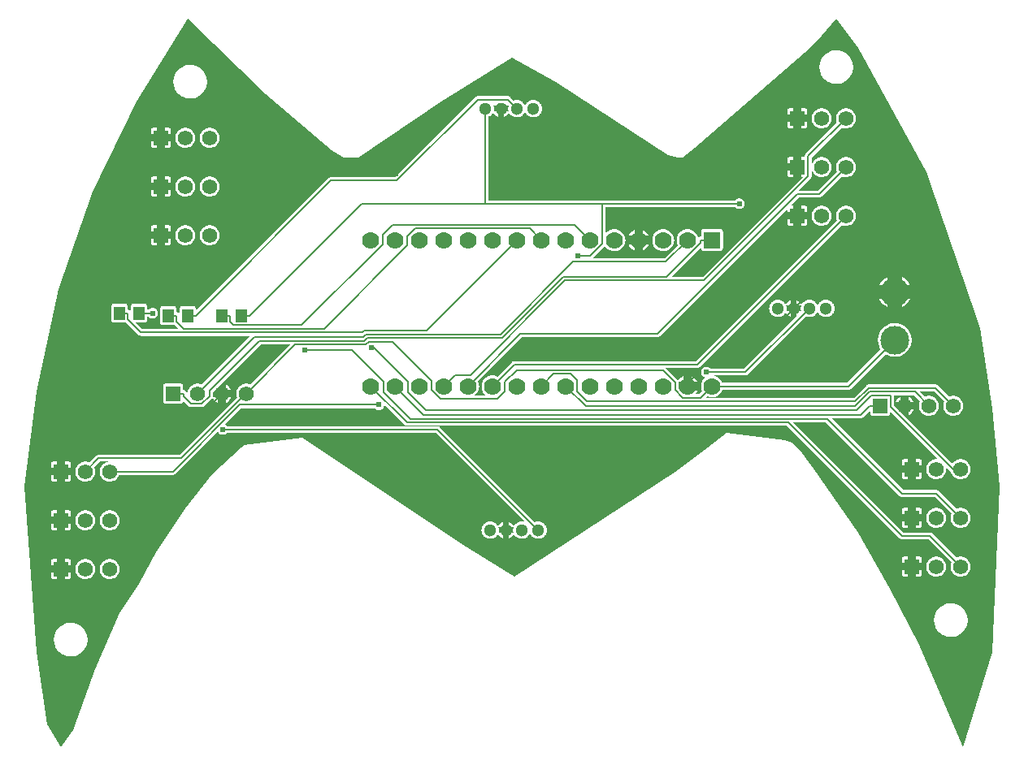
<source format=gtl>
G04 ---------------------------- Layer name :TOP LAYER*
G04 EasyEDA v5.5.11, Sun, 03 Jun 2018 10:16:40 GMT*
G04 422a67246ae34fc7a473e8fc002879eb*
G04 Gerber Generator version 0.2*
G04 Scale: 100 percent, Rotated: No, Reflected: No *
G04 Dimensions in millimeters *
G04 leading zeros omitted , absolute positions ,3 integer and 3 decimal *
%FSLAX33Y33*%
%MOMM*%
G90*
G71D02*

%ADD11C,0.202997*%
%ADD12C,0.610006*%
%ADD13R,1.160018X1.469898*%
%ADD14R,1.778000X1.778000*%
%ADD15C,1.778000*%
%ADD16R,1.574800X1.574800*%
%ADD17C,1.574800*%
%ADD18C,2.999994*%
%ADD19C,1.299997*%

%LPD*%
G36*
G01X3810Y0D02*
G01X2390Y2364D01*
G01X1270Y9906D01*
G01X0Y27178D01*
G01X1270Y37084D01*
G01X3556Y47752D01*
G01X7112Y57912D01*
G01X11684Y67310D01*
G01X17018Y75946D01*
G01X25146Y68072D01*
G01X32004Y62230D01*
G01X33274Y61468D01*
G01X34798Y61468D01*
G01X43434Y67310D01*
G01X50800Y71882D01*
G01X55372Y69342D01*
G01X67056Y61722D01*
G01X68072Y61468D01*
G01X68580Y61468D01*
G01X69850Y62484D01*
G01X81280Y72390D01*
G01X83058Y74168D01*
G01X84582Y75946D01*
G01X86868Y72898D01*
G01X93980Y59944D01*
G01X99568Y43688D01*
G01X100838Y35306D01*
G01X101600Y27178D01*
G01X100838Y9906D01*
G01X97790Y0D01*
G01X93218Y10668D01*
G01X90170Y16510D01*
G01X86868Y22352D01*
G01X82222Y29029D01*
G01X80772Y30988D01*
G01X80010Y31750D01*
G01X79286Y31965D01*
G01X73152Y32766D01*
G01X70866Y30988D01*
G01X67818Y28702D01*
G01X51054Y17780D01*
G01X45720Y21082D01*
G01X28956Y32258D01*
G01X22860Y31496D01*
G01X22606Y31242D01*
G01X19558Y28448D01*
G01X16764Y24892D01*
G01X13716Y20320D01*
G01X11938Y17018D01*
G01X9906Y13970D01*
G01X7366Y8128D01*
G01X5080Y1778D01*
G01X3810Y0D01*
G37*

%LPC*%
G36*
G01X84538Y69112D02*
G01X84713Y69116D01*
G01X84886Y69138D01*
G01X85057Y69177D01*
G01X85222Y69233D01*
G01X85382Y69305D01*
G01X85533Y69392D01*
G01X85675Y69494D01*
G01X85806Y69610D01*
G01X85925Y69738D01*
G01X86031Y69877D01*
G01X86122Y70027D01*
G01X86198Y70184D01*
G01X86258Y70349D01*
G01X86301Y70518D01*
G01X86327Y70691D01*
G01X86335Y70866D01*
G01X86327Y71040D01*
G01X86301Y71213D01*
G01X86258Y71382D01*
G01X86198Y71547D01*
G01X86122Y71704D01*
G01X86031Y71854D01*
G01X85925Y71993D01*
G01X85806Y72121D01*
G01X85675Y72237D01*
G01X85533Y72339D01*
G01X85382Y72426D01*
G01X85222Y72498D01*
G01X85057Y72554D01*
G01X84886Y72593D01*
G01X84713Y72615D01*
G01X84538Y72619D01*
G01X84363Y72606D01*
G01X84191Y72576D01*
G01X84023Y72528D01*
G01X83860Y72464D01*
G01X83704Y72384D01*
G01X83558Y72290D01*
G01X83421Y72181D01*
G01X83296Y72059D01*
G01X83183Y71925D01*
G01X83085Y71780D01*
G01X83001Y71627D01*
G01X82933Y71465D01*
G01X82882Y71298D01*
G01X82847Y71127D01*
G01X82830Y70953D01*
G01X82830Y70778D01*
G01X82847Y70604D01*
G01X82882Y70433D01*
G01X82933Y70266D01*
G01X83001Y70104D01*
G01X83085Y69951D01*
G01X83183Y69806D01*
G01X83296Y69672D01*
G01X83421Y69550D01*
G01X83558Y69441D01*
G01X83705Y69347D01*
G01X83860Y69267D01*
G01X84023Y69203D01*
G01X84191Y69155D01*
G01X84363Y69125D01*
G01X84538Y69112D01*
G37*
G36*
G01X4782Y9422D02*
G01X4957Y9426D01*
G01X5130Y9448D01*
G01X5301Y9487D01*
G01X5466Y9543D01*
G01X5626Y9615D01*
G01X5777Y9702D01*
G01X5919Y9804D01*
G01X6050Y9920D01*
G01X6169Y10048D01*
G01X6275Y10187D01*
G01X6366Y10337D01*
G01X6442Y10494D01*
G01X6502Y10659D01*
G01X6545Y10828D01*
G01X6571Y11001D01*
G01X6579Y11176D01*
G01X6571Y11350D01*
G01X6545Y11523D01*
G01X6502Y11692D01*
G01X6442Y11857D01*
G01X6366Y12014D01*
G01X6275Y12164D01*
G01X6169Y12303D01*
G01X6050Y12431D01*
G01X5919Y12547D01*
G01X5777Y12649D01*
G01X5626Y12736D01*
G01X5466Y12808D01*
G01X5301Y12864D01*
G01X5130Y12903D01*
G01X4957Y12925D01*
G01X4782Y12929D01*
G01X4607Y12916D01*
G01X4435Y12886D01*
G01X4267Y12838D01*
G01X4104Y12774D01*
G01X3948Y12694D01*
G01X3802Y12600D01*
G01X3665Y12491D01*
G01X3540Y12369D01*
G01X3427Y12235D01*
G01X3329Y12090D01*
G01X3245Y11937D01*
G01X3177Y11775D01*
G01X3126Y11608D01*
G01X3091Y11437D01*
G01X3074Y11263D01*
G01X3074Y11088D01*
G01X3091Y10914D01*
G01X3126Y10743D01*
G01X3177Y10576D01*
G01X3245Y10414D01*
G01X3329Y10261D01*
G01X3427Y10116D01*
G01X3540Y9982D01*
G01X3665Y9860D01*
G01X3802Y9751D01*
G01X3949Y9657D01*
G01X4104Y9577D01*
G01X4267Y9513D01*
G01X4435Y9465D01*
G01X4607Y9435D01*
G01X4782Y9422D01*
G37*
G36*
G01X96476Y11454D02*
G01X96651Y11458D01*
G01X96824Y11480D01*
G01X96995Y11519D01*
G01X97160Y11575D01*
G01X97320Y11647D01*
G01X97471Y11734D01*
G01X97613Y11836D01*
G01X97744Y11952D01*
G01X97863Y12080D01*
G01X97969Y12219D01*
G01X98060Y12369D01*
G01X98136Y12526D01*
G01X98196Y12691D01*
G01X98239Y12860D01*
G01X98265Y13033D01*
G01X98273Y13208D01*
G01X98265Y13382D01*
G01X98239Y13555D01*
G01X98196Y13724D01*
G01X98136Y13889D01*
G01X98060Y14046D01*
G01X97969Y14196D01*
G01X97863Y14335D01*
G01X97744Y14463D01*
G01X97613Y14579D01*
G01X97471Y14681D01*
G01X97320Y14768D01*
G01X97160Y14840D01*
G01X96995Y14896D01*
G01X96824Y14935D01*
G01X96651Y14957D01*
G01X96476Y14961D01*
G01X96301Y14948D01*
G01X96129Y14918D01*
G01X95961Y14870D01*
G01X95798Y14806D01*
G01X95642Y14726D01*
G01X95496Y14632D01*
G01X95359Y14523D01*
G01X95234Y14401D01*
G01X95121Y14267D01*
G01X95023Y14122D01*
G01X94939Y13969D01*
G01X94871Y13807D01*
G01X94820Y13640D01*
G01X94785Y13469D01*
G01X94768Y13295D01*
G01X94768Y13120D01*
G01X94785Y12946D01*
G01X94820Y12775D01*
G01X94871Y12608D01*
G01X94939Y12446D01*
G01X95023Y12293D01*
G01X95121Y12148D01*
G01X95234Y12014D01*
G01X95359Y11892D01*
G01X95496Y11783D01*
G01X95643Y11689D01*
G01X95798Y11609D01*
G01X95961Y11545D01*
G01X96129Y11497D01*
G01X96301Y11467D01*
G01X96476Y11454D01*
G37*
G36*
G01X4203Y17500D02*
G01X4597Y17500D01*
G01X4607Y17500D01*
G01X4618Y17501D01*
G01X4628Y17502D01*
G01X4639Y17504D01*
G01X4649Y17506D01*
G01X4659Y17508D01*
G01X4669Y17511D01*
G01X4679Y17514D01*
G01X4689Y17517D01*
G01X4699Y17521D01*
G01X4708Y17526D01*
G01X4718Y17531D01*
G01X4727Y17536D01*
G01X4736Y17541D01*
G01X4744Y17547D01*
G01X4753Y17554D01*
G01X4761Y17560D01*
G01X4769Y17567D01*
G01X4777Y17574D01*
G01X4784Y17582D01*
G01X4791Y17590D01*
G01X4797Y17598D01*
G01X4804Y17607D01*
G01X4810Y17615D01*
G01X4815Y17624D01*
G01X4820Y17633D01*
G01X4825Y17643D01*
G01X4830Y17652D01*
G01X4834Y17662D01*
G01X4837Y17672D01*
G01X4840Y17682D01*
G01X4843Y17692D01*
G01X4845Y17702D01*
G01X4847Y17712D01*
G01X4849Y17723D01*
G01X4850Y17733D01*
G01X4851Y17744D01*
G01X4851Y17754D01*
G01X4851Y18148D01*
G01X4203Y18148D01*
G01X4203Y17500D01*
G37*
G36*
G01X3022Y17500D02*
G01X3416Y17500D01*
G01X3416Y18148D01*
G01X2768Y18148D01*
G01X2768Y17754D01*
G01X2768Y17744D01*
G01X2769Y17733D01*
G01X2770Y17723D01*
G01X2772Y17712D01*
G01X2774Y17702D01*
G01X2776Y17692D01*
G01X2779Y17682D01*
G01X2782Y17672D01*
G01X2785Y17662D01*
G01X2789Y17652D01*
G01X2794Y17643D01*
G01X2799Y17633D01*
G01X2804Y17624D01*
G01X2809Y17615D01*
G01X2815Y17607D01*
G01X2822Y17598D01*
G01X2828Y17590D01*
G01X2835Y17582D01*
G01X2842Y17574D01*
G01X2850Y17567D01*
G01X2858Y17560D01*
G01X2866Y17554D01*
G01X2875Y17547D01*
G01X2883Y17541D01*
G01X2892Y17536D01*
G01X2901Y17531D01*
G01X2911Y17526D01*
G01X2920Y17521D01*
G01X2930Y17517D01*
G01X2940Y17514D01*
G01X2950Y17511D01*
G01X2960Y17508D01*
G01X2970Y17506D01*
G01X2980Y17504D01*
G01X2991Y17502D01*
G01X3001Y17501D01*
G01X3012Y17500D01*
G01X3022Y17500D01*
G37*
G36*
G01X6324Y17500D02*
G01X6427Y17503D01*
G01X6530Y17516D01*
G01X6632Y17539D01*
G01X6730Y17572D01*
G01X6825Y17615D01*
G01X6914Y17667D01*
G01X6999Y17727D01*
G01X7077Y17796D01*
G01X7147Y17872D01*
G01X7210Y17955D01*
G01X7264Y18043D01*
G01X7309Y18137D01*
G01X7345Y18235D01*
G01X7370Y18335D01*
G01X7386Y18438D01*
G01X7391Y18542D01*
G01X7386Y18645D01*
G01X7370Y18748D01*
G01X7345Y18848D01*
G01X7309Y18946D01*
G01X7264Y19040D01*
G01X7210Y19128D01*
G01X7147Y19211D01*
G01X7077Y19287D01*
G01X6999Y19356D01*
G01X6914Y19416D01*
G01X6825Y19468D01*
G01X6730Y19511D01*
G01X6632Y19544D01*
G01X6530Y19567D01*
G01X6427Y19580D01*
G01X6324Y19583D01*
G01X6220Y19575D01*
G01X6118Y19557D01*
G01X6018Y19529D01*
G01X5921Y19491D01*
G01X5829Y19443D01*
G01X5742Y19387D01*
G01X5660Y19322D01*
G01X5586Y19250D01*
G01X5519Y19170D01*
G01X5461Y19085D01*
G01X5411Y18993D01*
G01X5371Y18898D01*
G01X5340Y18798D01*
G01X5320Y18697D01*
G01X5309Y18593D01*
G01X5309Y18490D01*
G01X5320Y18386D01*
G01X5340Y18285D01*
G01X5371Y18185D01*
G01X5411Y18090D01*
G01X5461Y17998D01*
G01X5519Y17913D01*
G01X5586Y17833D01*
G01X5660Y17761D01*
G01X5742Y17696D01*
G01X5829Y17640D01*
G01X5921Y17592D01*
G01X6018Y17554D01*
G01X6118Y17526D01*
G01X6220Y17508D01*
G01X6324Y17500D01*
G37*
G36*
G01X8864Y17500D02*
G01X8967Y17503D01*
G01X9070Y17516D01*
G01X9172Y17539D01*
G01X9270Y17572D01*
G01X9365Y17615D01*
G01X9454Y17667D01*
G01X9539Y17727D01*
G01X9617Y17796D01*
G01X9687Y17872D01*
G01X9750Y17955D01*
G01X9804Y18043D01*
G01X9849Y18137D01*
G01X9885Y18235D01*
G01X9910Y18335D01*
G01X9926Y18438D01*
G01X9931Y18542D01*
G01X9926Y18645D01*
G01X9910Y18748D01*
G01X9885Y18848D01*
G01X9849Y18946D01*
G01X9804Y19040D01*
G01X9750Y19128D01*
G01X9687Y19211D01*
G01X9617Y19287D01*
G01X9539Y19356D01*
G01X9454Y19416D01*
G01X9365Y19468D01*
G01X9270Y19511D01*
G01X9172Y19544D01*
G01X9070Y19567D01*
G01X8967Y19580D01*
G01X8864Y19583D01*
G01X8760Y19575D01*
G01X8658Y19557D01*
G01X8558Y19529D01*
G01X8461Y19491D01*
G01X8369Y19443D01*
G01X8282Y19387D01*
G01X8200Y19322D01*
G01X8126Y19250D01*
G01X8059Y19170D01*
G01X8001Y19085D01*
G01X7951Y18993D01*
G01X7911Y18898D01*
G01X7880Y18798D01*
G01X7860Y18697D01*
G01X7849Y18593D01*
G01X7849Y18490D01*
G01X7860Y18386D01*
G01X7880Y18285D01*
G01X7911Y18185D01*
G01X7951Y18090D01*
G01X8001Y17998D01*
G01X8059Y17913D01*
G01X8126Y17833D01*
G01X8200Y17761D01*
G01X8282Y17696D01*
G01X8369Y17640D01*
G01X8461Y17592D01*
G01X8558Y17554D01*
G01X8658Y17526D01*
G01X8760Y17508D01*
G01X8864Y17500D01*
G37*
G36*
G01X92849Y17754D02*
G01X93243Y17754D01*
G01X93253Y17754D01*
G01X93264Y17755D01*
G01X93274Y17756D01*
G01X93285Y17758D01*
G01X93295Y17760D01*
G01X93305Y17762D01*
G01X93315Y17765D01*
G01X93325Y17768D01*
G01X93335Y17771D01*
G01X93345Y17775D01*
G01X93354Y17780D01*
G01X93364Y17785D01*
G01X93373Y17790D01*
G01X93382Y17795D01*
G01X93390Y17801D01*
G01X93399Y17808D01*
G01X93407Y17814D01*
G01X93415Y17821D01*
G01X93423Y17828D01*
G01X93430Y17836D01*
G01X93437Y17844D01*
G01X93443Y17852D01*
G01X93450Y17861D01*
G01X93456Y17869D01*
G01X93461Y17878D01*
G01X93466Y17887D01*
G01X93471Y17897D01*
G01X93476Y17906D01*
G01X93480Y17916D01*
G01X93483Y17926D01*
G01X93486Y17936D01*
G01X93489Y17946D01*
G01X93491Y17956D01*
G01X93493Y17966D01*
G01X93495Y17977D01*
G01X93496Y17987D01*
G01X93497Y17998D01*
G01X93497Y18008D01*
G01X93497Y18402D01*
G01X92849Y18402D01*
G01X92849Y17754D01*
G37*
G36*
G01X91668Y17754D02*
G01X92062Y17754D01*
G01X92062Y18402D01*
G01X91414Y18402D01*
G01X91414Y18008D01*
G01X91414Y17998D01*
G01X91415Y17987D01*
G01X91416Y17977D01*
G01X91418Y17966D01*
G01X91420Y17956D01*
G01X91422Y17946D01*
G01X91425Y17936D01*
G01X91428Y17926D01*
G01X91431Y17916D01*
G01X91435Y17906D01*
G01X91440Y17897D01*
G01X91445Y17887D01*
G01X91450Y17878D01*
G01X91455Y17869D01*
G01X91461Y17861D01*
G01X91468Y17852D01*
G01X91474Y17844D01*
G01X91481Y17836D01*
G01X91488Y17828D01*
G01X91496Y17821D01*
G01X91504Y17814D01*
G01X91512Y17808D01*
G01X91521Y17801D01*
G01X91529Y17795D01*
G01X91538Y17790D01*
G01X91547Y17785D01*
G01X91557Y17780D01*
G01X91566Y17775D01*
G01X91576Y17771D01*
G01X91586Y17768D01*
G01X91596Y17765D01*
G01X91606Y17762D01*
G01X91616Y17760D01*
G01X91626Y17758D01*
G01X91637Y17756D01*
G01X91647Y17755D01*
G01X91658Y17754D01*
G01X91668Y17754D01*
G37*
G36*
G01X94970Y17754D02*
G01X95073Y17757D01*
G01X95176Y17770D01*
G01X95278Y17793D01*
G01X95376Y17826D01*
G01X95471Y17869D01*
G01X95560Y17921D01*
G01X95645Y17981D01*
G01X95723Y18050D01*
G01X95793Y18126D01*
G01X95856Y18209D01*
G01X95910Y18297D01*
G01X95955Y18391D01*
G01X95991Y18489D01*
G01X96016Y18589D01*
G01X96032Y18692D01*
G01X96037Y18796D01*
G01X96032Y18899D01*
G01X96016Y19002D01*
G01X95991Y19102D01*
G01X95955Y19200D01*
G01X95910Y19294D01*
G01X95856Y19382D01*
G01X95793Y19465D01*
G01X95723Y19541D01*
G01X95645Y19610D01*
G01X95560Y19670D01*
G01X95471Y19722D01*
G01X95376Y19765D01*
G01X95278Y19798D01*
G01X95176Y19821D01*
G01X95073Y19834D01*
G01X94970Y19837D01*
G01X94866Y19829D01*
G01X94764Y19811D01*
G01X94664Y19783D01*
G01X94567Y19745D01*
G01X94475Y19697D01*
G01X94388Y19641D01*
G01X94306Y19576D01*
G01X94232Y19504D01*
G01X94165Y19424D01*
G01X94107Y19339D01*
G01X94057Y19247D01*
G01X94017Y19152D01*
G01X93986Y19052D01*
G01X93966Y18951D01*
G01X93955Y18847D01*
G01X93955Y18744D01*
G01X93966Y18640D01*
G01X93986Y18539D01*
G01X94017Y18439D01*
G01X94057Y18344D01*
G01X94107Y18252D01*
G01X94165Y18167D01*
G01X94232Y18087D01*
G01X94306Y18015D01*
G01X94388Y17950D01*
G01X94475Y17894D01*
G01X94567Y17846D01*
G01X94664Y17808D01*
G01X94764Y17780D01*
G01X94866Y17762D01*
G01X94970Y17754D01*
G37*
G36*
G01X97510Y17754D02*
G01X97613Y17757D01*
G01X97716Y17770D01*
G01X97818Y17793D01*
G01X97916Y17826D01*
G01X98011Y17869D01*
G01X98100Y17921D01*
G01X98185Y17981D01*
G01X98263Y18050D01*
G01X98333Y18126D01*
G01X98396Y18209D01*
G01X98450Y18297D01*
G01X98495Y18391D01*
G01X98531Y18489D01*
G01X98556Y18589D01*
G01X98572Y18692D01*
G01X98577Y18796D01*
G01X98572Y18899D01*
G01X98556Y19002D01*
G01X98531Y19102D01*
G01X98495Y19200D01*
G01X98450Y19294D01*
G01X98396Y19382D01*
G01X98333Y19465D01*
G01X98263Y19541D01*
G01X98185Y19610D01*
G01X98100Y19670D01*
G01X98011Y19722D01*
G01X97916Y19765D01*
G01X97818Y19798D01*
G01X97716Y19821D01*
G01X97613Y19834D01*
G01X97510Y19837D01*
G01X97406Y19829D01*
G01X97304Y19811D01*
G01X97204Y19783D01*
G01X97107Y19745D01*
G01X97095Y19739D01*
G01X94602Y22232D01*
G01X94593Y22241D01*
G01X94583Y22249D01*
G01X94573Y22257D01*
G01X94563Y22265D01*
G01X94553Y22273D01*
G01X94543Y22280D01*
G01X94532Y22286D01*
G01X94521Y22293D01*
G01X94509Y22299D01*
G01X94498Y22304D01*
G01X94486Y22309D01*
G01X94475Y22314D01*
G01X94463Y22318D01*
G01X94450Y22322D01*
G01X94438Y22325D01*
G01X94426Y22328D01*
G01X94413Y22331D01*
G01X94401Y22333D01*
G01X94388Y22334D01*
G01X94376Y22335D01*
G01X94363Y22336D01*
G01X94350Y22336D01*
G01X91569Y22336D01*
G01X80055Y33850D01*
G01X83502Y33850D01*
G01X91188Y26164D01*
G01X91197Y26155D01*
G01X91207Y26147D01*
G01X91216Y26139D01*
G01X91226Y26131D01*
G01X91237Y26123D01*
G01X91247Y26116D01*
G01X91258Y26110D01*
G01X91269Y26103D01*
G01X91280Y26098D01*
G01X91292Y26092D01*
G01X91303Y26087D01*
G01X91315Y26082D01*
G01X91327Y26078D01*
G01X91339Y26074D01*
G01X91352Y26071D01*
G01X91364Y26068D01*
G01X91376Y26066D01*
G01X91389Y26064D01*
G01X91402Y26062D01*
G01X91414Y26061D01*
G01X91427Y26060D01*
G01X91440Y26060D01*
G01X94848Y26060D01*
G01X96592Y24316D01*
G01X96557Y24232D01*
G01X96526Y24132D01*
G01X96506Y24031D01*
G01X96495Y23927D01*
G01X96495Y23824D01*
G01X96506Y23720D01*
G01X96526Y23619D01*
G01X96557Y23519D01*
G01X96597Y23424D01*
G01X96647Y23332D01*
G01X96705Y23247D01*
G01X96772Y23167D01*
G01X96846Y23095D01*
G01X96928Y23030D01*
G01X97015Y22974D01*
G01X97107Y22926D01*
G01X97204Y22888D01*
G01X97304Y22860D01*
G01X97406Y22842D01*
G01X97510Y22834D01*
G01X97613Y22837D01*
G01X97716Y22850D01*
G01X97818Y22873D01*
G01X97916Y22906D01*
G01X98011Y22949D01*
G01X98100Y23001D01*
G01X98185Y23061D01*
G01X98263Y23130D01*
G01X98333Y23206D01*
G01X98396Y23289D01*
G01X98450Y23377D01*
G01X98495Y23471D01*
G01X98531Y23569D01*
G01X98556Y23669D01*
G01X98572Y23772D01*
G01X98577Y23876D01*
G01X98572Y23979D01*
G01X98556Y24082D01*
G01X98531Y24182D01*
G01X98495Y24280D01*
G01X98450Y24374D01*
G01X98396Y24462D01*
G01X98333Y24545D01*
G01X98263Y24621D01*
G01X98185Y24690D01*
G01X98100Y24750D01*
G01X98011Y24802D01*
G01X97916Y24845D01*
G01X97818Y24878D01*
G01X97716Y24901D01*
G01X97613Y24914D01*
G01X97510Y24917D01*
G01X97406Y24909D01*
G01X97304Y24891D01*
G01X97204Y24863D01*
G01X97107Y24825D01*
G01X97095Y24819D01*
G01X95247Y26667D01*
G01X95238Y26676D01*
G01X95228Y26684D01*
G01X95219Y26692D01*
G01X95209Y26700D01*
G01X95198Y26708D01*
G01X95188Y26715D01*
G01X95177Y26721D01*
G01X95166Y26728D01*
G01X95155Y26733D01*
G01X95143Y26739D01*
G01X95132Y26744D01*
G01X95120Y26749D01*
G01X95108Y26753D01*
G01X95096Y26757D01*
G01X95083Y26760D01*
G01X95071Y26763D01*
G01X95059Y26765D01*
G01X95046Y26767D01*
G01X95033Y26769D01*
G01X95021Y26770D01*
G01X95008Y26771D01*
G01X94996Y26771D01*
G01X91587Y26771D01*
G01X84124Y34234D01*
G01X87114Y34234D01*
G01X87127Y34234D01*
G01X87139Y34235D01*
G01X87152Y34236D01*
G01X87164Y34237D01*
G01X87177Y34239D01*
G01X87189Y34242D01*
G01X87202Y34245D01*
G01X87214Y34248D01*
G01X87226Y34252D01*
G01X87238Y34256D01*
G01X87250Y34261D01*
G01X87262Y34266D01*
G01X87273Y34271D01*
G01X87284Y34277D01*
G01X87295Y34283D01*
G01X87306Y34290D01*
G01X87317Y34297D01*
G01X87327Y34305D01*
G01X87337Y34312D01*
G01X87347Y34321D01*
G01X87356Y34329D01*
G01X87365Y34338D01*
G01X88112Y35085D01*
G01X88112Y34772D01*
G01X88112Y34762D01*
G01X88113Y34751D01*
G01X88114Y34741D01*
G01X88116Y34730D01*
G01X88118Y34720D01*
G01X88120Y34710D01*
G01X88123Y34700D01*
G01X88126Y34690D01*
G01X88129Y34680D01*
G01X88133Y34670D01*
G01X88138Y34661D01*
G01X88143Y34651D01*
G01X88148Y34642D01*
G01X88153Y34633D01*
G01X88159Y34625D01*
G01X88166Y34616D01*
G01X88172Y34608D01*
G01X88179Y34600D01*
G01X88186Y34592D01*
G01X88194Y34585D01*
G01X88202Y34578D01*
G01X88210Y34572D01*
G01X88219Y34565D01*
G01X88227Y34559D01*
G01X88236Y34554D01*
G01X88245Y34549D01*
G01X88255Y34544D01*
G01X88264Y34539D01*
G01X88274Y34535D01*
G01X88284Y34532D01*
G01X88294Y34529D01*
G01X88304Y34526D01*
G01X88314Y34524D01*
G01X88324Y34522D01*
G01X88335Y34520D01*
G01X88345Y34519D01*
G01X88356Y34518D01*
G01X88366Y34518D01*
G01X89941Y34518D01*
G01X89951Y34518D01*
G01X89962Y34519D01*
G01X89972Y34520D01*
G01X89983Y34522D01*
G01X89993Y34524D01*
G01X90003Y34526D01*
G01X90013Y34529D01*
G01X90023Y34532D01*
G01X90033Y34535D01*
G01X90043Y34539D01*
G01X90052Y34544D01*
G01X90062Y34549D01*
G01X90071Y34554D01*
G01X90080Y34559D01*
G01X90088Y34565D01*
G01X90097Y34572D01*
G01X90105Y34578D01*
G01X90113Y34585D01*
G01X90121Y34592D01*
G01X90128Y34600D01*
G01X90135Y34608D01*
G01X90141Y34616D01*
G01X90148Y34625D01*
G01X90154Y34633D01*
G01X90159Y34642D01*
G01X90164Y34651D01*
G01X90169Y34661D01*
G01X90174Y34670D01*
G01X90178Y34680D01*
G01X90181Y34690D01*
G01X90184Y34700D01*
G01X90187Y34710D01*
G01X90189Y34720D01*
G01X90191Y34730D01*
G01X90193Y34741D01*
G01X90194Y34751D01*
G01X90195Y34762D01*
G01X90195Y34772D01*
G01X90195Y35008D01*
G01X95236Y29967D01*
G01X95176Y29981D01*
G01X95073Y29994D01*
G01X94970Y29997D01*
G01X94866Y29989D01*
G01X94764Y29971D01*
G01X94664Y29943D01*
G01X94567Y29905D01*
G01X94475Y29857D01*
G01X94388Y29801D01*
G01X94306Y29736D01*
G01X94232Y29664D01*
G01X94165Y29584D01*
G01X94107Y29499D01*
G01X94057Y29407D01*
G01X94017Y29312D01*
G01X93986Y29212D01*
G01X93966Y29111D01*
G01X93955Y29007D01*
G01X93955Y28904D01*
G01X93966Y28800D01*
G01X93986Y28699D01*
G01X94017Y28599D01*
G01X94057Y28504D01*
G01X94107Y28412D01*
G01X94165Y28327D01*
G01X94232Y28247D01*
G01X94306Y28175D01*
G01X94388Y28110D01*
G01X94475Y28054D01*
G01X94567Y28006D01*
G01X94664Y27968D01*
G01X94764Y27940D01*
G01X94866Y27922D01*
G01X94970Y27914D01*
G01X95073Y27917D01*
G01X95176Y27930D01*
G01X95278Y27953D01*
G01X95376Y27986D01*
G01X95471Y28029D01*
G01X95560Y28081D01*
G01X95645Y28141D01*
G01X95723Y28210D01*
G01X95793Y28286D01*
G01X95856Y28369D01*
G01X95910Y28457D01*
G01X95955Y28551D01*
G01X95991Y28649D01*
G01X96016Y28749D01*
G01X96032Y28852D01*
G01X96037Y28956D01*
G01X96032Y29059D01*
G01X96016Y29162D01*
G01X96008Y29196D01*
G01X96499Y28704D01*
G01X96508Y28695D01*
G01X96518Y28687D01*
G01X96528Y28679D01*
G01X96534Y28674D01*
G01X96557Y28599D01*
G01X96597Y28504D01*
G01X96647Y28412D01*
G01X96705Y28327D01*
G01X96772Y28247D01*
G01X96846Y28175D01*
G01X96928Y28110D01*
G01X97015Y28054D01*
G01X97107Y28006D01*
G01X97204Y27968D01*
G01X97304Y27940D01*
G01X97406Y27922D01*
G01X97510Y27914D01*
G01X97613Y27917D01*
G01X97716Y27930D01*
G01X97818Y27953D01*
G01X97916Y27986D01*
G01X98011Y28029D01*
G01X98100Y28081D01*
G01X98185Y28141D01*
G01X98263Y28210D01*
G01X98333Y28286D01*
G01X98396Y28369D01*
G01X98450Y28457D01*
G01X98495Y28551D01*
G01X98531Y28649D01*
G01X98556Y28749D01*
G01X98572Y28852D01*
G01X98577Y28956D01*
G01X98572Y29059D01*
G01X98556Y29162D01*
G01X98531Y29262D01*
G01X98495Y29360D01*
G01X98450Y29454D01*
G01X98396Y29542D01*
G01X98333Y29625D01*
G01X98263Y29701D01*
G01X98185Y29770D01*
G01X98100Y29830D01*
G01X98011Y29882D01*
G01X97916Y29925D01*
G01X97818Y29958D01*
G01X97716Y29981D01*
G01X97613Y29994D01*
G01X97510Y29997D01*
G01X97406Y29989D01*
G01X97304Y29971D01*
G01X97204Y29943D01*
G01X97107Y29905D01*
G01X97015Y29857D01*
G01X96928Y29801D01*
G01X96846Y29736D01*
G01X96772Y29664D01*
G01X96705Y29584D01*
G01X96673Y29536D01*
G01X91300Y34909D01*
G01X91300Y35166D01*
G01X91043Y35166D01*
G01X90583Y35625D01*
G01X90583Y36550D01*
G01X90583Y36563D01*
G01X90583Y36575D01*
G01X90581Y36588D01*
G01X90580Y36601D01*
G01X90578Y36613D01*
G01X90575Y36626D01*
G01X90572Y36638D01*
G01X90569Y36650D01*
G01X90567Y36657D01*
G01X92633Y36657D01*
G01X93290Y36000D01*
G01X93255Y35916D01*
G01X93224Y35816D01*
G01X93204Y35715D01*
G01X93193Y35611D01*
G01X93193Y35508D01*
G01X93204Y35404D01*
G01X93224Y35303D01*
G01X93255Y35203D01*
G01X93295Y35108D01*
G01X93345Y35016D01*
G01X93403Y34931D01*
G01X93470Y34851D01*
G01X93544Y34779D01*
G01X93626Y34714D01*
G01X93713Y34658D01*
G01X93805Y34610D01*
G01X93902Y34572D01*
G01X94002Y34544D01*
G01X94104Y34526D01*
G01X94208Y34518D01*
G01X94311Y34521D01*
G01X94414Y34534D01*
G01X94516Y34557D01*
G01X94614Y34590D01*
G01X94709Y34633D01*
G01X94798Y34685D01*
G01X94883Y34745D01*
G01X94961Y34814D01*
G01X95031Y34890D01*
G01X95094Y34973D01*
G01X95148Y35061D01*
G01X95193Y35155D01*
G01X95229Y35253D01*
G01X95254Y35353D01*
G01X95270Y35456D01*
G01X95275Y35560D01*
G01X95270Y35663D01*
G01X95254Y35766D01*
G01X95229Y35866D01*
G01X95193Y35964D01*
G01X95148Y36058D01*
G01X95094Y36146D01*
G01X95031Y36229D01*
G01X94961Y36305D01*
G01X94883Y36374D01*
G01X94798Y36434D01*
G01X94709Y36486D01*
G01X94614Y36529D01*
G01X94516Y36562D01*
G01X94414Y36585D01*
G01X94311Y36598D01*
G01X94208Y36601D01*
G01X94104Y36593D01*
G01X94002Y36575D01*
G01X93902Y36547D01*
G01X93805Y36509D01*
G01X93793Y36503D01*
G01X93235Y37061D01*
G01X94769Y37061D01*
G01X95830Y36000D01*
G01X95795Y35916D01*
G01X95764Y35816D01*
G01X95744Y35715D01*
G01X95733Y35611D01*
G01X95733Y35508D01*
G01X95744Y35404D01*
G01X95764Y35303D01*
G01X95795Y35203D01*
G01X95835Y35108D01*
G01X95885Y35016D01*
G01X95943Y34931D01*
G01X96010Y34851D01*
G01X96084Y34779D01*
G01X96166Y34714D01*
G01X96253Y34658D01*
G01X96345Y34610D01*
G01X96442Y34572D01*
G01X96542Y34544D01*
G01X96644Y34526D01*
G01X96748Y34518D01*
G01X96851Y34521D01*
G01X96954Y34534D01*
G01X97056Y34557D01*
G01X97154Y34590D01*
G01X97249Y34633D01*
G01X97338Y34685D01*
G01X97423Y34745D01*
G01X97501Y34814D01*
G01X97571Y34890D01*
G01X97634Y34973D01*
G01X97688Y35061D01*
G01X97733Y35155D01*
G01X97769Y35253D01*
G01X97794Y35353D01*
G01X97810Y35456D01*
G01X97815Y35560D01*
G01X97810Y35663D01*
G01X97794Y35766D01*
G01X97769Y35866D01*
G01X97733Y35964D01*
G01X97688Y36058D01*
G01X97634Y36146D01*
G01X97571Y36229D01*
G01X97501Y36305D01*
G01X97423Y36374D01*
G01X97338Y36434D01*
G01X97249Y36486D01*
G01X97154Y36529D01*
G01X97056Y36562D01*
G01X96954Y36585D01*
G01X96851Y36598D01*
G01X96748Y36601D01*
G01X96644Y36593D01*
G01X96542Y36575D01*
G01X96442Y36547D01*
G01X96345Y36509D01*
G01X96333Y36503D01*
G01X95168Y37668D01*
G01X95159Y37676D01*
G01X95150Y37685D01*
G01X95140Y37693D01*
G01X95130Y37701D01*
G01X95120Y37708D01*
G01X95109Y37715D01*
G01X95098Y37722D01*
G01X95087Y37728D01*
G01X95076Y37734D01*
G01X95064Y37740D01*
G01X95053Y37745D01*
G01X95041Y37749D01*
G01X95029Y37754D01*
G01X95017Y37757D01*
G01X95005Y37761D01*
G01X94992Y37764D01*
G01X94980Y37766D01*
G01X94967Y37768D01*
G01X94955Y37770D01*
G01X94942Y37771D01*
G01X94929Y37772D01*
G01X94917Y37772D01*
G01X87952Y37772D01*
G01X87939Y37772D01*
G01X87927Y37771D01*
G01X87914Y37770D01*
G01X87902Y37768D01*
G01X87889Y37766D01*
G01X87877Y37764D01*
G01X87864Y37761D01*
G01X87852Y37757D01*
G01X87840Y37754D01*
G01X87828Y37749D01*
G01X87816Y37745D01*
G01X87805Y37740D01*
G01X87793Y37734D01*
G01X87782Y37728D01*
G01X87771Y37722D01*
G01X87760Y37715D01*
G01X87750Y37708D01*
G01X87739Y37701D01*
G01X87729Y37693D01*
G01X87719Y37685D01*
G01X87710Y37677D01*
G01X87701Y37668D01*
G01X86405Y36375D01*
G01X70914Y36375D01*
G01X71112Y36573D01*
G01X71157Y36550D01*
G01X71263Y36508D01*
G01X71373Y36477D01*
G01X71485Y36457D01*
G01X71599Y36449D01*
G01X71713Y36452D01*
G01X71826Y36466D01*
G01X71937Y36491D01*
G01X72045Y36528D01*
G01X72149Y36574D01*
G01X72248Y36631D01*
G01X72340Y36698D01*
G01X72426Y36773D01*
G01X72503Y36857D01*
G01X72572Y36948D01*
G01X72631Y37045D01*
G01X72681Y37148D01*
G01X72713Y37236D01*
G01X85852Y37236D01*
G01X85864Y37236D01*
G01X85877Y37237D01*
G01X85889Y37238D01*
G01X85902Y37240D01*
G01X85915Y37242D01*
G01X85927Y37244D01*
G01X85939Y37247D01*
G01X85952Y37250D01*
G01X85964Y37254D01*
G01X85976Y37258D01*
G01X85988Y37263D01*
G01X85999Y37268D01*
G01X86011Y37274D01*
G01X86022Y37279D01*
G01X86033Y37286D01*
G01X86044Y37292D01*
G01X86054Y37299D01*
G01X86065Y37307D01*
G01X86075Y37315D01*
G01X86084Y37323D01*
G01X86094Y37331D01*
G01X86103Y37340D01*
G01X89716Y40953D01*
G01X89801Y40899D01*
G01X89956Y40819D01*
G01X90119Y40755D01*
G01X90287Y40707D01*
G01X90459Y40677D01*
G01X90634Y40664D01*
G01X90809Y40668D01*
G01X90982Y40690D01*
G01X91153Y40729D01*
G01X91318Y40785D01*
G01X91478Y40857D01*
G01X91629Y40944D01*
G01X91771Y41046D01*
G01X91902Y41162D01*
G01X92021Y41290D01*
G01X92127Y41429D01*
G01X92218Y41579D01*
G01X92294Y41736D01*
G01X92354Y41901D01*
G01X92397Y42070D01*
G01X92423Y42243D01*
G01X92431Y42418D01*
G01X92423Y42592D01*
G01X92397Y42765D01*
G01X92354Y42934D01*
G01X92294Y43099D01*
G01X92218Y43256D01*
G01X92127Y43406D01*
G01X92021Y43545D01*
G01X91902Y43673D01*
G01X91771Y43789D01*
G01X91629Y43891D01*
G01X91478Y43978D01*
G01X91318Y44050D01*
G01X91153Y44106D01*
G01X90982Y44145D01*
G01X90809Y44167D01*
G01X90634Y44171D01*
G01X90459Y44158D01*
G01X90287Y44128D01*
G01X90119Y44080D01*
G01X89956Y44016D01*
G01X89800Y43936D01*
G01X89654Y43842D01*
G01X89517Y43733D01*
G01X89392Y43611D01*
G01X89279Y43477D01*
G01X89181Y43332D01*
G01X89097Y43179D01*
G01X89029Y43017D01*
G01X88978Y42850D01*
G01X88943Y42679D01*
G01X88926Y42505D01*
G01X88926Y42330D01*
G01X88943Y42156D01*
G01X88978Y41985D01*
G01X89029Y41818D01*
G01X89097Y41656D01*
G01X89181Y41503D01*
G01X89213Y41456D01*
G01X85704Y37947D01*
G01X72713Y37947D01*
G01X72681Y38035D01*
G01X72631Y38138D01*
G01X72572Y38235D01*
G01X72503Y38326D01*
G01X72426Y38410D01*
G01X72340Y38485D01*
G01X72248Y38552D01*
G01X72149Y38609D01*
G01X72045Y38655D01*
G01X71937Y38692D01*
G01X71838Y38714D01*
G01X75138Y38714D01*
G01X75150Y38715D01*
G01X75163Y38715D01*
G01X75176Y38716D01*
G01X75188Y38718D01*
G01X75201Y38720D01*
G01X75213Y38722D01*
G01X75226Y38725D01*
G01X75238Y38729D01*
G01X75250Y38732D01*
G01X75262Y38737D01*
G01X75274Y38741D01*
G01X75285Y38746D01*
G01X75297Y38752D01*
G01X75308Y38758D01*
G01X75319Y38764D01*
G01X75330Y38771D01*
G01X75341Y38778D01*
G01X75351Y38785D01*
G01X75361Y38793D01*
G01X75371Y38801D01*
G01X75380Y38810D01*
G01X75389Y38818D01*
G01X81452Y44881D01*
G01X81500Y44863D01*
G01X81586Y44838D01*
G01X81675Y44822D01*
G01X81765Y44816D01*
G01X81855Y44818D01*
G01X81944Y44829D01*
G01X82032Y44849D01*
G01X82118Y44878D01*
G01X82200Y44915D01*
G01X82278Y44960D01*
G01X82351Y45013D01*
G01X82419Y45072D01*
G01X82480Y45138D01*
G01X82534Y45210D01*
G01X82581Y45287D01*
G01X82621Y45368D01*
G01X82641Y45424D01*
G01X82645Y45410D01*
G01X82680Y45327D01*
G01X82723Y45248D01*
G01X82774Y45174D01*
G01X82832Y45105D01*
G01X82896Y45042D01*
G01X82967Y44985D01*
G01X83042Y44937D01*
G01X83123Y44895D01*
G01X83206Y44863D01*
G01X83293Y44838D01*
G01X83382Y44822D01*
G01X83472Y44816D01*
G01X83562Y44818D01*
G01X83651Y44829D01*
G01X83739Y44849D01*
G01X83825Y44878D01*
G01X83907Y44915D01*
G01X83985Y44960D01*
G01X84058Y45013D01*
G01X84126Y45072D01*
G01X84187Y45138D01*
G01X84241Y45210D01*
G01X84288Y45287D01*
G01X84327Y45368D01*
G01X84358Y45453D01*
G01X84380Y45540D01*
G01X84394Y45629D01*
G01X84398Y45720D01*
G01X84394Y45810D01*
G01X84380Y45899D01*
G01X84358Y45986D01*
G01X84327Y46071D01*
G01X84288Y46152D01*
G01X84241Y46229D01*
G01X84187Y46301D01*
G01X84126Y46367D01*
G01X84058Y46426D01*
G01X83985Y46479D01*
G01X83907Y46524D01*
G01X83825Y46561D01*
G01X83739Y46590D01*
G01X83651Y46610D01*
G01X83562Y46621D01*
G01X83472Y46623D01*
G01X83382Y46617D01*
G01X83293Y46601D01*
G01X83206Y46576D01*
G01X83123Y46544D01*
G01X83042Y46502D01*
G01X82967Y46454D01*
G01X82896Y46397D01*
G01X82832Y46334D01*
G01X82774Y46265D01*
G01X82723Y46191D01*
G01X82680Y46112D01*
G01X82645Y46029D01*
G01X82641Y46015D01*
G01X82621Y46071D01*
G01X82581Y46152D01*
G01X82534Y46229D01*
G01X82480Y46301D01*
G01X82419Y46367D01*
G01X82351Y46426D01*
G01X82278Y46479D01*
G01X82200Y46524D01*
G01X82118Y46561D01*
G01X82032Y46590D01*
G01X81944Y46610D01*
G01X81855Y46621D01*
G01X81765Y46623D01*
G01X81675Y46617D01*
G01X81586Y46601D01*
G01X81500Y46576D01*
G01X81416Y46544D01*
G01X81335Y46502D01*
G01X81260Y46454D01*
G01X81189Y46397D01*
G01X81125Y46334D01*
G01X81067Y46265D01*
G01X81016Y46191D01*
G01X80973Y46112D01*
G01X80962Y46086D01*
G01X80930Y46152D01*
G01X80883Y46229D01*
G01X80829Y46301D01*
G01X80768Y46367D01*
G01X80700Y46426D01*
G01X80627Y46479D01*
G01X80549Y46524D01*
G01X80467Y46561D01*
G01X80461Y46563D01*
G01X80461Y46044D01*
G01X80945Y46044D01*
G01X80938Y46029D01*
G01X80911Y45943D01*
G01X80894Y45854D01*
G01X80885Y45765D01*
G01X80885Y45674D01*
G01X80894Y45585D01*
G01X80911Y45496D01*
G01X80938Y45410D01*
G01X80945Y45395D01*
G01X80461Y45395D01*
G01X80461Y44896D01*
G01X74991Y39425D01*
G01X71490Y39425D01*
G01X71487Y39429D01*
G01X71449Y39470D01*
G01X71407Y39507D01*
G01X71362Y39539D01*
G01X71314Y39567D01*
G01X71263Y39590D01*
G01X71210Y39608D01*
G01X71156Y39620D01*
G01X71100Y39627D01*
G01X71045Y39629D01*
G01X70989Y39624D01*
G01X70934Y39615D01*
G01X70881Y39600D01*
G01X70829Y39579D01*
G01X70779Y39554D01*
G01X70732Y39524D01*
G01X70689Y39489D01*
G01X70649Y39450D01*
G01X70613Y39407D01*
G01X70582Y39361D01*
G01X70555Y39312D01*
G01X70533Y39261D01*
G01X70517Y39208D01*
G01X70506Y39153D01*
G01X70500Y39098D01*
G01X70500Y39042D01*
G01X70506Y38986D01*
G01X70517Y38932D01*
G01X70533Y38879D01*
G01X70555Y38827D01*
G01X70582Y38778D01*
G01X70613Y38732D01*
G01X70649Y38690D01*
G01X70689Y38651D01*
G01X70732Y38616D01*
G01X70779Y38586D01*
G01X70829Y38560D01*
G01X70881Y38540D01*
G01X70934Y38525D01*
G01X70961Y38520D01*
G01X70960Y38520D01*
G01X70871Y38448D01*
G01X70790Y38369D01*
G01X70716Y38282D01*
G01X70652Y38188D01*
G01X70598Y38087D01*
G01X70553Y37982D01*
G01X70520Y37874D01*
G01X70497Y37762D01*
G01X70486Y37648D01*
G01X70486Y37535D01*
G01X70497Y37421D01*
G01X70520Y37309D01*
G01X70553Y37201D01*
G01X70598Y37096D01*
G01X70609Y37075D01*
G01X70292Y36758D01*
G01X69869Y36758D01*
G01X69886Y36773D01*
G01X69963Y36857D01*
G01X70032Y36948D01*
G01X70091Y37045D01*
G01X70140Y37147D01*
G01X69532Y37147D01*
G01X69532Y36758D01*
G01X68767Y36758D01*
G01X68643Y36883D01*
G01X68643Y37147D01*
G01X68379Y37147D01*
G01X68173Y37353D01*
G01X68173Y37985D01*
G01X68173Y37998D01*
G01X68172Y38011D01*
G01X68171Y38023D01*
G01X68169Y38036D01*
G01X68643Y38036D01*
G01X68643Y38643D01*
G01X68617Y38633D01*
G01X68516Y38581D01*
G01X68420Y38520D01*
G01X68331Y38448D01*
G01X68250Y38369D01*
G01X68176Y38282D01*
G01X68112Y38188D01*
G01X68111Y38186D01*
G01X68110Y38188D01*
G01X68102Y38198D01*
G01X68094Y38208D01*
G01X68086Y38218D01*
G01X68078Y38227D01*
G01X68069Y38237D01*
G01X66822Y39484D01*
G01X70065Y39484D01*
G01X70078Y39484D01*
G01X70091Y39485D01*
G01X70103Y39486D01*
G01X70116Y39488D01*
G01X70129Y39490D01*
G01X70141Y39492D01*
G01X70153Y39495D01*
G01X70166Y39498D01*
G01X70178Y39502D01*
G01X70190Y39506D01*
G01X70201Y39511D01*
G01X70213Y39516D01*
G01X70225Y39521D01*
G01X70236Y39527D01*
G01X70247Y39534D01*
G01X70258Y39540D01*
G01X70268Y39547D01*
G01X70278Y39555D01*
G01X70288Y39563D01*
G01X70298Y39571D01*
G01X70308Y39579D01*
G01X70317Y39588D01*
G01X85157Y54428D01*
G01X85169Y54422D01*
G01X85266Y54384D01*
G01X85366Y54356D01*
G01X85468Y54338D01*
G01X85572Y54330D01*
G01X85675Y54333D01*
G01X85778Y54346D01*
G01X85880Y54369D01*
G01X85978Y54402D01*
G01X86073Y54445D01*
G01X86162Y54497D01*
G01X86247Y54557D01*
G01X86325Y54626D01*
G01X86395Y54702D01*
G01X86458Y54785D01*
G01X86512Y54873D01*
G01X86557Y54967D01*
G01X86593Y55065D01*
G01X86618Y55165D01*
G01X86634Y55268D01*
G01X86639Y55372D01*
G01X86634Y55475D01*
G01X86618Y55578D01*
G01X86593Y55678D01*
G01X86557Y55776D01*
G01X86512Y55870D01*
G01X86458Y55958D01*
G01X86395Y56041D01*
G01X86325Y56117D01*
G01X86247Y56186D01*
G01X86162Y56246D01*
G01X86073Y56298D01*
G01X85978Y56341D01*
G01X85880Y56374D01*
G01X85778Y56397D01*
G01X85675Y56410D01*
G01X85572Y56413D01*
G01X85468Y56405D01*
G01X85366Y56387D01*
G01X85266Y56359D01*
G01X85169Y56321D01*
G01X85077Y56273D01*
G01X84990Y56217D01*
G01X84908Y56152D01*
G01X84834Y56080D01*
G01X84767Y56000D01*
G01X84709Y55915D01*
G01X84659Y55823D01*
G01X84619Y55728D01*
G01X84588Y55628D01*
G01X84568Y55527D01*
G01X84557Y55423D01*
G01X84557Y55320D01*
G01X84568Y55216D01*
G01X84588Y55115D01*
G01X84619Y55015D01*
G01X84654Y54931D01*
G01X69918Y40195D01*
G01X51015Y40195D01*
G01X51003Y40195D01*
G01X50990Y40194D01*
G01X50977Y40193D01*
G01X50965Y40191D01*
G01X50952Y40189D01*
G01X50940Y40187D01*
G01X50927Y40184D01*
G01X50915Y40180D01*
G01X50903Y40177D01*
G01X50891Y40172D01*
G01X50879Y40168D01*
G01X50868Y40163D01*
G01X50856Y40157D01*
G01X50845Y40151D01*
G01X50834Y40145D01*
G01X50823Y40138D01*
G01X50813Y40131D01*
G01X50802Y40124D01*
G01X50792Y40116D01*
G01X50783Y40108D01*
G01X50773Y40100D01*
G01X50764Y40091D01*
G01X49284Y38611D01*
G01X49185Y38655D01*
G01X49077Y38692D01*
G01X48966Y38717D01*
G01X48853Y38731D01*
G01X48739Y38734D01*
G01X48625Y38726D01*
G01X48513Y38706D01*
G01X48403Y38675D01*
G01X48297Y38633D01*
G01X48196Y38581D01*
G01X48100Y38520D01*
G01X48011Y38448D01*
G01X47930Y38369D01*
G01X47856Y38282D01*
G01X47792Y38188D01*
G01X47738Y38087D01*
G01X47693Y37982D01*
G01X47660Y37874D01*
G01X47637Y37762D01*
G01X47626Y37648D01*
G01X47626Y37535D01*
G01X47637Y37421D01*
G01X47660Y37309D01*
G01X47693Y37201D01*
G01X47738Y37096D01*
G01X47792Y36995D01*
G01X47856Y36901D01*
G01X47930Y36814D01*
G01X48011Y36735D01*
G01X48100Y36663D01*
G01X48146Y36634D01*
G01X46851Y36634D01*
G01X46940Y36698D01*
G01X47026Y36773D01*
G01X47103Y36857D01*
G01X47172Y36948D01*
G01X47231Y37045D01*
G01X47281Y37148D01*
G01X47320Y37255D01*
G01X47348Y37365D01*
G01X47365Y37478D01*
G01X47371Y37592D01*
G01X47365Y37705D01*
G01X47348Y37818D01*
G01X47320Y37928D01*
G01X47281Y38035D01*
G01X47246Y38107D01*
G01X51833Y42694D01*
G01X65953Y42694D01*
G01X65966Y42695D01*
G01X65979Y42695D01*
G01X65991Y42696D01*
G01X66004Y42698D01*
G01X66016Y42700D01*
G01X66029Y42703D01*
G01X66041Y42706D01*
G01X66053Y42709D01*
G01X66065Y42713D01*
G01X66077Y42717D01*
G01X66089Y42722D01*
G01X66101Y42727D01*
G01X66112Y42732D01*
G01X66124Y42738D01*
G01X66135Y42744D01*
G01X66145Y42751D01*
G01X66156Y42758D01*
G01X66166Y42765D01*
G01X66176Y42773D01*
G01X66186Y42781D01*
G01X66195Y42790D01*
G01X66205Y42799D01*
G01X79476Y56072D01*
G01X79476Y55765D01*
G01X80124Y55765D01*
G01X80124Y56413D01*
G01X79816Y56413D01*
G01X80688Y57284D01*
G01X82786Y57284D01*
G01X82798Y57284D01*
G01X82811Y57285D01*
G01X82824Y57286D01*
G01X82836Y57288D01*
G01X82849Y57290D01*
G01X82861Y57292D01*
G01X82874Y57295D01*
G01X82886Y57299D01*
G01X82898Y57302D01*
G01X82910Y57307D01*
G01X82922Y57311D01*
G01X82933Y57316D01*
G01X82945Y57322D01*
G01X82956Y57328D01*
G01X82967Y57334D01*
G01X82978Y57341D01*
G01X82988Y57348D01*
G01X82999Y57355D01*
G01X83009Y57363D01*
G01X83019Y57371D01*
G01X83028Y57380D01*
G01X83037Y57388D01*
G01X85157Y59508D01*
G01X85169Y59502D01*
G01X85266Y59464D01*
G01X85366Y59436D01*
G01X85468Y59418D01*
G01X85572Y59410D01*
G01X85675Y59413D01*
G01X85778Y59426D01*
G01X85880Y59449D01*
G01X85978Y59482D01*
G01X86073Y59525D01*
G01X86162Y59577D01*
G01X86247Y59637D01*
G01X86325Y59706D01*
G01X86395Y59782D01*
G01X86458Y59865D01*
G01X86512Y59953D01*
G01X86557Y60047D01*
G01X86593Y60145D01*
G01X86618Y60245D01*
G01X86634Y60348D01*
G01X86639Y60452D01*
G01X86634Y60555D01*
G01X86618Y60658D01*
G01X86593Y60758D01*
G01X86557Y60856D01*
G01X86512Y60950D01*
G01X86458Y61038D01*
G01X86395Y61121D01*
G01X86325Y61197D01*
G01X86247Y61266D01*
G01X86162Y61326D01*
G01X86073Y61378D01*
G01X85978Y61421D01*
G01X85880Y61454D01*
G01X85778Y61477D01*
G01X85675Y61490D01*
G01X85572Y61493D01*
G01X85468Y61485D01*
G01X85366Y61467D01*
G01X85266Y61439D01*
G01X85169Y61401D01*
G01X85077Y61353D01*
G01X84990Y61297D01*
G01X84908Y61232D01*
G01X84834Y61160D01*
G01X84767Y61080D01*
G01X84709Y60995D01*
G01X84659Y60903D01*
G01X84619Y60808D01*
G01X84588Y60708D01*
G01X84568Y60607D01*
G01X84557Y60503D01*
G01X84557Y60400D01*
G01X84568Y60296D01*
G01X84588Y60195D01*
G01X84619Y60095D01*
G01X84654Y60011D01*
G01X82638Y57995D01*
G01X80698Y57995D01*
G01X81904Y59202D01*
G01X81913Y59211D01*
G01X81922Y59220D01*
G01X81930Y59230D01*
G01X81937Y59240D01*
G01X81945Y59251D01*
G01X81952Y59261D01*
G01X81959Y59272D01*
G01X81965Y59283D01*
G01X81971Y59294D01*
G01X81976Y59306D01*
G01X81981Y59317D01*
G01X81986Y59329D01*
G01X81990Y59341D01*
G01X81994Y59353D01*
G01X81997Y59365D01*
G01X82000Y59378D01*
G01X82003Y59390D01*
G01X82005Y59403D01*
G01X82006Y59415D01*
G01X82007Y59428D01*
G01X82008Y59441D01*
G01X82008Y59453D01*
G01X82008Y61437D01*
G01X85157Y64588D01*
G01X85169Y64582D01*
G01X85266Y64544D01*
G01X85366Y64516D01*
G01X85468Y64498D01*
G01X85572Y64490D01*
G01X85675Y64493D01*
G01X85778Y64506D01*
G01X85880Y64529D01*
G01X85978Y64562D01*
G01X86073Y64605D01*
G01X86162Y64657D01*
G01X86247Y64717D01*
G01X86325Y64786D01*
G01X86395Y64862D01*
G01X86458Y64945D01*
G01X86512Y65033D01*
G01X86557Y65127D01*
G01X86593Y65225D01*
G01X86618Y65325D01*
G01X86634Y65428D01*
G01X86639Y65532D01*
G01X86634Y65635D01*
G01X86618Y65738D01*
G01X86593Y65838D01*
G01X86557Y65936D01*
G01X86512Y66030D01*
G01X86458Y66118D01*
G01X86395Y66201D01*
G01X86325Y66277D01*
G01X86247Y66346D01*
G01X86162Y66406D01*
G01X86073Y66458D01*
G01X85978Y66501D01*
G01X85880Y66534D01*
G01X85778Y66557D01*
G01X85675Y66570D01*
G01X85572Y66573D01*
G01X85468Y66565D01*
G01X85366Y66547D01*
G01X85266Y66519D01*
G01X85169Y66481D01*
G01X85077Y66433D01*
G01X84990Y66377D01*
G01X84908Y66312D01*
G01X84834Y66240D01*
G01X84767Y66160D01*
G01X84709Y66075D01*
G01X84659Y65983D01*
G01X84619Y65888D01*
G01X84588Y65788D01*
G01X84568Y65687D01*
G01X84557Y65583D01*
G01X84557Y65480D01*
G01X84568Y65376D01*
G01X84588Y65275D01*
G01X84619Y65175D01*
G01X84655Y65091D01*
G01X81401Y61836D01*
G01X81393Y61827D01*
G01X81384Y61817D01*
G01X81376Y61807D01*
G01X81368Y61797D01*
G01X81361Y61787D01*
G01X81354Y61776D01*
G01X81347Y61766D01*
G01X81341Y61755D01*
G01X81335Y61743D01*
G01X81329Y61732D01*
G01X81324Y61720D01*
G01X81320Y61709D01*
G01X81316Y61697D01*
G01X81312Y61684D01*
G01X81308Y61672D01*
G01X81306Y61660D01*
G01X81303Y61647D01*
G01X81301Y61635D01*
G01X81299Y61622D01*
G01X81298Y61610D01*
G01X81298Y61597D01*
G01X81297Y61584D01*
G01X81297Y61493D01*
G01X80911Y61493D01*
G01X80911Y60845D01*
G01X81297Y60845D01*
G01X81297Y60058D01*
G01X80911Y60058D01*
G01X80911Y59410D01*
G01X81107Y59410D01*
G01X70657Y48960D01*
G01X67380Y48960D01*
G01X70485Y52065D01*
G01X70485Y51943D01*
G01X70485Y51932D01*
G01X70485Y51922D01*
G01X70486Y51911D01*
G01X70488Y51901D01*
G01X70490Y51890D01*
G01X70492Y51880D01*
G01X70495Y51870D01*
G01X70498Y51860D01*
G01X70502Y51850D01*
G01X70506Y51840D01*
G01X70510Y51831D01*
G01X70515Y51822D01*
G01X70520Y51812D01*
G01X70526Y51804D01*
G01X70532Y51795D01*
G01X70538Y51786D01*
G01X70545Y51778D01*
G01X70552Y51770D01*
G01X70559Y51763D01*
G01X70566Y51756D01*
G01X70574Y51749D01*
G01X70582Y51742D01*
G01X70591Y51736D01*
G01X70600Y51730D01*
G01X70608Y51724D01*
G01X70618Y51719D01*
G01X70627Y51714D01*
G01X70636Y51710D01*
G01X70646Y51706D01*
G01X70656Y51702D01*
G01X70666Y51699D01*
G01X70676Y51696D01*
G01X70686Y51694D01*
G01X70697Y51692D01*
G01X70707Y51690D01*
G01X70718Y51689D01*
G01X70728Y51689D01*
G01X70739Y51689D01*
G01X72517Y51689D01*
G01X72527Y51689D01*
G01X72537Y51689D01*
G01X72548Y51690D01*
G01X72558Y51692D01*
G01X72569Y51694D01*
G01X72579Y51696D01*
G01X72589Y51699D01*
G01X72599Y51702D01*
G01X72609Y51706D01*
G01X72619Y51710D01*
G01X72628Y51714D01*
G01X72637Y51719D01*
G01X72647Y51724D01*
G01X72655Y51730D01*
G01X72664Y51736D01*
G01X72673Y51742D01*
G01X72681Y51749D01*
G01X72689Y51756D01*
G01X72696Y51763D01*
G01X72703Y51770D01*
G01X72710Y51778D01*
G01X72717Y51786D01*
G01X72723Y51795D01*
G01X72729Y51804D01*
G01X72735Y51812D01*
G01X72740Y51822D01*
G01X72745Y51831D01*
G01X72749Y51840D01*
G01X72753Y51850D01*
G01X72757Y51860D01*
G01X72760Y51870D01*
G01X72763Y51880D01*
G01X72765Y51890D01*
G01X72767Y51901D01*
G01X72769Y51911D01*
G01X72770Y51922D01*
G01X72770Y51932D01*
G01X72771Y51943D01*
G01X72771Y53721D01*
G01X72770Y53731D01*
G01X72770Y53741D01*
G01X72769Y53752D01*
G01X72767Y53762D01*
G01X72765Y53773D01*
G01X72763Y53783D01*
G01X72760Y53793D01*
G01X72757Y53803D01*
G01X72753Y53813D01*
G01X72749Y53823D01*
G01X72745Y53832D01*
G01X72740Y53841D01*
G01X72735Y53851D01*
G01X72729Y53859D01*
G01X72723Y53868D01*
G01X72717Y53877D01*
G01X72710Y53885D01*
G01X72703Y53893D01*
G01X72696Y53900D01*
G01X72689Y53907D01*
G01X72681Y53914D01*
G01X72673Y53921D01*
G01X72664Y53927D01*
G01X72655Y53933D01*
G01X72647Y53939D01*
G01X72637Y53944D01*
G01X72628Y53949D01*
G01X72619Y53953D01*
G01X72609Y53957D01*
G01X72599Y53961D01*
G01X72589Y53964D01*
G01X72579Y53967D01*
G01X72569Y53969D01*
G01X72558Y53971D01*
G01X72548Y53973D01*
G01X72537Y53974D01*
G01X72527Y53974D01*
G01X72517Y53975D01*
G01X70739Y53975D01*
G01X70728Y53974D01*
G01X70718Y53974D01*
G01X70707Y53973D01*
G01X70697Y53971D01*
G01X70686Y53969D01*
G01X70676Y53967D01*
G01X70666Y53964D01*
G01X70656Y53961D01*
G01X70646Y53957D01*
G01X70636Y53953D01*
G01X70627Y53949D01*
G01X70618Y53944D01*
G01X70608Y53939D01*
G01X70600Y53933D01*
G01X70591Y53927D01*
G01X70582Y53921D01*
G01X70574Y53914D01*
G01X70566Y53907D01*
G01X70559Y53900D01*
G01X70552Y53893D01*
G01X70545Y53885D01*
G01X70538Y53877D01*
G01X70532Y53868D01*
G01X70526Y53859D01*
G01X70520Y53851D01*
G01X70515Y53841D01*
G01X70510Y53832D01*
G01X70506Y53823D01*
G01X70502Y53813D01*
G01X70498Y53803D01*
G01X70495Y53793D01*
G01X70492Y53783D01*
G01X70490Y53773D01*
G01X70488Y53762D01*
G01X70486Y53752D01*
G01X70485Y53741D01*
G01X70485Y53731D01*
G01X70485Y53721D01*
G01X70485Y53187D01*
G01X70457Y53187D01*
G01X70452Y53187D01*
G01X70448Y53187D01*
G01X70443Y53187D01*
G01X70439Y53187D01*
G01X70434Y53186D01*
G01X70430Y53186D01*
G01X70425Y53186D01*
G01X70421Y53185D01*
G01X70417Y53185D01*
G01X70412Y53184D01*
G01X70409Y53184D01*
G01X70404Y53183D01*
G01X70399Y53182D01*
G01X70395Y53182D01*
G01X70391Y53181D01*
G01X70386Y53180D01*
G01X70382Y53179D01*
G01X70377Y53178D01*
G01X70373Y53177D01*
G01X70369Y53176D01*
G01X70365Y53175D01*
G01X70360Y53174D01*
G01X70356Y53172D01*
G01X70352Y53171D01*
G01X70348Y53170D01*
G01X70343Y53168D01*
G01X70339Y53167D01*
G01X70335Y53166D01*
G01X70331Y53164D01*
G01X70327Y53162D01*
G01X70323Y53161D01*
G01X70318Y53159D01*
G01X70314Y53157D01*
G01X70310Y53156D01*
G01X70307Y53154D01*
G01X70302Y53152D01*
G01X70298Y53150D01*
G01X70294Y53148D01*
G01X70291Y53146D01*
G01X70287Y53144D01*
G01X70282Y53141D01*
G01X70279Y53139D01*
G01X70275Y53137D01*
G01X70271Y53135D01*
G01X70267Y53132D01*
G01X70264Y53130D01*
G01X70260Y53128D01*
G01X70256Y53125D01*
G01X70253Y53123D01*
G01X70249Y53120D01*
G01X70246Y53118D01*
G01X70242Y53115D01*
G01X70239Y53112D01*
G01X70235Y53109D01*
G01X70232Y53107D01*
G01X70228Y53104D01*
G01X70225Y53101D01*
G01X70221Y53098D01*
G01X70218Y53095D01*
G01X70215Y53092D01*
G01X70212Y53089D01*
G01X70208Y53086D01*
G01X70205Y53083D01*
G01X70202Y53080D01*
G01X70180Y53168D01*
G01X70141Y53275D01*
G01X70091Y53378D01*
G01X70032Y53475D01*
G01X69963Y53566D01*
G01X69886Y53650D01*
G01X69800Y53725D01*
G01X69708Y53792D01*
G01X69609Y53849D01*
G01X69505Y53895D01*
G01X69397Y53932D01*
G01X69286Y53957D01*
G01X69173Y53971D01*
G01X69059Y53974D01*
G01X68945Y53966D01*
G01X68833Y53946D01*
G01X68723Y53915D01*
G01X68617Y53873D01*
G01X68516Y53821D01*
G01X68420Y53760D01*
G01X68331Y53688D01*
G01X68250Y53609D01*
G01X68176Y53522D01*
G01X68112Y53428D01*
G01X68058Y53327D01*
G01X68013Y53222D01*
G01X67980Y53114D01*
G01X67957Y53002D01*
G01X67946Y52888D01*
G01X67946Y52775D01*
G01X67957Y52661D01*
G01X67980Y52549D01*
G01X68013Y52441D01*
G01X68058Y52336D01*
G01X68069Y52315D01*
G01X66685Y50931D01*
G01X59209Y50931D01*
G01X60449Y52171D01*
G01X60458Y52180D01*
G01X60466Y52190D01*
G01X60474Y52199D01*
G01X60482Y52210D01*
G01X60490Y52220D01*
G01X60496Y52230D01*
G01X60556Y52141D01*
G01X60630Y52054D01*
G01X60711Y51975D01*
G01X60800Y51903D01*
G01X60896Y51842D01*
G01X60997Y51790D01*
G01X61103Y51748D01*
G01X61213Y51717D01*
G01X61325Y51697D01*
G01X61439Y51689D01*
G01X61553Y51692D01*
G01X61666Y51706D01*
G01X61777Y51731D01*
G01X61885Y51768D01*
G01X61989Y51814D01*
G01X62088Y51871D01*
G01X62180Y51938D01*
G01X62266Y52013D01*
G01X62343Y52097D01*
G01X62412Y52188D01*
G01X62471Y52285D01*
G01X62521Y52388D01*
G01X62560Y52495D01*
G01X62588Y52605D01*
G01X62605Y52718D01*
G01X62611Y52832D01*
G01X62605Y52945D01*
G01X62588Y53058D01*
G01X62560Y53168D01*
G01X62521Y53275D01*
G01X62471Y53378D01*
G01X62412Y53475D01*
G01X62343Y53566D01*
G01X62266Y53650D01*
G01X62180Y53725D01*
G01X62088Y53792D01*
G01X61989Y53849D01*
G01X61885Y53895D01*
G01X61777Y53932D01*
G01X61666Y53957D01*
G01X61553Y53971D01*
G01X61439Y53974D01*
G01X61325Y53966D01*
G01X61213Y53946D01*
G01X61103Y53915D01*
G01X60997Y53873D01*
G01X60896Y53821D01*
G01X60800Y53760D01*
G01X60711Y53688D01*
G01X60630Y53609D01*
G01X60556Y53522D01*
G01X60553Y53517D01*
G01X60553Y56263D01*
G01X74037Y56263D01*
G01X74057Y56238D01*
G01X74097Y56200D01*
G01X74141Y56165D01*
G01X74188Y56135D01*
G01X74237Y56109D01*
G01X74289Y56089D01*
G01X74343Y56074D01*
G01X74398Y56064D01*
G01X74453Y56060D01*
G01X74509Y56061D01*
G01X74564Y56068D01*
G01X74619Y56081D01*
G01X74671Y56098D01*
G01X74722Y56121D01*
G01X74770Y56149D01*
G01X74816Y56182D01*
G01X74858Y56218D01*
G01X74895Y56259D01*
G01X74929Y56304D01*
G01X74958Y56351D01*
G01X74982Y56401D01*
G01X75001Y56454D01*
G01X75015Y56508D01*
G01X75023Y56563D01*
G01X75026Y56619D01*
G01X75023Y56674D01*
G01X75015Y56729D01*
G01X75001Y56783D01*
G01X74982Y56836D01*
G01X74958Y56886D01*
G01X74929Y56934D01*
G01X74895Y56978D01*
G01X74858Y57019D01*
G01X74816Y57056D01*
G01X74770Y57088D01*
G01X74722Y57116D01*
G01X74671Y57139D01*
G01X74619Y57157D01*
G01X74564Y57169D01*
G01X74509Y57176D01*
G01X74453Y57177D01*
G01X74398Y57173D01*
G01X74343Y57164D01*
G01X74289Y57149D01*
G01X74237Y57128D01*
G01X74188Y57103D01*
G01X74141Y57073D01*
G01X74097Y57038D01*
G01X74057Y56999D01*
G01X74037Y56974D01*
G01X48371Y56974D01*
G01X48371Y65717D01*
G01X48428Y65743D01*
G01X48506Y65788D01*
G01X48579Y65841D01*
G01X48647Y65900D01*
G01X48708Y65966D01*
G01X48763Y66038D01*
G01X48810Y66115D01*
G01X48836Y66170D01*
G01X48842Y66155D01*
G01X48885Y66076D01*
G01X48936Y66002D01*
G01X48994Y65933D01*
G01X49058Y65870D01*
G01X49129Y65813D01*
G01X49205Y65765D01*
G01X49285Y65723D01*
G01X49332Y65705D01*
G01X49332Y66223D01*
G01X48858Y66223D01*
G01X48880Y66281D01*
G01X48902Y66368D01*
G01X48915Y66457D01*
G01X48920Y66548D01*
G01X48915Y66638D01*
G01X48902Y66727D01*
G01X48880Y66814D01*
G01X48858Y66872D01*
G01X49332Y66872D01*
G01X49332Y67124D01*
G01X49981Y67124D01*
G01X49981Y66872D01*
G01X50465Y66872D01*
G01X50458Y66857D01*
G01X50431Y66771D01*
G01X50414Y66682D01*
G01X50405Y66593D01*
G01X50405Y66502D01*
G01X50414Y66413D01*
G01X50431Y66324D01*
G01X50458Y66238D01*
G01X50465Y66223D01*
G01X49981Y66223D01*
G01X49981Y65704D01*
G01X49987Y65706D01*
G01X50069Y65743D01*
G01X50147Y65788D01*
G01X50220Y65841D01*
G01X50288Y65900D01*
G01X50349Y65966D01*
G01X50403Y66038D01*
G01X50450Y66115D01*
G01X50482Y66181D01*
G01X50493Y66155D01*
G01X50536Y66076D01*
G01X50587Y66002D01*
G01X50645Y65933D01*
G01X50709Y65870D01*
G01X50780Y65813D01*
G01X50856Y65765D01*
G01X50936Y65723D01*
G01X51020Y65691D01*
G01X51106Y65666D01*
G01X51195Y65650D01*
G01X51285Y65644D01*
G01X51375Y65646D01*
G01X51464Y65657D01*
G01X51552Y65677D01*
G01X51638Y65706D01*
G01X51720Y65743D01*
G01X51798Y65788D01*
G01X51871Y65841D01*
G01X51939Y65900D01*
G01X52000Y65966D01*
G01X52054Y66038D01*
G01X52101Y66115D01*
G01X52141Y66196D01*
G01X52161Y66252D01*
G01X52165Y66238D01*
G01X52200Y66155D01*
G01X52243Y66076D01*
G01X52294Y66002D01*
G01X52352Y65933D01*
G01X52416Y65870D01*
G01X52487Y65813D01*
G01X52562Y65765D01*
G01X52643Y65723D01*
G01X52726Y65691D01*
G01X52813Y65666D01*
G01X52902Y65650D01*
G01X52992Y65644D01*
G01X53082Y65646D01*
G01X53171Y65657D01*
G01X53259Y65677D01*
G01X53345Y65706D01*
G01X53427Y65743D01*
G01X53505Y65788D01*
G01X53578Y65841D01*
G01X53646Y65900D01*
G01X53707Y65966D01*
G01X53761Y66038D01*
G01X53808Y66115D01*
G01X53847Y66196D01*
G01X53878Y66281D01*
G01X53900Y66368D01*
G01X53914Y66457D01*
G01X53918Y66548D01*
G01X53914Y66638D01*
G01X53900Y66727D01*
G01X53878Y66814D01*
G01X53847Y66899D01*
G01X53808Y66980D01*
G01X53761Y67057D01*
G01X53707Y67129D01*
G01X53646Y67195D01*
G01X53578Y67254D01*
G01X53505Y67307D01*
G01X53427Y67352D01*
G01X53345Y67389D01*
G01X53259Y67418D01*
G01X53171Y67438D01*
G01X53082Y67449D01*
G01X52992Y67451D01*
G01X52902Y67445D01*
G01X52813Y67429D01*
G01X52726Y67404D01*
G01X52643Y67372D01*
G01X52562Y67330D01*
G01X52487Y67282D01*
G01X52416Y67225D01*
G01X52352Y67162D01*
G01X52294Y67093D01*
G01X52243Y67019D01*
G01X52200Y66940D01*
G01X52165Y66857D01*
G01X52161Y66843D01*
G01X52141Y66899D01*
G01X52101Y66980D01*
G01X52054Y67057D01*
G01X52000Y67129D01*
G01X51939Y67195D01*
G01X51871Y67254D01*
G01X51798Y67307D01*
G01X51720Y67352D01*
G01X51638Y67389D01*
G01X51552Y67418D01*
G01X51464Y67438D01*
G01X51375Y67449D01*
G01X51285Y67451D01*
G01X51195Y67445D01*
G01X51106Y67429D01*
G01X51020Y67404D01*
G01X50972Y67386D01*
G01X50627Y67731D01*
G01X50618Y67740D01*
G01X50608Y67748D01*
G01X50598Y67756D01*
G01X50588Y67764D01*
G01X50578Y67772D01*
G01X50568Y67779D01*
G01X50557Y67785D01*
G01X50546Y67792D01*
G01X50534Y67798D01*
G01X50523Y67803D01*
G01X50511Y67808D01*
G01X50500Y67813D01*
G01X50488Y67817D01*
G01X50475Y67821D01*
G01X50463Y67824D01*
G01X50451Y67827D01*
G01X50438Y67830D01*
G01X50426Y67832D01*
G01X50413Y67833D01*
G01X50401Y67834D01*
G01X50388Y67835D01*
G01X50375Y67835D01*
G01X47210Y67835D01*
G01X47198Y67835D01*
G01X47185Y67834D01*
G01X47172Y67833D01*
G01X47160Y67832D01*
G01X47147Y67830D01*
G01X47135Y67827D01*
G01X47123Y67824D01*
G01X47110Y67821D01*
G01X47098Y67817D01*
G01X47086Y67813D01*
G01X47074Y67808D01*
G01X47063Y67803D01*
G01X47051Y67798D01*
G01X47040Y67792D01*
G01X47029Y67785D01*
G01X47018Y67779D01*
G01X47008Y67772D01*
G01X46997Y67764D01*
G01X46987Y67756D01*
G01X46978Y67748D01*
G01X46968Y67740D01*
G01X46959Y67731D01*
G01X38605Y59377D01*
G01X31917Y59377D01*
G01X31904Y59377D01*
G01X31892Y59376D01*
G01X31879Y59375D01*
G01X31867Y59373D01*
G01X31854Y59371D01*
G01X31842Y59369D01*
G01X31829Y59366D01*
G01X31817Y59363D01*
G01X31805Y59359D01*
G01X31793Y59355D01*
G01X31781Y59350D01*
G01X31769Y59345D01*
G01X31758Y59339D01*
G01X31747Y59333D01*
G01X31736Y59327D01*
G01X31725Y59321D01*
G01X31714Y59314D01*
G01X31704Y59306D01*
G01X31694Y59298D01*
G01X31684Y59290D01*
G01X31675Y59282D01*
G01X31666Y59273D01*
G01X17851Y45458D01*
G01X17851Y45692D01*
G01X17850Y45702D01*
G01X17850Y45713D01*
G01X17849Y45723D01*
G01X17847Y45733D01*
G01X17845Y45744D01*
G01X17843Y45754D01*
G01X17840Y45764D01*
G01X17837Y45774D01*
G01X17833Y45784D01*
G01X17829Y45794D01*
G01X17825Y45803D01*
G01X17820Y45812D01*
G01X17815Y45822D01*
G01X17809Y45830D01*
G01X17803Y45839D01*
G01X17797Y45848D01*
G01X17790Y45856D01*
G01X17783Y45864D01*
G01X17776Y45871D01*
G01X17769Y45878D01*
G01X17761Y45885D01*
G01X17753Y45892D01*
G01X17744Y45898D01*
G01X17736Y45904D01*
G01X17727Y45910D01*
G01X17717Y45915D01*
G01X17708Y45920D01*
G01X17699Y45924D01*
G01X17689Y45928D01*
G01X17679Y45932D01*
G01X17669Y45935D01*
G01X17659Y45938D01*
G01X17649Y45940D01*
G01X17638Y45942D01*
G01X17628Y45944D01*
G01X17618Y45945D01*
G01X17607Y45945D01*
G01X17597Y45946D01*
G01X16438Y45946D01*
G01X16428Y45945D01*
G01X16417Y45945D01*
G01X16407Y45944D01*
G01X16397Y45942D01*
G01X16386Y45940D01*
G01X16376Y45938D01*
G01X16366Y45935D01*
G01X16356Y45932D01*
G01X16346Y45928D01*
G01X16336Y45924D01*
G01X16327Y45920D01*
G01X16318Y45915D01*
G01X16308Y45910D01*
G01X16299Y45904D01*
G01X16291Y45898D01*
G01X16282Y45892D01*
G01X16274Y45885D01*
G01X16266Y45878D01*
G01X16259Y45871D01*
G01X16252Y45864D01*
G01X16245Y45856D01*
G01X16238Y45848D01*
G01X16232Y45839D01*
G01X16226Y45830D01*
G01X16220Y45822D01*
G01X16215Y45812D01*
G01X16210Y45803D01*
G01X16206Y45794D01*
G01X16202Y45784D01*
G01X16198Y45774D01*
G01X16195Y45764D01*
G01X16192Y45754D01*
G01X16190Y45744D01*
G01X16188Y45733D01*
G01X16186Y45723D01*
G01X16185Y45713D01*
G01X16185Y45702D01*
G01X16184Y45692D01*
G01X16184Y44495D01*
G01X16177Y44503D01*
G01X16177Y44958D01*
G01X16177Y44962D01*
G01X16177Y44966D01*
G01X16176Y44971D01*
G01X16176Y44975D01*
G01X16176Y44980D01*
G01X16176Y44984D01*
G01X16175Y44989D01*
G01X16175Y44993D01*
G01X16174Y44997D01*
G01X16174Y45002D01*
G01X16173Y45006D01*
G01X16173Y45010D01*
G01X16172Y45015D01*
G01X16171Y45019D01*
G01X16170Y45024D01*
G01X16170Y45028D01*
G01X16169Y45032D01*
G01X16168Y45037D01*
G01X16167Y45041D01*
G01X16166Y45045D01*
G01X16165Y45049D01*
G01X16163Y45054D01*
G01X16162Y45058D01*
G01X16161Y45062D01*
G01X16160Y45066D01*
G01X16158Y45071D01*
G01X16157Y45075D01*
G01X16155Y45079D01*
G01X16154Y45083D01*
G01X16152Y45087D01*
G01X16150Y45091D01*
G01X16149Y45096D01*
G01X16146Y45101D01*
G01X16145Y45104D01*
G01X16143Y45108D01*
G01X16141Y45112D01*
G01X16139Y45116D01*
G01X16138Y45120D01*
G01X16135Y45124D01*
G01X16133Y45128D01*
G01X16131Y45132D01*
G01X16129Y45135D01*
G01X16127Y45139D01*
G01X16125Y45143D01*
G01X16122Y45147D01*
G01X16120Y45150D01*
G01X16117Y45154D01*
G01X16115Y45158D01*
G01X16112Y45161D01*
G01X16110Y45165D01*
G01X16107Y45169D01*
G01X16105Y45172D01*
G01X16102Y45176D01*
G01X16099Y45179D01*
G01X16096Y45183D01*
G01X16093Y45186D01*
G01X16091Y45189D01*
G01X16088Y45193D01*
G01X16085Y45196D01*
G01X16082Y45199D01*
G01X16079Y45203D01*
G01X16076Y45206D01*
G01X16072Y45209D01*
G01X16069Y45212D01*
G01X16066Y45215D01*
G01X16063Y45218D01*
G01X16060Y45221D01*
G01X16056Y45224D01*
G01X16053Y45227D01*
G01X16050Y45230D01*
G01X16046Y45233D01*
G01X16043Y45235D01*
G01X16039Y45238D01*
G01X16036Y45241D01*
G01X16032Y45244D01*
G01X16029Y45246D01*
G01X16025Y45249D01*
G01X16021Y45251D01*
G01X16018Y45254D01*
G01X16014Y45256D01*
G01X16011Y45258D01*
G01X16007Y45261D01*
G01X16002Y45263D01*
G01X15999Y45265D01*
G01X15995Y45267D01*
G01X15991Y45270D01*
G01X15987Y45272D01*
G01X15983Y45274D01*
G01X15980Y45276D01*
G01X15975Y45278D01*
G01X15971Y45280D01*
G01X15967Y45282D01*
G01X15964Y45283D01*
G01X15959Y45285D01*
G01X15955Y45287D01*
G01X15951Y45288D01*
G01X15947Y45290D01*
G01X15943Y45292D01*
G01X15939Y45293D01*
G01X15934Y45294D01*
G01X15930Y45296D01*
G01X15926Y45297D01*
G01X15922Y45298D01*
G01X15917Y45300D01*
G01X15913Y45301D01*
G01X15909Y45302D01*
G01X15905Y45303D01*
G01X15900Y45304D01*
G01X15896Y45305D01*
G01X15892Y45306D01*
G01X15887Y45307D01*
G01X15883Y45308D01*
G01X15879Y45308D01*
G01X15874Y45309D01*
G01X15869Y45310D01*
G01X15865Y45310D01*
G01X15861Y45311D01*
G01X15857Y45311D01*
G01X15852Y45312D01*
G01X15848Y45312D01*
G01X15843Y45312D01*
G01X15839Y45313D01*
G01X15834Y45313D01*
G01X15830Y45313D01*
G01X15825Y45313D01*
G01X15821Y45313D01*
G01X15819Y45313D01*
G01X15819Y45692D01*
G01X15818Y45702D01*
G01X15818Y45713D01*
G01X15817Y45723D01*
G01X15815Y45733D01*
G01X15813Y45744D01*
G01X15811Y45754D01*
G01X15808Y45764D01*
G01X15805Y45774D01*
G01X15801Y45784D01*
G01X15797Y45794D01*
G01X15793Y45803D01*
G01X15788Y45812D01*
G01X15783Y45822D01*
G01X15777Y45830D01*
G01X15771Y45839D01*
G01X15765Y45848D01*
G01X15758Y45856D01*
G01X15751Y45864D01*
G01X15744Y45871D01*
G01X15737Y45878D01*
G01X15729Y45885D01*
G01X15721Y45892D01*
G01X15712Y45898D01*
G01X15704Y45904D01*
G01X15695Y45910D01*
G01X15685Y45915D01*
G01X15676Y45920D01*
G01X15667Y45924D01*
G01X15657Y45928D01*
G01X15647Y45932D01*
G01X15637Y45935D01*
G01X15627Y45938D01*
G01X15617Y45940D01*
G01X15606Y45942D01*
G01X15596Y45944D01*
G01X15586Y45945D01*
G01X15575Y45945D01*
G01X15565Y45946D01*
G01X14406Y45946D01*
G01X14396Y45945D01*
G01X14385Y45945D01*
G01X14375Y45944D01*
G01X14365Y45942D01*
G01X14354Y45940D01*
G01X14344Y45938D01*
G01X14334Y45935D01*
G01X14324Y45932D01*
G01X14314Y45928D01*
G01X14304Y45924D01*
G01X14295Y45920D01*
G01X14286Y45915D01*
G01X14276Y45910D01*
G01X14267Y45904D01*
G01X14259Y45898D01*
G01X14250Y45892D01*
G01X14242Y45885D01*
G01X14234Y45878D01*
G01X14227Y45871D01*
G01X14220Y45864D01*
G01X14213Y45856D01*
G01X14206Y45848D01*
G01X14200Y45839D01*
G01X14194Y45830D01*
G01X14188Y45822D01*
G01X14183Y45812D01*
G01X14178Y45803D01*
G01X14174Y45794D01*
G01X14170Y45784D01*
G01X14166Y45774D01*
G01X14163Y45764D01*
G01X14160Y45754D01*
G01X14158Y45744D01*
G01X14156Y45733D01*
G01X14154Y45723D01*
G01X14153Y45713D01*
G01X14153Y45702D01*
G01X14152Y45692D01*
G01X14152Y44223D01*
G01X14153Y44213D01*
G01X14153Y44202D01*
G01X14154Y44192D01*
G01X14156Y44182D01*
G01X14158Y44171D01*
G01X14160Y44161D01*
G01X14163Y44151D01*
G01X14166Y44141D01*
G01X14170Y44131D01*
G01X14174Y44121D01*
G01X14178Y44112D01*
G01X14183Y44103D01*
G01X14188Y44093D01*
G01X14194Y44085D01*
G01X14200Y44076D01*
G01X14206Y44067D01*
G01X14213Y44059D01*
G01X14220Y44051D01*
G01X14227Y44044D01*
G01X14234Y44037D01*
G01X14242Y44030D01*
G01X14250Y44023D01*
G01X14259Y44017D01*
G01X14267Y44011D01*
G01X14276Y44005D01*
G01X14286Y44000D01*
G01X14295Y43995D01*
G01X14304Y43991D01*
G01X14314Y43987D01*
G01X14324Y43983D01*
G01X14334Y43980D01*
G01X14344Y43977D01*
G01X14354Y43975D01*
G01X14365Y43973D01*
G01X14375Y43971D01*
G01X14385Y43970D01*
G01X14396Y43970D01*
G01X14406Y43969D01*
G01X15565Y43969D01*
G01X15575Y43970D01*
G01X15586Y43970D01*
G01X15596Y43971D01*
G01X15606Y43973D01*
G01X15617Y43975D01*
G01X15627Y43977D01*
G01X15637Y43980D01*
G01X15647Y43983D01*
G01X15657Y43987D01*
G01X15667Y43991D01*
G01X15676Y43995D01*
G01X15678Y43996D01*
G01X16119Y43555D01*
G01X12273Y43555D01*
G01X11605Y44223D01*
G01X12517Y44223D01*
G01X12527Y44224D01*
G01X12538Y44224D01*
G01X12548Y44225D01*
G01X12558Y44227D01*
G01X12569Y44229D01*
G01X12579Y44231D01*
G01X12589Y44234D01*
G01X12599Y44237D01*
G01X12609Y44241D01*
G01X12619Y44245D01*
G01X12628Y44249D01*
G01X12637Y44254D01*
G01X12647Y44259D01*
G01X12656Y44265D01*
G01X12664Y44271D01*
G01X12673Y44277D01*
G01X12681Y44284D01*
G01X12689Y44291D01*
G01X12696Y44298D01*
G01X12703Y44305D01*
G01X12710Y44313D01*
G01X12717Y44321D01*
G01X12723Y44330D01*
G01X12729Y44339D01*
G01X12735Y44347D01*
G01X12740Y44357D01*
G01X12745Y44366D01*
G01X12749Y44375D01*
G01X12753Y44385D01*
G01X12757Y44395D01*
G01X12760Y44405D01*
G01X12763Y44415D01*
G01X12765Y44425D01*
G01X12767Y44436D01*
G01X12769Y44446D01*
G01X12770Y44456D01*
G01X12770Y44467D01*
G01X12771Y44477D01*
G01X12771Y44856D01*
G01X12919Y44856D01*
G01X12940Y44831D01*
G01X12980Y44792D01*
G01X13023Y44758D01*
G01X13070Y44727D01*
G01X13120Y44702D01*
G01X13172Y44682D01*
G01X13225Y44667D01*
G01X13280Y44657D01*
G01X13336Y44653D01*
G01X13392Y44654D01*
G01X13447Y44661D01*
G01X13501Y44673D01*
G01X13554Y44691D01*
G01X13605Y44714D01*
G01X13653Y44742D01*
G01X13698Y44774D01*
G01X13740Y44811D01*
G01X13778Y44852D01*
G01X13812Y44897D01*
G01X13841Y44944D01*
G01X13865Y44994D01*
G01X13884Y45047D01*
G01X13898Y45101D01*
G01X13906Y45156D01*
G01X13909Y45212D01*
G01X13906Y45267D01*
G01X13898Y45322D01*
G01X13884Y45376D01*
G01X13865Y45429D01*
G01X13841Y45479D01*
G01X13812Y45526D01*
G01X13778Y45571D01*
G01X13740Y45612D01*
G01X13698Y45649D01*
G01X13653Y45681D01*
G01X13605Y45709D01*
G01X13554Y45732D01*
G01X13501Y45750D01*
G01X13447Y45762D01*
G01X13392Y45769D01*
G01X13336Y45770D01*
G01X13280Y45766D01*
G01X13225Y45756D01*
G01X13172Y45741D01*
G01X13120Y45721D01*
G01X13070Y45696D01*
G01X13023Y45665D01*
G01X12980Y45631D01*
G01X12940Y45592D01*
G01X12919Y45567D01*
G01X12771Y45567D01*
G01X12771Y45946D01*
G01X12770Y45956D01*
G01X12770Y45967D01*
G01X12769Y45977D01*
G01X12767Y45987D01*
G01X12765Y45998D01*
G01X12763Y46008D01*
G01X12760Y46018D01*
G01X12757Y46028D01*
G01X12753Y46038D01*
G01X12749Y46048D01*
G01X12745Y46057D01*
G01X12740Y46066D01*
G01X12735Y46076D01*
G01X12729Y46084D01*
G01X12723Y46093D01*
G01X12717Y46102D01*
G01X12710Y46110D01*
G01X12703Y46118D01*
G01X12696Y46125D01*
G01X12689Y46132D01*
G01X12681Y46139D01*
G01X12673Y46146D01*
G01X12664Y46152D01*
G01X12656Y46158D01*
G01X12647Y46164D01*
G01X12637Y46169D01*
G01X12628Y46174D01*
G01X12619Y46178D01*
G01X12609Y46182D01*
G01X12599Y46186D01*
G01X12589Y46189D01*
G01X12579Y46192D01*
G01X12569Y46194D01*
G01X12558Y46196D01*
G01X12548Y46198D01*
G01X12538Y46199D01*
G01X12527Y46199D01*
G01X12517Y46200D01*
G01X11358Y46200D01*
G01X11348Y46199D01*
G01X11337Y46199D01*
G01X11327Y46198D01*
G01X11317Y46196D01*
G01X11306Y46194D01*
G01X11296Y46192D01*
G01X11286Y46189D01*
G01X11276Y46186D01*
G01X11266Y46182D01*
G01X11256Y46178D01*
G01X11247Y46174D01*
G01X11238Y46169D01*
G01X11228Y46164D01*
G01X11219Y46158D01*
G01X11211Y46152D01*
G01X11202Y46146D01*
G01X11194Y46139D01*
G01X11186Y46132D01*
G01X11179Y46125D01*
G01X11172Y46118D01*
G01X11165Y46110D01*
G01X11158Y46102D01*
G01X11152Y46093D01*
G01X11146Y46084D01*
G01X11140Y46076D01*
G01X11135Y46066D01*
G01X11130Y46057D01*
G01X11126Y46048D01*
G01X11122Y46038D01*
G01X11118Y46028D01*
G01X11115Y46018D01*
G01X11112Y46008D01*
G01X11110Y45998D01*
G01X11108Y45987D01*
G01X11106Y45977D01*
G01X11105Y45967D01*
G01X11105Y45956D01*
G01X11104Y45946D01*
G01X11104Y44724D01*
G01X11097Y44731D01*
G01X11097Y45212D01*
G01X11097Y45216D01*
G01X11097Y45220D01*
G01X11096Y45225D01*
G01X11096Y45229D01*
G01X11096Y45234D01*
G01X11096Y45238D01*
G01X11095Y45243D01*
G01X11095Y45247D01*
G01X11094Y45251D01*
G01X11094Y45256D01*
G01X11093Y45260D01*
G01X11093Y45264D01*
G01X11092Y45269D01*
G01X11091Y45273D01*
G01X11090Y45278D01*
G01X11090Y45282D01*
G01X11089Y45286D01*
G01X11088Y45291D01*
G01X11087Y45295D01*
G01X11086Y45299D01*
G01X11085Y45303D01*
G01X11083Y45308D01*
G01X11082Y45313D01*
G01X11081Y45316D01*
G01X11080Y45320D01*
G01X11078Y45325D01*
G01X11077Y45329D01*
G01X11075Y45333D01*
G01X11074Y45337D01*
G01X11072Y45341D01*
G01X11070Y45345D01*
G01X11069Y45350D01*
G01X11067Y45354D01*
G01X11065Y45358D01*
G01X11064Y45361D01*
G01X11061Y45366D01*
G01X11059Y45370D01*
G01X11058Y45374D01*
G01X11056Y45377D01*
G01X11053Y45382D01*
G01X11051Y45386D01*
G01X11049Y45389D01*
G01X11047Y45393D01*
G01X11045Y45397D01*
G01X11042Y45401D01*
G01X11040Y45404D01*
G01X11037Y45408D01*
G01X11035Y45412D01*
G01X11032Y45415D01*
G01X11030Y45419D01*
G01X11027Y45422D01*
G01X11025Y45426D01*
G01X11022Y45430D01*
G01X11019Y45433D01*
G01X11016Y45437D01*
G01X11013Y45440D01*
G01X11011Y45443D01*
G01X11008Y45447D01*
G01X11005Y45450D01*
G01X11002Y45453D01*
G01X10999Y45457D01*
G01X10996Y45460D01*
G01X10992Y45463D01*
G01X10989Y45466D01*
G01X10986Y45469D01*
G01X10983Y45472D01*
G01X10980Y45475D01*
G01X10976Y45478D01*
G01X10973Y45481D01*
G01X10970Y45484D01*
G01X10966Y45487D01*
G01X10963Y45489D01*
G01X10959Y45492D01*
G01X10956Y45495D01*
G01X10952Y45498D01*
G01X10949Y45500D01*
G01X10945Y45503D01*
G01X10941Y45505D01*
G01X10938Y45508D01*
G01X10934Y45510D01*
G01X10931Y45512D01*
G01X10927Y45515D01*
G01X10922Y45517D01*
G01X10919Y45519D01*
G01X10915Y45521D01*
G01X10911Y45524D01*
G01X10907Y45526D01*
G01X10903Y45528D01*
G01X10900Y45530D01*
G01X10895Y45532D01*
G01X10891Y45534D01*
G01X10887Y45536D01*
G01X10884Y45537D01*
G01X10879Y45539D01*
G01X10875Y45541D01*
G01X10871Y45542D01*
G01X10867Y45544D01*
G01X10863Y45546D01*
G01X10859Y45547D01*
G01X10854Y45548D01*
G01X10850Y45550D01*
G01X10846Y45551D01*
G01X10842Y45552D01*
G01X10837Y45554D01*
G01X10833Y45555D01*
G01X10829Y45556D01*
G01X10825Y45557D01*
G01X10820Y45558D01*
G01X10816Y45559D01*
G01X10812Y45560D01*
G01X10807Y45561D01*
G01X10803Y45562D01*
G01X10799Y45562D01*
G01X10794Y45563D01*
G01X10789Y45564D01*
G01X10785Y45564D01*
G01X10781Y45565D01*
G01X10777Y45565D01*
G01X10772Y45566D01*
G01X10768Y45566D01*
G01X10763Y45566D01*
G01X10759Y45567D01*
G01X10754Y45567D01*
G01X10750Y45567D01*
G01X10745Y45567D01*
G01X10741Y45567D01*
G01X10739Y45567D01*
G01X10739Y45946D01*
G01X10738Y45956D01*
G01X10738Y45967D01*
G01X10737Y45977D01*
G01X10735Y45987D01*
G01X10733Y45998D01*
G01X10731Y46008D01*
G01X10728Y46018D01*
G01X10725Y46028D01*
G01X10721Y46038D01*
G01X10717Y46048D01*
G01X10713Y46057D01*
G01X10708Y46066D01*
G01X10703Y46076D01*
G01X10697Y46084D01*
G01X10691Y46093D01*
G01X10685Y46102D01*
G01X10678Y46110D01*
G01X10671Y46118D01*
G01X10664Y46125D01*
G01X10657Y46132D01*
G01X10649Y46139D01*
G01X10641Y46146D01*
G01X10632Y46152D01*
G01X10624Y46158D01*
G01X10615Y46164D01*
G01X10605Y46169D01*
G01X10596Y46174D01*
G01X10587Y46178D01*
G01X10577Y46182D01*
G01X10567Y46186D01*
G01X10557Y46189D01*
G01X10547Y46192D01*
G01X10537Y46194D01*
G01X10526Y46196D01*
G01X10516Y46198D01*
G01X10506Y46199D01*
G01X10495Y46199D01*
G01X10485Y46200D01*
G01X9326Y46200D01*
G01X9316Y46199D01*
G01X9305Y46199D01*
G01X9295Y46198D01*
G01X9285Y46196D01*
G01X9274Y46194D01*
G01X9264Y46192D01*
G01X9254Y46189D01*
G01X9244Y46186D01*
G01X9234Y46182D01*
G01X9224Y46178D01*
G01X9215Y46174D01*
G01X9206Y46169D01*
G01X9196Y46164D01*
G01X9187Y46158D01*
G01X9179Y46152D01*
G01X9170Y46146D01*
G01X9162Y46139D01*
G01X9154Y46132D01*
G01X9147Y46125D01*
G01X9140Y46118D01*
G01X9133Y46110D01*
G01X9126Y46102D01*
G01X9120Y46093D01*
G01X9114Y46084D01*
G01X9108Y46076D01*
G01X9103Y46066D01*
G01X9098Y46057D01*
G01X9094Y46048D01*
G01X9090Y46038D01*
G01X9086Y46028D01*
G01X9083Y46018D01*
G01X9080Y46008D01*
G01X9078Y45998D01*
G01X9076Y45987D01*
G01X9074Y45977D01*
G01X9073Y45967D01*
G01X9073Y45956D01*
G01X9072Y45946D01*
G01X9072Y44477D01*
G01X9073Y44467D01*
G01X9073Y44456D01*
G01X9074Y44446D01*
G01X9076Y44436D01*
G01X9078Y44425D01*
G01X9080Y44415D01*
G01X9083Y44405D01*
G01X9086Y44395D01*
G01X9090Y44385D01*
G01X9094Y44375D01*
G01X9098Y44366D01*
G01X9103Y44357D01*
G01X9108Y44347D01*
G01X9114Y44339D01*
G01X9120Y44330D01*
G01X9126Y44321D01*
G01X9133Y44313D01*
G01X9140Y44305D01*
G01X9147Y44298D01*
G01X9154Y44291D01*
G01X9162Y44284D01*
G01X9170Y44277D01*
G01X9179Y44271D01*
G01X9187Y44265D01*
G01X9196Y44259D01*
G01X9206Y44254D01*
G01X9215Y44249D01*
G01X9224Y44245D01*
G01X9234Y44241D01*
G01X9244Y44237D01*
G01X9254Y44234D01*
G01X9264Y44231D01*
G01X9274Y44229D01*
G01X9285Y44227D01*
G01X9295Y44225D01*
G01X9305Y44224D01*
G01X9316Y44224D01*
G01X9326Y44223D01*
G01X10485Y44223D01*
G01X10495Y44224D01*
G01X10506Y44224D01*
G01X10516Y44225D01*
G01X10526Y44227D01*
G01X10537Y44229D01*
G01X10547Y44231D01*
G01X10557Y44234D01*
G01X10567Y44237D01*
G01X10577Y44241D01*
G01X10580Y44242D01*
G01X11874Y42948D01*
G01X11883Y42940D01*
G01X11893Y42931D01*
G01X11902Y42923D01*
G01X11912Y42915D01*
G01X11923Y42908D01*
G01X11933Y42901D01*
G01X11944Y42894D01*
G01X11955Y42888D01*
G01X11966Y42882D01*
G01X11978Y42876D01*
G01X11989Y42871D01*
G01X12001Y42867D01*
G01X12013Y42863D01*
G01X12025Y42859D01*
G01X12038Y42855D01*
G01X12050Y42852D01*
G01X12062Y42850D01*
G01X12075Y42848D01*
G01X12087Y42846D01*
G01X12100Y42845D01*
G01X12113Y42845D01*
G01X12125Y42844D01*
G01X23546Y42844D01*
G01X18473Y37772D01*
G01X18414Y37799D01*
G01X18316Y37832D01*
G01X18214Y37855D01*
G01X18111Y37868D01*
G01X18008Y37871D01*
G01X17904Y37863D01*
G01X17802Y37845D01*
G01X17702Y37817D01*
G01X17605Y37779D01*
G01X17513Y37731D01*
G01X17426Y37675D01*
G01X17344Y37610D01*
G01X17270Y37538D01*
G01X17203Y37458D01*
G01X17145Y37373D01*
G01X17095Y37281D01*
G01X17055Y37186D01*
G01X17024Y37086D01*
G01X17004Y36985D01*
G01X16993Y36881D01*
G01X16993Y36778D01*
G01X17004Y36674D01*
G01X17016Y36612D01*
G01X16918Y36710D01*
G01X16918Y36830D01*
G01X16918Y36834D01*
G01X16918Y36838D01*
G01X16918Y36843D01*
G01X16918Y36847D01*
G01X16918Y36852D01*
G01X16917Y36856D01*
G01X16917Y36861D01*
G01X16917Y36865D01*
G01X16916Y36869D01*
G01X16916Y36874D01*
G01X16915Y36878D01*
G01X16914Y36882D01*
G01X16914Y36887D01*
G01X16913Y36891D01*
G01X16912Y36896D01*
G01X16911Y36900D01*
G01X16910Y36904D01*
G01X16909Y36909D01*
G01X16908Y36913D01*
G01X16907Y36917D01*
G01X16906Y36921D01*
G01X16905Y36926D01*
G01X16903Y36931D01*
G01X16903Y36934D01*
G01X16901Y36938D01*
G01X16900Y36943D01*
G01X16898Y36947D01*
G01X16897Y36951D01*
G01X16895Y36955D01*
G01X16894Y36959D01*
G01X16892Y36963D01*
G01X16890Y36968D01*
G01X16888Y36973D01*
G01X16887Y36976D01*
G01X16885Y36980D01*
G01X16883Y36984D01*
G01X16881Y36988D01*
G01X16879Y36992D01*
G01X16877Y36996D01*
G01X16875Y37000D01*
G01X16873Y37004D01*
G01X16871Y37007D01*
G01X16868Y37011D01*
G01X16866Y37015D01*
G01X16864Y37019D01*
G01X16861Y37022D01*
G01X16859Y37026D01*
G01X16857Y37030D01*
G01X16854Y37033D01*
G01X16851Y37037D01*
G01X16849Y37041D01*
G01X16846Y37044D01*
G01X16843Y37048D01*
G01X16841Y37051D01*
G01X16838Y37055D01*
G01X16835Y37058D01*
G01X16832Y37061D01*
G01X16829Y37065D01*
G01X16826Y37068D01*
G01X16823Y37071D01*
G01X16820Y37075D01*
G01X16817Y37078D01*
G01X16814Y37081D01*
G01X16811Y37084D01*
G01X16808Y37087D01*
G01X16805Y37090D01*
G01X16801Y37093D01*
G01X16798Y37096D01*
G01X16795Y37099D01*
G01X16791Y37102D01*
G01X16788Y37105D01*
G01X16784Y37107D01*
G01X16781Y37110D01*
G01X16777Y37113D01*
G01X16774Y37116D01*
G01X16770Y37118D01*
G01X16767Y37121D01*
G01X16763Y37123D01*
G01X16759Y37126D01*
G01X16756Y37128D01*
G01X16752Y37130D01*
G01X16748Y37133D01*
G01X16744Y37135D01*
G01X16741Y37137D01*
G01X16737Y37139D01*
G01X16733Y37142D01*
G01X16729Y37144D01*
G01X16725Y37146D01*
G01X16721Y37148D01*
G01X16717Y37150D01*
G01X16713Y37152D01*
G01X16709Y37154D01*
G01X16705Y37155D01*
G01X16701Y37157D01*
G01X16697Y37159D01*
G01X16693Y37160D01*
G01X16688Y37162D01*
G01X16684Y37164D01*
G01X16680Y37165D01*
G01X16676Y37166D01*
G01X16672Y37168D01*
G01X16668Y37169D01*
G01X16664Y37170D01*
G01X16659Y37172D01*
G01X16655Y37173D01*
G01X16651Y37174D01*
G01X16646Y37175D01*
G01X16642Y37176D01*
G01X16637Y37177D01*
G01X16633Y37178D01*
G01X16629Y37179D01*
G01X16625Y37180D01*
G01X16621Y37180D01*
G01X16616Y37181D01*
G01X16611Y37182D01*
G01X16607Y37182D01*
G01X16603Y37183D01*
G01X16598Y37183D01*
G01X16594Y37184D01*
G01X16589Y37184D01*
G01X16585Y37184D01*
G01X16581Y37185D01*
G01X16576Y37185D01*
G01X16572Y37185D01*
G01X16567Y37185D01*
G01X16563Y37185D01*
G01X16535Y37185D01*
G01X16535Y37617D01*
G01X16535Y37627D01*
G01X16534Y37638D01*
G01X16533Y37648D01*
G01X16531Y37659D01*
G01X16529Y37669D01*
G01X16527Y37679D01*
G01X16524Y37689D01*
G01X16521Y37699D01*
G01X16518Y37709D01*
G01X16514Y37719D01*
G01X16509Y37728D01*
G01X16504Y37738D01*
G01X16499Y37747D01*
G01X16494Y37756D01*
G01X16488Y37764D01*
G01X16481Y37773D01*
G01X16475Y37781D01*
G01X16468Y37789D01*
G01X16461Y37797D01*
G01X16453Y37804D01*
G01X16445Y37811D01*
G01X16437Y37817D01*
G01X16428Y37824D01*
G01X16420Y37830D01*
G01X16411Y37835D01*
G01X16402Y37840D01*
G01X16392Y37845D01*
G01X16383Y37850D01*
G01X16373Y37854D01*
G01X16363Y37857D01*
G01X16353Y37860D01*
G01X16343Y37863D01*
G01X16333Y37865D01*
G01X16323Y37867D01*
G01X16312Y37869D01*
G01X16302Y37870D01*
G01X16291Y37871D01*
G01X16281Y37871D01*
G01X14706Y37871D01*
G01X14696Y37871D01*
G01X14685Y37870D01*
G01X14675Y37869D01*
G01X14664Y37867D01*
G01X14654Y37865D01*
G01X14644Y37863D01*
G01X14634Y37860D01*
G01X14624Y37857D01*
G01X14614Y37854D01*
G01X14604Y37850D01*
G01X14595Y37845D01*
G01X14585Y37840D01*
G01X14576Y37835D01*
G01X14567Y37830D01*
G01X14559Y37824D01*
G01X14550Y37817D01*
G01X14542Y37811D01*
G01X14534Y37804D01*
G01X14526Y37797D01*
G01X14519Y37789D01*
G01X14512Y37781D01*
G01X14506Y37773D01*
G01X14499Y37764D01*
G01X14493Y37756D01*
G01X14488Y37747D01*
G01X14483Y37738D01*
G01X14478Y37728D01*
G01X14473Y37719D01*
G01X14469Y37709D01*
G01X14466Y37699D01*
G01X14463Y37689D01*
G01X14460Y37679D01*
G01X14458Y37669D01*
G01X14456Y37659D01*
G01X14454Y37648D01*
G01X14453Y37638D01*
G01X14452Y37627D01*
G01X14452Y37617D01*
G01X14452Y36042D01*
G01X14452Y36032D01*
G01X14453Y36021D01*
G01X14454Y36011D01*
G01X14456Y36000D01*
G01X14458Y35990D01*
G01X14460Y35980D01*
G01X14463Y35970D01*
G01X14466Y35960D01*
G01X14469Y35950D01*
G01X14473Y35940D01*
G01X14478Y35931D01*
G01X14483Y35921D01*
G01X14488Y35912D01*
G01X14493Y35903D01*
G01X14499Y35895D01*
G01X14506Y35886D01*
G01X14512Y35878D01*
G01X14519Y35870D01*
G01X14526Y35862D01*
G01X14534Y35855D01*
G01X14542Y35848D01*
G01X14550Y35842D01*
G01X14559Y35835D01*
G01X14567Y35829D01*
G01X14576Y35824D01*
G01X14585Y35819D01*
G01X14595Y35814D01*
G01X14604Y35809D01*
G01X14614Y35805D01*
G01X14624Y35802D01*
G01X14634Y35799D01*
G01X14644Y35796D01*
G01X14654Y35794D01*
G01X14664Y35792D01*
G01X14675Y35790D01*
G01X14685Y35789D01*
G01X14696Y35788D01*
G01X14706Y35788D01*
G01X16281Y35788D01*
G01X16291Y35788D01*
G01X16302Y35789D01*
G01X16312Y35790D01*
G01X16323Y35792D01*
G01X16333Y35794D01*
G01X16343Y35796D01*
G01X16353Y35799D01*
G01X16363Y35802D01*
G01X16373Y35805D01*
G01X16383Y35809D01*
G01X16392Y35814D01*
G01X16402Y35819D01*
G01X16411Y35824D01*
G01X16420Y35829D01*
G01X16428Y35835D01*
G01X16437Y35842D01*
G01X16445Y35848D01*
G01X16453Y35855D01*
G01X16461Y35862D01*
G01X16468Y35870D01*
G01X16475Y35878D01*
G01X16481Y35886D01*
G01X16488Y35895D01*
G01X16494Y35903D01*
G01X16499Y35912D01*
G01X16504Y35921D01*
G01X16509Y35931D01*
G01X16514Y35940D01*
G01X16518Y35950D01*
G01X16521Y35960D01*
G01X16524Y35970D01*
G01X16527Y35980D01*
G01X16529Y35990D01*
G01X16531Y36000D01*
G01X16533Y36011D01*
G01X16534Y36021D01*
G01X16535Y36032D01*
G01X16535Y36042D01*
G01X16535Y36088D01*
G01X17119Y35504D01*
G01X17128Y35495D01*
G01X17138Y35486D01*
G01X17147Y35478D01*
G01X17158Y35470D01*
G01X17168Y35463D01*
G01X17178Y35456D01*
G01X17189Y35449D01*
G01X17200Y35443D01*
G01X17211Y35437D01*
G01X17223Y35432D01*
G01X17235Y35427D01*
G01X17246Y35422D01*
G01X17258Y35418D01*
G01X17270Y35414D01*
G01X17283Y35411D01*
G01X17295Y35408D01*
G01X17307Y35405D01*
G01X17320Y35403D01*
G01X17333Y35402D01*
G01X17345Y35400D01*
G01X17358Y35400D01*
G01X17371Y35400D01*
G01X18483Y35400D01*
G01X18496Y35400D01*
G01X18508Y35400D01*
G01X18521Y35402D01*
G01X18534Y35403D01*
G01X18546Y35405D01*
G01X18559Y35408D01*
G01X18571Y35411D01*
G01X18583Y35414D01*
G01X18595Y35418D01*
G01X18607Y35422D01*
G01X18619Y35427D01*
G01X18631Y35432D01*
G01X18642Y35437D01*
G01X18653Y35443D01*
G01X18664Y35449D01*
G01X18675Y35456D01*
G01X18686Y35463D01*
G01X18696Y35470D01*
G01X18706Y35478D01*
G01X18716Y35486D01*
G01X18725Y35495D01*
G01X18734Y35504D01*
G01X19555Y36324D01*
G01X19564Y36333D01*
G01X19572Y36343D01*
G01X19580Y36352D01*
G01X19588Y36362D01*
G01X19596Y36373D01*
G01X19603Y36383D01*
G01X19609Y36394D01*
G01X19616Y36405D01*
G01X19620Y36414D01*
G01X19635Y36378D01*
G01X19685Y36286D01*
G01X19743Y36201D01*
G01X19810Y36121D01*
G01X19884Y36049D01*
G01X19966Y35984D01*
G01X20053Y35928D01*
G01X20145Y35880D01*
G01X20180Y35867D01*
G01X20180Y36436D01*
G01X19630Y36436D01*
G01X19632Y36439D01*
G01X19637Y36451D01*
G01X19641Y36463D01*
G01X19645Y36475D01*
G01X19648Y36488D01*
G01X19651Y36500D01*
G01X19653Y36512D01*
G01X19655Y36525D01*
G01X19657Y36538D01*
G01X19658Y36550D01*
G01X19659Y36563D01*
G01X19659Y36576D01*
G01X19659Y36990D01*
G01X19893Y37223D01*
G01X20180Y37223D01*
G01X20180Y37510D01*
G01X24627Y41955D01*
G01X27737Y41955D01*
G01X23553Y37772D01*
G01X23494Y37799D01*
G01X23396Y37832D01*
G01X23294Y37855D01*
G01X23191Y37868D01*
G01X23088Y37871D01*
G01X22984Y37863D01*
G01X22882Y37845D01*
G01X22782Y37817D01*
G01X22685Y37779D01*
G01X22593Y37731D01*
G01X22506Y37675D01*
G01X22424Y37610D01*
G01X22350Y37538D01*
G01X22283Y37458D01*
G01X22225Y37373D01*
G01X22175Y37281D01*
G01X22135Y37186D01*
G01X22104Y37086D01*
G01X22084Y36985D01*
G01X22073Y36881D01*
G01X22073Y36778D01*
G01X22084Y36674D01*
G01X22104Y36573D01*
G01X22135Y36473D01*
G01X22151Y36436D01*
G01X16154Y30439D01*
G01X7731Y30439D01*
G01X7719Y30439D01*
G01X7706Y30438D01*
G01X7693Y30437D01*
G01X7681Y30435D01*
G01X7668Y30433D01*
G01X7656Y30431D01*
G01X7643Y30428D01*
G01X7631Y30424D01*
G01X7619Y30421D01*
G01X7607Y30416D01*
G01X7595Y30412D01*
G01X7584Y30407D01*
G01X7572Y30401D01*
G01X7561Y30395D01*
G01X7550Y30389D01*
G01X7539Y30382D01*
G01X7529Y30375D01*
G01X7518Y30368D01*
G01X7508Y30360D01*
G01X7498Y30352D01*
G01X7489Y30343D01*
G01X7480Y30335D01*
G01X6789Y29644D01*
G01X6730Y29671D01*
G01X6632Y29704D01*
G01X6530Y29727D01*
G01X6427Y29740D01*
G01X6324Y29743D01*
G01X6220Y29735D01*
G01X6118Y29717D01*
G01X6018Y29689D01*
G01X5921Y29651D01*
G01X5829Y29603D01*
G01X5742Y29547D01*
G01X5660Y29482D01*
G01X5586Y29410D01*
G01X5519Y29330D01*
G01X5461Y29245D01*
G01X5411Y29153D01*
G01X5371Y29058D01*
G01X5340Y28958D01*
G01X5320Y28857D01*
G01X5309Y28753D01*
G01X5309Y28650D01*
G01X5320Y28546D01*
G01X5340Y28445D01*
G01X5371Y28345D01*
G01X5411Y28250D01*
G01X5461Y28158D01*
G01X5519Y28073D01*
G01X5586Y27993D01*
G01X5660Y27921D01*
G01X5742Y27856D01*
G01X5829Y27800D01*
G01X5921Y27752D01*
G01X6018Y27714D01*
G01X6118Y27686D01*
G01X6220Y27668D01*
G01X6324Y27660D01*
G01X6427Y27663D01*
G01X6530Y27676D01*
G01X6632Y27699D01*
G01X6730Y27732D01*
G01X6825Y27775D01*
G01X6914Y27827D01*
G01X6999Y27887D01*
G01X7077Y27956D01*
G01X7147Y28032D01*
G01X7210Y28115D01*
G01X7264Y28203D01*
G01X7309Y28297D01*
G01X7345Y28395D01*
G01X7370Y28495D01*
G01X7386Y28598D01*
G01X7391Y28702D01*
G01X7386Y28805D01*
G01X7370Y28908D01*
G01X7345Y29008D01*
G01X7309Y29106D01*
G01X7292Y29141D01*
G01X7879Y29728D01*
G01X8720Y29728D01*
G01X8658Y29717D01*
G01X8558Y29689D01*
G01X8461Y29651D01*
G01X8369Y29603D01*
G01X8282Y29547D01*
G01X8200Y29482D01*
G01X8126Y29410D01*
G01X8059Y29330D01*
G01X8001Y29245D01*
G01X7951Y29153D01*
G01X7911Y29058D01*
G01X7880Y28958D01*
G01X7860Y28857D01*
G01X7849Y28753D01*
G01X7849Y28650D01*
G01X7860Y28546D01*
G01X7880Y28445D01*
G01X7911Y28345D01*
G01X7951Y28250D01*
G01X8001Y28158D01*
G01X8059Y28073D01*
G01X8126Y27993D01*
G01X8200Y27921D01*
G01X8282Y27856D01*
G01X8369Y27800D01*
G01X8461Y27752D01*
G01X8558Y27714D01*
G01X8658Y27686D01*
G01X8760Y27668D01*
G01X8864Y27660D01*
G01X8967Y27663D01*
G01X9070Y27676D01*
G01X9172Y27699D01*
G01X9270Y27732D01*
G01X9365Y27775D01*
G01X9454Y27827D01*
G01X9539Y27887D01*
G01X9617Y27956D01*
G01X9687Y28032D01*
G01X9750Y28115D01*
G01X9804Y28203D01*
G01X9849Y28297D01*
G01X9867Y28346D01*
G01X15463Y28346D01*
G01X15476Y28346D01*
G01X15488Y28347D01*
G01X15501Y28348D01*
G01X15514Y28350D01*
G01X15526Y28352D01*
G01X15539Y28354D01*
G01X15551Y28357D01*
G01X15563Y28360D01*
G01X15575Y28364D01*
G01X15587Y28368D01*
G01X15599Y28373D01*
G01X15611Y28378D01*
G01X15622Y28384D01*
G01X15633Y28389D01*
G01X15644Y28396D01*
G01X15655Y28402D01*
G01X15666Y28409D01*
G01X15676Y28417D01*
G01X15686Y28425D01*
G01X15696Y28433D01*
G01X15705Y28441D01*
G01X15714Y28450D01*
G01X20147Y32883D01*
G01X20166Y32838D01*
G01X20193Y32789D01*
G01X20224Y32743D01*
G01X20260Y32700D01*
G01X20300Y32661D01*
G01X20344Y32627D01*
G01X20391Y32596D01*
G01X20440Y32571D01*
G01X20492Y32551D01*
G01X20546Y32535D01*
G01X20601Y32526D01*
G01X20656Y32522D01*
G01X20712Y32523D01*
G01X20767Y32530D01*
G01X20821Y32542D01*
G01X20874Y32560D01*
G01X20925Y32583D01*
G01X20973Y32611D01*
G01X21019Y32643D01*
G01X21060Y32680D01*
G01X21098Y32721D01*
G01X21101Y32725D01*
G01X42900Y32725D01*
G01X52205Y23420D01*
G01X52146Y23447D01*
G01X52060Y23476D01*
G01X51972Y23496D01*
G01X51883Y23507D01*
G01X51793Y23509D01*
G01X51703Y23503D01*
G01X51614Y23487D01*
G01X51528Y23462D01*
G01X51444Y23430D01*
G01X51363Y23388D01*
G01X51288Y23340D01*
G01X51217Y23283D01*
G01X51153Y23220D01*
G01X51095Y23151D01*
G01X51044Y23077D01*
G01X51001Y22998D01*
G01X50990Y22972D01*
G01X50958Y23038D01*
G01X50911Y23115D01*
G01X50857Y23187D01*
G01X50796Y23253D01*
G01X50728Y23312D01*
G01X50655Y23365D01*
G01X50577Y23410D01*
G01X50495Y23447D01*
G01X50489Y23449D01*
G01X50489Y22930D01*
G01X50973Y22930D01*
G01X50966Y22915D01*
G01X50939Y22829D01*
G01X50922Y22740D01*
G01X50913Y22651D01*
G01X50913Y22560D01*
G01X50922Y22471D01*
G01X50939Y22382D01*
G01X50966Y22296D01*
G01X50973Y22281D01*
G01X50489Y22281D01*
G01X50489Y21762D01*
G01X50495Y21764D01*
G01X50577Y21801D01*
G01X50655Y21846D01*
G01X50728Y21899D01*
G01X50796Y21958D01*
G01X50857Y22024D01*
G01X50911Y22096D01*
G01X50958Y22173D01*
G01X50990Y22239D01*
G01X51001Y22213D01*
G01X51044Y22134D01*
G01X51095Y22060D01*
G01X51153Y21991D01*
G01X51217Y21928D01*
G01X51288Y21871D01*
G01X51364Y21823D01*
G01X51444Y21781D01*
G01X51528Y21749D01*
G01X51614Y21724D01*
G01X51703Y21708D01*
G01X51793Y21702D01*
G01X51883Y21704D01*
G01X51972Y21715D01*
G01X52060Y21735D01*
G01X52146Y21764D01*
G01X52228Y21801D01*
G01X52306Y21846D01*
G01X52379Y21899D01*
G01X52447Y21958D01*
G01X52508Y22024D01*
G01X52562Y22096D01*
G01X52609Y22173D01*
G01X52649Y22254D01*
G01X52669Y22310D01*
G01X52673Y22296D01*
G01X52708Y22213D01*
G01X52751Y22134D01*
G01X52802Y22060D01*
G01X52860Y21991D01*
G01X52924Y21928D01*
G01X52995Y21871D01*
G01X53070Y21823D01*
G01X53151Y21781D01*
G01X53234Y21749D01*
G01X53321Y21724D01*
G01X53410Y21708D01*
G01X53500Y21702D01*
G01X53590Y21704D01*
G01X53679Y21715D01*
G01X53767Y21735D01*
G01X53853Y21764D01*
G01X53935Y21801D01*
G01X54013Y21846D01*
G01X54086Y21899D01*
G01X54154Y21958D01*
G01X54215Y22024D01*
G01X54269Y22096D01*
G01X54316Y22173D01*
G01X54355Y22254D01*
G01X54386Y22339D01*
G01X54408Y22426D01*
G01X54422Y22515D01*
G01X54426Y22606D01*
G01X54422Y22696D01*
G01X54408Y22785D01*
G01X54386Y22872D01*
G01X54355Y22957D01*
G01X54316Y23038D01*
G01X54269Y23115D01*
G01X54215Y23187D01*
G01X54154Y23253D01*
G01X54086Y23312D01*
G01X54013Y23365D01*
G01X53935Y23410D01*
G01X53853Y23447D01*
G01X53767Y23476D01*
G01X53679Y23496D01*
G01X53590Y23507D01*
G01X53500Y23509D01*
G01X53410Y23503D01*
G01X53321Y23487D01*
G01X53234Y23462D01*
G01X53187Y23444D01*
G01X43299Y33332D01*
G01X43290Y33341D01*
G01X43280Y33349D01*
G01X43270Y33357D01*
G01X43260Y33365D01*
G01X43250Y33372D01*
G01X43240Y33380D01*
G01X43229Y33386D01*
G01X43218Y33392D01*
G01X43207Y33398D01*
G01X43195Y33404D01*
G01X43183Y33409D01*
G01X43172Y33414D01*
G01X43160Y33418D01*
G01X43148Y33422D01*
G01X43135Y33425D01*
G01X43123Y33428D01*
G01X43111Y33430D01*
G01X43098Y33432D01*
G01X43085Y33434D01*
G01X43073Y33435D01*
G01X43060Y33436D01*
G01X43047Y33436D01*
G01X21101Y33436D01*
G01X21098Y33440D01*
G01X21060Y33481D01*
G01X21019Y33518D01*
G01X20973Y33550D01*
G01X20925Y33578D01*
G01X20874Y33601D01*
G01X20867Y33603D01*
G01X22567Y35303D01*
G01X36495Y35303D01*
G01X36516Y35278D01*
G01X36556Y35239D01*
G01X36600Y35205D01*
G01X36647Y35174D01*
G01X36696Y35149D01*
G01X36748Y35129D01*
G01X36802Y35114D01*
G01X36857Y35104D01*
G01X36912Y35100D01*
G01X36968Y35101D01*
G01X37023Y35108D01*
G01X37077Y35120D01*
G01X37130Y35138D01*
G01X37181Y35161D01*
G01X37229Y35189D01*
G01X37275Y35222D01*
G01X37316Y35258D01*
G01X37354Y35299D01*
G01X37388Y35344D01*
G01X37417Y35391D01*
G01X37441Y35441D01*
G01X37460Y35494D01*
G01X37474Y35548D01*
G01X37482Y35603D01*
G01X37485Y35659D01*
G01X37484Y35672D01*
G01X39585Y33571D01*
G01X39595Y33562D01*
G01X39604Y33553D01*
G01X39614Y33545D01*
G01X39624Y33538D01*
G01X39634Y33530D01*
G01X39645Y33523D01*
G01X39655Y33516D01*
G01X39666Y33510D01*
G01X39678Y33504D01*
G01X39689Y33499D01*
G01X39701Y33494D01*
G01X39713Y33489D01*
G01X39725Y33485D01*
G01X39737Y33481D01*
G01X39749Y33478D01*
G01X39761Y33475D01*
G01X39774Y33472D01*
G01X39786Y33470D01*
G01X39799Y33469D01*
G01X39812Y33468D01*
G01X39824Y33467D01*
G01X39837Y33467D01*
G01X79433Y33467D01*
G01X91170Y21729D01*
G01X91179Y21720D01*
G01X91189Y21712D01*
G01X91199Y21704D01*
G01X91209Y21696D01*
G01X91219Y21689D01*
G01X91230Y21682D01*
G01X91240Y21675D01*
G01X91251Y21669D01*
G01X91263Y21663D01*
G01X91274Y21657D01*
G01X91286Y21652D01*
G01X91297Y21648D01*
G01X91309Y21643D01*
G01X91322Y21640D01*
G01X91334Y21636D01*
G01X91346Y21633D01*
G01X91359Y21631D01*
G01X91371Y21629D01*
G01X91384Y21627D01*
G01X91396Y21626D01*
G01X91409Y21625D01*
G01X91422Y21625D01*
G01X94203Y21625D01*
G01X96592Y19236D01*
G01X96557Y19152D01*
G01X96526Y19052D01*
G01X96506Y18951D01*
G01X96495Y18847D01*
G01X96495Y18744D01*
G01X96506Y18640D01*
G01X96526Y18539D01*
G01X96557Y18439D01*
G01X96597Y18344D01*
G01X96647Y18252D01*
G01X96705Y18167D01*
G01X96772Y18087D01*
G01X96846Y18015D01*
G01X96928Y17950D01*
G01X97015Y17894D01*
G01X97107Y17846D01*
G01X97204Y17808D01*
G01X97304Y17780D01*
G01X97406Y17762D01*
G01X97510Y17754D01*
G37*
G36*
G01X17228Y67588D02*
G01X17403Y67592D01*
G01X17576Y67614D01*
G01X17747Y67653D01*
G01X17912Y67709D01*
G01X18072Y67781D01*
G01X18223Y67868D01*
G01X18365Y67970D01*
G01X18496Y68086D01*
G01X18615Y68214D01*
G01X18721Y68353D01*
G01X18812Y68503D01*
G01X18888Y68660D01*
G01X18948Y68825D01*
G01X18991Y68994D01*
G01X19017Y69167D01*
G01X19025Y69342D01*
G01X19017Y69516D01*
G01X18991Y69689D01*
G01X18948Y69858D01*
G01X18888Y70023D01*
G01X18812Y70180D01*
G01X18721Y70330D01*
G01X18615Y70469D01*
G01X18496Y70597D01*
G01X18365Y70713D01*
G01X18223Y70815D01*
G01X18072Y70902D01*
G01X17912Y70974D01*
G01X17747Y71030D01*
G01X17576Y71069D01*
G01X17403Y71091D01*
G01X17228Y71095D01*
G01X17053Y71082D01*
G01X16881Y71052D01*
G01X16713Y71004D01*
G01X16550Y70940D01*
G01X16394Y70860D01*
G01X16248Y70766D01*
G01X16111Y70657D01*
G01X15986Y70535D01*
G01X15873Y70401D01*
G01X15775Y70256D01*
G01X15691Y70103D01*
G01X15623Y69941D01*
G01X15572Y69774D01*
G01X15537Y69603D01*
G01X15520Y69429D01*
G01X15520Y69254D01*
G01X15537Y69080D01*
G01X15572Y68909D01*
G01X15623Y68742D01*
G01X15691Y68580D01*
G01X15775Y68427D01*
G01X15873Y68282D01*
G01X15986Y68148D01*
G01X16111Y68026D01*
G01X16248Y67917D01*
G01X16395Y67823D01*
G01X16550Y67743D01*
G01X16713Y67679D01*
G01X16881Y67631D01*
G01X17053Y67601D01*
G01X17228Y67588D01*
G37*
G36*
G01X4203Y18935D02*
G01X4851Y18935D01*
G01X4851Y19329D01*
G01X4851Y19339D01*
G01X4850Y19350D01*
G01X4849Y19360D01*
G01X4847Y19371D01*
G01X4845Y19381D01*
G01X4843Y19391D01*
G01X4840Y19401D01*
G01X4837Y19411D01*
G01X4834Y19421D01*
G01X4830Y19431D01*
G01X4825Y19440D01*
G01X4820Y19450D01*
G01X4815Y19459D01*
G01X4810Y19468D01*
G01X4804Y19476D01*
G01X4797Y19485D01*
G01X4791Y19493D01*
G01X4784Y19501D01*
G01X4777Y19509D01*
G01X4769Y19516D01*
G01X4761Y19523D01*
G01X4753Y19529D01*
G01X4744Y19536D01*
G01X4736Y19542D01*
G01X4727Y19547D01*
G01X4718Y19552D01*
G01X4708Y19557D01*
G01X4699Y19562D01*
G01X4689Y19566D01*
G01X4679Y19569D01*
G01X4669Y19572D01*
G01X4659Y19575D01*
G01X4649Y19577D01*
G01X4639Y19579D01*
G01X4628Y19581D01*
G01X4618Y19582D01*
G01X4607Y19583D01*
G01X4597Y19583D01*
G01X4203Y19583D01*
G01X4203Y18935D01*
G37*
G36*
G01X2768Y18935D02*
G01X3416Y18935D01*
G01X3416Y19583D01*
G01X3022Y19583D01*
G01X3012Y19583D01*
G01X3001Y19582D01*
G01X2991Y19581D01*
G01X2980Y19579D01*
G01X2970Y19577D01*
G01X2960Y19575D01*
G01X2950Y19572D01*
G01X2940Y19569D01*
G01X2930Y19566D01*
G01X2920Y19562D01*
G01X2911Y19557D01*
G01X2901Y19552D01*
G01X2892Y19547D01*
G01X2883Y19542D01*
G01X2875Y19536D01*
G01X2866Y19529D01*
G01X2858Y19523D01*
G01X2850Y19516D01*
G01X2842Y19509D01*
G01X2835Y19501D01*
G01X2828Y19493D01*
G01X2822Y19485D01*
G01X2815Y19476D01*
G01X2809Y19468D01*
G01X2804Y19459D01*
G01X2799Y19450D01*
G01X2794Y19440D01*
G01X2789Y19431D01*
G01X2785Y19421D01*
G01X2782Y19411D01*
G01X2779Y19401D01*
G01X2776Y19391D01*
G01X2774Y19381D01*
G01X2772Y19371D01*
G01X2770Y19360D01*
G01X2769Y19350D01*
G01X2768Y19339D01*
G01X2768Y19329D01*
G01X2768Y18935D01*
G37*
G36*
G01X92849Y19189D02*
G01X93497Y19189D01*
G01X93497Y19583D01*
G01X93497Y19593D01*
G01X93496Y19604D01*
G01X93495Y19614D01*
G01X93493Y19625D01*
G01X93491Y19635D01*
G01X93489Y19645D01*
G01X93486Y19655D01*
G01X93483Y19665D01*
G01X93480Y19675D01*
G01X93476Y19685D01*
G01X93471Y19694D01*
G01X93466Y19704D01*
G01X93461Y19713D01*
G01X93456Y19722D01*
G01X93450Y19730D01*
G01X93443Y19739D01*
G01X93437Y19747D01*
G01X93430Y19755D01*
G01X93423Y19763D01*
G01X93415Y19770D01*
G01X93407Y19777D01*
G01X93399Y19783D01*
G01X93390Y19790D01*
G01X93382Y19796D01*
G01X93373Y19801D01*
G01X93364Y19806D01*
G01X93354Y19811D01*
G01X93345Y19816D01*
G01X93335Y19820D01*
G01X93325Y19823D01*
G01X93315Y19826D01*
G01X93305Y19829D01*
G01X93295Y19831D01*
G01X93285Y19833D01*
G01X93274Y19835D01*
G01X93264Y19836D01*
G01X93253Y19837D01*
G01X93243Y19837D01*
G01X92849Y19837D01*
G01X92849Y19189D01*
G37*
G36*
G01X91414Y19189D02*
G01X92062Y19189D01*
G01X92062Y19837D01*
G01X91668Y19837D01*
G01X91658Y19837D01*
G01X91647Y19836D01*
G01X91637Y19835D01*
G01X91626Y19833D01*
G01X91616Y19831D01*
G01X91606Y19829D01*
G01X91596Y19826D01*
G01X91586Y19823D01*
G01X91576Y19820D01*
G01X91566Y19816D01*
G01X91557Y19811D01*
G01X91547Y19806D01*
G01X91538Y19801D01*
G01X91529Y19796D01*
G01X91521Y19790D01*
G01X91512Y19783D01*
G01X91504Y19777D01*
G01X91496Y19770D01*
G01X91488Y19763D01*
G01X91481Y19755D01*
G01X91474Y19747D01*
G01X91468Y19739D01*
G01X91461Y19730D01*
G01X91455Y19722D01*
G01X91450Y19713D01*
G01X91445Y19704D01*
G01X91440Y19694D01*
G01X91435Y19685D01*
G01X91431Y19675D01*
G01X91428Y19665D01*
G01X91425Y19655D01*
G01X91422Y19645D01*
G01X91420Y19635D01*
G01X91418Y19625D01*
G01X91416Y19614D01*
G01X91415Y19604D01*
G01X91414Y19593D01*
G01X91414Y19583D01*
G01X91414Y19189D01*
G37*
G36*
G01X79476Y65925D02*
G01X80124Y65925D01*
G01X80124Y66573D01*
G01X79730Y66573D01*
G01X79720Y66573D01*
G01X79709Y66572D01*
G01X79699Y66571D01*
G01X79688Y66569D01*
G01X79678Y66567D01*
G01X79668Y66565D01*
G01X79658Y66562D01*
G01X79648Y66559D01*
G01X79638Y66556D01*
G01X79628Y66552D01*
G01X79619Y66547D01*
G01X79609Y66542D01*
G01X79600Y66537D01*
G01X79591Y66532D01*
G01X79583Y66526D01*
G01X79574Y66519D01*
G01X79566Y66513D01*
G01X79558Y66506D01*
G01X79550Y66499D01*
G01X79543Y66491D01*
G01X79536Y66483D01*
G01X79530Y66475D01*
G01X79523Y66466D01*
G01X79517Y66458D01*
G01X79512Y66449D01*
G01X79507Y66440D01*
G01X79502Y66430D01*
G01X79497Y66421D01*
G01X79493Y66411D01*
G01X79490Y66401D01*
G01X79487Y66391D01*
G01X79484Y66381D01*
G01X79482Y66371D01*
G01X79480Y66361D01*
G01X79478Y66350D01*
G01X79477Y66340D01*
G01X79476Y66329D01*
G01X79476Y66319D01*
G01X79476Y65925D01*
G37*
G36*
G01X48501Y21702D02*
G01X48591Y21704D01*
G01X48681Y21715D01*
G01X48768Y21735D01*
G01X48854Y21764D01*
G01X48936Y21801D01*
G01X49014Y21846D01*
G01X49087Y21899D01*
G01X49155Y21958D01*
G01X49216Y22024D01*
G01X49271Y22096D01*
G01X49318Y22173D01*
G01X49344Y22228D01*
G01X49350Y22213D01*
G01X49393Y22134D01*
G01X49444Y22060D01*
G01X49502Y21991D01*
G01X49566Y21928D01*
G01X49637Y21871D01*
G01X49713Y21823D01*
G01X49793Y21781D01*
G01X49840Y21763D01*
G01X49840Y22281D01*
G01X49366Y22281D01*
G01X49388Y22339D01*
G01X49410Y22426D01*
G01X49423Y22515D01*
G01X49428Y22606D01*
G01X49423Y22696D01*
G01X49410Y22785D01*
G01X49388Y22872D01*
G01X49366Y22930D01*
G01X49840Y22930D01*
G01X49840Y23448D01*
G01X49793Y23430D01*
G01X49712Y23388D01*
G01X49637Y23340D01*
G01X49566Y23283D01*
G01X49502Y23220D01*
G01X49444Y23151D01*
G01X49393Y23077D01*
G01X49350Y22998D01*
G01X49344Y22983D01*
G01X49318Y23038D01*
G01X49271Y23115D01*
G01X49216Y23187D01*
G01X49155Y23253D01*
G01X49087Y23312D01*
G01X49014Y23365D01*
G01X48936Y23410D01*
G01X48854Y23447D01*
G01X48768Y23476D01*
G01X48681Y23496D01*
G01X48591Y23507D01*
G01X48501Y23509D01*
G01X48411Y23503D01*
G01X48322Y23487D01*
G01X48236Y23462D01*
G01X48152Y23430D01*
G01X48072Y23388D01*
G01X47996Y23340D01*
G01X47925Y23283D01*
G01X47861Y23220D01*
G01X47803Y23151D01*
G01X47752Y23077D01*
G01X47709Y22998D01*
G01X47674Y22915D01*
G01X47648Y22829D01*
G01X47630Y22740D01*
G01X47621Y22651D01*
G01X47621Y22560D01*
G01X47630Y22471D01*
G01X47648Y22382D01*
G01X47674Y22296D01*
G01X47709Y22213D01*
G01X47752Y22134D01*
G01X47803Y22060D01*
G01X47861Y21991D01*
G01X47925Y21928D01*
G01X47996Y21871D01*
G01X48072Y21823D01*
G01X48152Y21781D01*
G01X48236Y21749D01*
G01X48322Y21724D01*
G01X48411Y21708D01*
G01X48501Y21702D01*
G37*
G36*
G01X80911Y65925D02*
G01X81559Y65925D01*
G01X81559Y66319D01*
G01X81559Y66329D01*
G01X81558Y66340D01*
G01X81557Y66350D01*
G01X81555Y66361D01*
G01X81553Y66371D01*
G01X81551Y66381D01*
G01X81548Y66391D01*
G01X81545Y66401D01*
G01X81542Y66411D01*
G01X81538Y66421D01*
G01X81533Y66430D01*
G01X81528Y66440D01*
G01X81523Y66449D01*
G01X81518Y66458D01*
G01X81512Y66466D01*
G01X81505Y66475D01*
G01X81499Y66483D01*
G01X81492Y66491D01*
G01X81485Y66499D01*
G01X81477Y66506D01*
G01X81469Y66513D01*
G01X81461Y66519D01*
G01X81452Y66526D01*
G01X81444Y66532D01*
G01X81435Y66537D01*
G01X81426Y66542D01*
G01X81416Y66547D01*
G01X81407Y66552D01*
G01X81397Y66556D01*
G01X81387Y66559D01*
G01X81377Y66562D01*
G01X81367Y66565D01*
G01X81357Y66567D01*
G01X81347Y66569D01*
G01X81336Y66571D01*
G01X81326Y66572D01*
G01X81315Y66573D01*
G01X81305Y66573D01*
G01X80911Y66573D01*
G01X80911Y65925D01*
G37*
G36*
G01X83032Y64490D02*
G01X83135Y64493D01*
G01X83238Y64506D01*
G01X83340Y64529D01*
G01X83438Y64562D01*
G01X83533Y64605D01*
G01X83622Y64657D01*
G01X83707Y64717D01*
G01X83785Y64786D01*
G01X83855Y64862D01*
G01X83918Y64945D01*
G01X83972Y65033D01*
G01X84017Y65127D01*
G01X84053Y65225D01*
G01X84078Y65325D01*
G01X84094Y65428D01*
G01X84099Y65532D01*
G01X84094Y65635D01*
G01X84078Y65738D01*
G01X84053Y65838D01*
G01X84017Y65936D01*
G01X83972Y66030D01*
G01X83918Y66118D01*
G01X83855Y66201D01*
G01X83785Y66277D01*
G01X83707Y66346D01*
G01X83622Y66406D01*
G01X83533Y66458D01*
G01X83438Y66501D01*
G01X83340Y66534D01*
G01X83238Y66557D01*
G01X83135Y66570D01*
G01X83032Y66573D01*
G01X82928Y66565D01*
G01X82826Y66547D01*
G01X82726Y66519D01*
G01X82629Y66481D01*
G01X82537Y66433D01*
G01X82450Y66377D01*
G01X82368Y66312D01*
G01X82294Y66240D01*
G01X82227Y66160D01*
G01X82169Y66075D01*
G01X82119Y65983D01*
G01X82079Y65888D01*
G01X82048Y65788D01*
G01X82028Y65687D01*
G01X82017Y65583D01*
G01X82017Y65480D01*
G01X82028Y65376D01*
G01X82048Y65275D01*
G01X82079Y65175D01*
G01X82119Y65080D01*
G01X82169Y64988D01*
G01X82227Y64903D01*
G01X82294Y64823D01*
G01X82368Y64751D01*
G01X82450Y64686D01*
G01X82537Y64630D01*
G01X82629Y64582D01*
G01X82726Y64544D01*
G01X82826Y64516D01*
G01X82928Y64498D01*
G01X83032Y64490D01*
G37*
G36*
G01X79730Y64490D02*
G01X80124Y64490D01*
G01X80124Y65138D01*
G01X79476Y65138D01*
G01X79476Y64744D01*
G01X79476Y64734D01*
G01X79477Y64723D01*
G01X79478Y64713D01*
G01X79480Y64702D01*
G01X79482Y64692D01*
G01X79484Y64682D01*
G01X79487Y64672D01*
G01X79490Y64662D01*
G01X79493Y64652D01*
G01X79497Y64642D01*
G01X79502Y64633D01*
G01X79507Y64623D01*
G01X79512Y64614D01*
G01X79517Y64605D01*
G01X79523Y64597D01*
G01X79530Y64588D01*
G01X79536Y64580D01*
G01X79543Y64572D01*
G01X79550Y64564D01*
G01X79558Y64557D01*
G01X79566Y64550D01*
G01X79574Y64544D01*
G01X79583Y64537D01*
G01X79591Y64531D01*
G01X79600Y64526D01*
G01X79609Y64521D01*
G01X79619Y64516D01*
G01X79628Y64511D01*
G01X79638Y64507D01*
G01X79648Y64504D01*
G01X79658Y64501D01*
G01X79668Y64498D01*
G01X79678Y64496D01*
G01X79688Y64494D01*
G01X79699Y64492D01*
G01X79709Y64491D01*
G01X79720Y64490D01*
G01X79730Y64490D01*
G37*
G36*
G01X80911Y64490D02*
G01X81305Y64490D01*
G01X81315Y64490D01*
G01X81326Y64491D01*
G01X81336Y64492D01*
G01X81347Y64494D01*
G01X81357Y64496D01*
G01X81367Y64498D01*
G01X81377Y64501D01*
G01X81387Y64504D01*
G01X81397Y64507D01*
G01X81407Y64511D01*
G01X81416Y64516D01*
G01X81426Y64521D01*
G01X81435Y64526D01*
G01X81444Y64531D01*
G01X81452Y64537D01*
G01X81461Y64544D01*
G01X81469Y64550D01*
G01X81477Y64557D01*
G01X81485Y64564D01*
G01X81492Y64572D01*
G01X81499Y64580D01*
G01X81505Y64588D01*
G01X81512Y64597D01*
G01X81518Y64605D01*
G01X81523Y64614D01*
G01X81528Y64623D01*
G01X81533Y64633D01*
G01X81538Y64642D01*
G01X81542Y64652D01*
G01X81545Y64662D01*
G01X81548Y64672D01*
G01X81551Y64682D01*
G01X81553Y64692D01*
G01X81555Y64702D01*
G01X81557Y64713D01*
G01X81558Y64723D01*
G01X81559Y64734D01*
G01X81559Y64744D01*
G01X81559Y65138D01*
G01X80911Y65138D01*
G01X80911Y64490D01*
G37*
G36*
G01X13182Y63893D02*
G01X13830Y63893D01*
G01X13830Y64541D01*
G01X13436Y64541D01*
G01X13426Y64541D01*
G01X13415Y64540D01*
G01X13405Y64539D01*
G01X13394Y64537D01*
G01X13384Y64535D01*
G01X13374Y64533D01*
G01X13364Y64530D01*
G01X13354Y64527D01*
G01X13344Y64524D01*
G01X13334Y64520D01*
G01X13325Y64515D01*
G01X13315Y64510D01*
G01X13306Y64505D01*
G01X13297Y64500D01*
G01X13289Y64494D01*
G01X13280Y64487D01*
G01X13272Y64481D01*
G01X13264Y64474D01*
G01X13256Y64467D01*
G01X13249Y64459D01*
G01X13242Y64451D01*
G01X13236Y64443D01*
G01X13229Y64434D01*
G01X13223Y64426D01*
G01X13218Y64417D01*
G01X13213Y64408D01*
G01X13208Y64398D01*
G01X13203Y64389D01*
G01X13199Y64379D01*
G01X13196Y64369D01*
G01X13193Y64359D01*
G01X13190Y64349D01*
G01X13188Y64339D01*
G01X13186Y64329D01*
G01X13184Y64318D01*
G01X13183Y64308D01*
G01X13182Y64297D01*
G01X13182Y64287D01*
G01X13182Y63893D01*
G37*
G36*
G01X4203Y22580D02*
G01X4597Y22580D01*
G01X4607Y22580D01*
G01X4618Y22581D01*
G01X4628Y22582D01*
G01X4639Y22584D01*
G01X4649Y22586D01*
G01X4659Y22588D01*
G01X4669Y22591D01*
G01X4679Y22594D01*
G01X4689Y22597D01*
G01X4699Y22601D01*
G01X4708Y22606D01*
G01X4718Y22611D01*
G01X4727Y22616D01*
G01X4736Y22621D01*
G01X4744Y22627D01*
G01X4753Y22634D01*
G01X4761Y22640D01*
G01X4769Y22647D01*
G01X4777Y22654D01*
G01X4784Y22662D01*
G01X4791Y22670D01*
G01X4797Y22678D01*
G01X4804Y22687D01*
G01X4810Y22695D01*
G01X4815Y22704D01*
G01X4820Y22713D01*
G01X4825Y22723D01*
G01X4830Y22732D01*
G01X4834Y22742D01*
G01X4837Y22752D01*
G01X4840Y22762D01*
G01X4843Y22772D01*
G01X4845Y22782D01*
G01X4847Y22792D01*
G01X4849Y22803D01*
G01X4850Y22813D01*
G01X4851Y22824D01*
G01X4851Y22834D01*
G01X4851Y23228D01*
G01X4203Y23228D01*
G01X4203Y22580D01*
G37*
G36*
G01X3022Y22580D02*
G01X3416Y22580D01*
G01X3416Y23228D01*
G01X2768Y23228D01*
G01X2768Y22834D01*
G01X2768Y22824D01*
G01X2769Y22813D01*
G01X2770Y22803D01*
G01X2772Y22792D01*
G01X2774Y22782D01*
G01X2776Y22772D01*
G01X2779Y22762D01*
G01X2782Y22752D01*
G01X2785Y22742D01*
G01X2789Y22732D01*
G01X2794Y22723D01*
G01X2799Y22713D01*
G01X2804Y22704D01*
G01X2809Y22695D01*
G01X2815Y22687D01*
G01X2822Y22678D01*
G01X2828Y22670D01*
G01X2835Y22662D01*
G01X2842Y22654D01*
G01X2850Y22647D01*
G01X2858Y22640D01*
G01X2866Y22634D01*
G01X2875Y22627D01*
G01X2883Y22621D01*
G01X2892Y22616D01*
G01X2901Y22611D01*
G01X2911Y22606D01*
G01X2920Y22601D01*
G01X2930Y22597D01*
G01X2940Y22594D01*
G01X2950Y22591D01*
G01X2960Y22588D01*
G01X2970Y22586D01*
G01X2980Y22584D01*
G01X2991Y22582D01*
G01X3001Y22581D01*
G01X3012Y22580D01*
G01X3022Y22580D01*
G37*
G36*
G01X6324Y22580D02*
G01X6427Y22583D01*
G01X6530Y22596D01*
G01X6632Y22619D01*
G01X6730Y22652D01*
G01X6825Y22695D01*
G01X6914Y22747D01*
G01X6999Y22807D01*
G01X7077Y22876D01*
G01X7147Y22952D01*
G01X7210Y23035D01*
G01X7264Y23123D01*
G01X7309Y23217D01*
G01X7345Y23315D01*
G01X7370Y23415D01*
G01X7386Y23518D01*
G01X7391Y23622D01*
G01X7386Y23725D01*
G01X7370Y23828D01*
G01X7345Y23928D01*
G01X7309Y24026D01*
G01X7264Y24120D01*
G01X7210Y24208D01*
G01X7147Y24291D01*
G01X7077Y24367D01*
G01X6999Y24436D01*
G01X6914Y24496D01*
G01X6825Y24548D01*
G01X6730Y24591D01*
G01X6632Y24624D01*
G01X6530Y24647D01*
G01X6427Y24660D01*
G01X6324Y24663D01*
G01X6220Y24655D01*
G01X6118Y24637D01*
G01X6018Y24609D01*
G01X5921Y24571D01*
G01X5829Y24523D01*
G01X5742Y24467D01*
G01X5660Y24402D01*
G01X5586Y24330D01*
G01X5519Y24250D01*
G01X5461Y24165D01*
G01X5411Y24073D01*
G01X5371Y23978D01*
G01X5340Y23878D01*
G01X5320Y23777D01*
G01X5309Y23673D01*
G01X5309Y23570D01*
G01X5320Y23466D01*
G01X5340Y23365D01*
G01X5371Y23265D01*
G01X5411Y23170D01*
G01X5461Y23078D01*
G01X5519Y22993D01*
G01X5586Y22913D01*
G01X5660Y22841D01*
G01X5742Y22776D01*
G01X5829Y22720D01*
G01X5921Y22672D01*
G01X6018Y22634D01*
G01X6118Y22606D01*
G01X6220Y22588D01*
G01X6324Y22580D01*
G37*
G36*
G01X8864Y22580D02*
G01X8967Y22583D01*
G01X9070Y22596D01*
G01X9172Y22619D01*
G01X9270Y22652D01*
G01X9365Y22695D01*
G01X9454Y22747D01*
G01X9539Y22807D01*
G01X9617Y22876D01*
G01X9687Y22952D01*
G01X9750Y23035D01*
G01X9804Y23123D01*
G01X9849Y23217D01*
G01X9885Y23315D01*
G01X9910Y23415D01*
G01X9926Y23518D01*
G01X9931Y23622D01*
G01X9926Y23725D01*
G01X9910Y23828D01*
G01X9885Y23928D01*
G01X9849Y24026D01*
G01X9804Y24120D01*
G01X9750Y24208D01*
G01X9687Y24291D01*
G01X9617Y24367D01*
G01X9539Y24436D01*
G01X9454Y24496D01*
G01X9365Y24548D01*
G01X9270Y24591D01*
G01X9172Y24624D01*
G01X9070Y24647D01*
G01X8967Y24660D01*
G01X8864Y24663D01*
G01X8760Y24655D01*
G01X8658Y24637D01*
G01X8558Y24609D01*
G01X8461Y24571D01*
G01X8369Y24523D01*
G01X8282Y24467D01*
G01X8200Y24402D01*
G01X8126Y24330D01*
G01X8059Y24250D01*
G01X8001Y24165D01*
G01X7951Y24073D01*
G01X7911Y23978D01*
G01X7880Y23878D01*
G01X7860Y23777D01*
G01X7849Y23673D01*
G01X7849Y23570D01*
G01X7860Y23466D01*
G01X7880Y23365D01*
G01X7911Y23265D01*
G01X7951Y23170D01*
G01X8001Y23078D01*
G01X8059Y22993D01*
G01X8126Y22913D01*
G01X8200Y22841D01*
G01X8282Y22776D01*
G01X8369Y22720D01*
G01X8461Y22672D01*
G01X8558Y22634D01*
G01X8658Y22606D01*
G01X8760Y22588D01*
G01X8864Y22580D01*
G37*
G36*
G01X92849Y22834D02*
G01X93243Y22834D01*
G01X93253Y22834D01*
G01X93264Y22835D01*
G01X93274Y22836D01*
G01X93285Y22838D01*
G01X93295Y22840D01*
G01X93305Y22842D01*
G01X93315Y22845D01*
G01X93325Y22848D01*
G01X93335Y22851D01*
G01X93345Y22855D01*
G01X93354Y22860D01*
G01X93364Y22865D01*
G01X93373Y22870D01*
G01X93382Y22875D01*
G01X93390Y22881D01*
G01X93399Y22888D01*
G01X93407Y22894D01*
G01X93415Y22901D01*
G01X93423Y22908D01*
G01X93430Y22916D01*
G01X93437Y22924D01*
G01X93443Y22932D01*
G01X93450Y22941D01*
G01X93456Y22949D01*
G01X93461Y22958D01*
G01X93466Y22967D01*
G01X93471Y22977D01*
G01X93476Y22986D01*
G01X93480Y22996D01*
G01X93483Y23006D01*
G01X93486Y23016D01*
G01X93489Y23026D01*
G01X93491Y23036D01*
G01X93493Y23046D01*
G01X93495Y23057D01*
G01X93496Y23067D01*
G01X93497Y23078D01*
G01X93497Y23088D01*
G01X93497Y23482D01*
G01X92849Y23482D01*
G01X92849Y22834D01*
G37*
G36*
G01X91668Y22834D02*
G01X92062Y22834D01*
G01X92062Y23482D01*
G01X91414Y23482D01*
G01X91414Y23088D01*
G01X91414Y23078D01*
G01X91415Y23067D01*
G01X91416Y23057D01*
G01X91418Y23046D01*
G01X91420Y23036D01*
G01X91422Y23026D01*
G01X91425Y23016D01*
G01X91428Y23006D01*
G01X91431Y22996D01*
G01X91435Y22986D01*
G01X91440Y22977D01*
G01X91445Y22967D01*
G01X91450Y22958D01*
G01X91455Y22949D01*
G01X91461Y22941D01*
G01X91468Y22932D01*
G01X91474Y22924D01*
G01X91481Y22916D01*
G01X91488Y22908D01*
G01X91496Y22901D01*
G01X91504Y22894D01*
G01X91512Y22888D01*
G01X91521Y22881D01*
G01X91529Y22875D01*
G01X91538Y22870D01*
G01X91547Y22865D01*
G01X91557Y22860D01*
G01X91566Y22855D01*
G01X91576Y22851D01*
G01X91586Y22848D01*
G01X91596Y22845D01*
G01X91606Y22842D01*
G01X91616Y22840D01*
G01X91626Y22838D01*
G01X91637Y22836D01*
G01X91647Y22835D01*
G01X91658Y22834D01*
G01X91668Y22834D01*
G37*
G36*
G01X94970Y22834D02*
G01X95073Y22837D01*
G01X95176Y22850D01*
G01X95278Y22873D01*
G01X95376Y22906D01*
G01X95471Y22949D01*
G01X95560Y23001D01*
G01X95645Y23061D01*
G01X95723Y23130D01*
G01X95793Y23206D01*
G01X95856Y23289D01*
G01X95910Y23377D01*
G01X95955Y23471D01*
G01X95991Y23569D01*
G01X96016Y23669D01*
G01X96032Y23772D01*
G01X96037Y23876D01*
G01X96032Y23979D01*
G01X96016Y24082D01*
G01X95991Y24182D01*
G01X95955Y24280D01*
G01X95910Y24374D01*
G01X95856Y24462D01*
G01X95793Y24545D01*
G01X95723Y24621D01*
G01X95645Y24690D01*
G01X95560Y24750D01*
G01X95471Y24802D01*
G01X95376Y24845D01*
G01X95278Y24878D01*
G01X95176Y24901D01*
G01X95073Y24914D01*
G01X94970Y24917D01*
G01X94866Y24909D01*
G01X94764Y24891D01*
G01X94664Y24863D01*
G01X94567Y24825D01*
G01X94475Y24777D01*
G01X94388Y24721D01*
G01X94306Y24656D01*
G01X94232Y24584D01*
G01X94165Y24504D01*
G01X94107Y24419D01*
G01X94057Y24327D01*
G01X94017Y24232D01*
G01X93986Y24132D01*
G01X93966Y24031D01*
G01X93955Y23927D01*
G01X93955Y23824D01*
G01X93966Y23720D01*
G01X93986Y23619D01*
G01X94017Y23519D01*
G01X94057Y23424D01*
G01X94107Y23332D01*
G01X94165Y23247D01*
G01X94232Y23167D01*
G01X94306Y23095D01*
G01X94388Y23030D01*
G01X94475Y22974D01*
G01X94567Y22926D01*
G01X94664Y22888D01*
G01X94764Y22860D01*
G01X94866Y22842D01*
G01X94970Y22834D01*
G37*
G36*
G01X14617Y63893D02*
G01X15265Y63893D01*
G01X15265Y64287D01*
G01X15265Y64297D01*
G01X15264Y64308D01*
G01X15263Y64318D01*
G01X15261Y64329D01*
G01X15259Y64339D01*
G01X15257Y64349D01*
G01X15254Y64359D01*
G01X15251Y64369D01*
G01X15248Y64379D01*
G01X15244Y64389D01*
G01X15239Y64398D01*
G01X15234Y64408D01*
G01X15229Y64417D01*
G01X15224Y64426D01*
G01X15218Y64434D01*
G01X15211Y64443D01*
G01X15205Y64451D01*
G01X15198Y64459D01*
G01X15191Y64467D01*
G01X15183Y64474D01*
G01X15175Y64481D01*
G01X15167Y64487D01*
G01X15158Y64494D01*
G01X15150Y64500D01*
G01X15141Y64505D01*
G01X15132Y64510D01*
G01X15122Y64515D01*
G01X15113Y64520D01*
G01X15103Y64524D01*
G01X15093Y64527D01*
G01X15083Y64530D01*
G01X15073Y64533D01*
G01X15063Y64535D01*
G01X15053Y64537D01*
G01X15042Y64539D01*
G01X15032Y64540D01*
G01X15021Y64541D01*
G01X15011Y64541D01*
G01X14617Y64541D01*
G01X14617Y63893D01*
G37*
G36*
G01X19278Y62458D02*
G01X19381Y62461D01*
G01X19484Y62474D01*
G01X19586Y62497D01*
G01X19684Y62530D01*
G01X19779Y62573D01*
G01X19868Y62625D01*
G01X19953Y62685D01*
G01X20031Y62754D01*
G01X20101Y62830D01*
G01X20164Y62913D01*
G01X20218Y63001D01*
G01X20263Y63095D01*
G01X20299Y63193D01*
G01X20324Y63293D01*
G01X20340Y63396D01*
G01X20345Y63500D01*
G01X20340Y63603D01*
G01X20324Y63706D01*
G01X20299Y63806D01*
G01X20263Y63904D01*
G01X20218Y63998D01*
G01X20164Y64086D01*
G01X20101Y64169D01*
G01X20031Y64245D01*
G01X19953Y64314D01*
G01X19868Y64374D01*
G01X19779Y64426D01*
G01X19684Y64469D01*
G01X19586Y64502D01*
G01X19484Y64525D01*
G01X19381Y64538D01*
G01X19278Y64541D01*
G01X19174Y64533D01*
G01X19072Y64515D01*
G01X18972Y64487D01*
G01X18875Y64449D01*
G01X18783Y64401D01*
G01X18696Y64345D01*
G01X18614Y64280D01*
G01X18540Y64208D01*
G01X18473Y64128D01*
G01X18415Y64043D01*
G01X18365Y63951D01*
G01X18325Y63856D01*
G01X18294Y63756D01*
G01X18274Y63655D01*
G01X18263Y63551D01*
G01X18263Y63448D01*
G01X18274Y63344D01*
G01X18294Y63243D01*
G01X18325Y63143D01*
G01X18365Y63048D01*
G01X18415Y62956D01*
G01X18473Y62871D01*
G01X18540Y62791D01*
G01X18614Y62719D01*
G01X18696Y62654D01*
G01X18783Y62598D01*
G01X18875Y62550D01*
G01X18972Y62512D01*
G01X19072Y62484D01*
G01X19174Y62466D01*
G01X19278Y62458D01*
G37*
G36*
G01X16738Y62458D02*
G01X16841Y62461D01*
G01X16944Y62474D01*
G01X17046Y62497D01*
G01X17144Y62530D01*
G01X17239Y62573D01*
G01X17328Y62625D01*
G01X17413Y62685D01*
G01X17491Y62754D01*
G01X17561Y62830D01*
G01X17624Y62913D01*
G01X17678Y63001D01*
G01X17723Y63095D01*
G01X17759Y63193D01*
G01X17784Y63293D01*
G01X17800Y63396D01*
G01X17805Y63500D01*
G01X17800Y63603D01*
G01X17784Y63706D01*
G01X17759Y63806D01*
G01X17723Y63904D01*
G01X17678Y63998D01*
G01X17624Y64086D01*
G01X17561Y64169D01*
G01X17491Y64245D01*
G01X17413Y64314D01*
G01X17328Y64374D01*
G01X17239Y64426D01*
G01X17144Y64469D01*
G01X17046Y64502D01*
G01X16944Y64525D01*
G01X16841Y64538D01*
G01X16738Y64541D01*
G01X16634Y64533D01*
G01X16532Y64515D01*
G01X16432Y64487D01*
G01X16335Y64449D01*
G01X16243Y64401D01*
G01X16156Y64345D01*
G01X16074Y64280D01*
G01X16000Y64208D01*
G01X15933Y64128D01*
G01X15875Y64043D01*
G01X15825Y63951D01*
G01X15785Y63856D01*
G01X15754Y63756D01*
G01X15734Y63655D01*
G01X15723Y63551D01*
G01X15723Y63448D01*
G01X15734Y63344D01*
G01X15754Y63243D01*
G01X15785Y63143D01*
G01X15825Y63048D01*
G01X15875Y62956D01*
G01X15933Y62871D01*
G01X16000Y62791D01*
G01X16074Y62719D01*
G01X16156Y62654D01*
G01X16243Y62598D01*
G01X16335Y62550D01*
G01X16432Y62512D01*
G01X16532Y62484D01*
G01X16634Y62466D01*
G01X16738Y62458D01*
G37*
G36*
G01X13436Y62458D02*
G01X13830Y62458D01*
G01X13830Y63106D01*
G01X13182Y63106D01*
G01X13182Y62712D01*
G01X13182Y62702D01*
G01X13183Y62691D01*
G01X13184Y62681D01*
G01X13186Y62670D01*
G01X13188Y62660D01*
G01X13190Y62650D01*
G01X13193Y62640D01*
G01X13196Y62630D01*
G01X13199Y62620D01*
G01X13203Y62610D01*
G01X13208Y62601D01*
G01X13213Y62591D01*
G01X13218Y62582D01*
G01X13223Y62573D01*
G01X13229Y62565D01*
G01X13236Y62556D01*
G01X13242Y62548D01*
G01X13249Y62540D01*
G01X13256Y62532D01*
G01X13264Y62525D01*
G01X13272Y62518D01*
G01X13280Y62512D01*
G01X13289Y62505D01*
G01X13297Y62499D01*
G01X13306Y62494D01*
G01X13315Y62489D01*
G01X13325Y62484D01*
G01X13334Y62479D01*
G01X13344Y62475D01*
G01X13354Y62472D01*
G01X13364Y62469D01*
G01X13374Y62466D01*
G01X13384Y62464D01*
G01X13394Y62462D01*
G01X13405Y62460D01*
G01X13415Y62459D01*
G01X13426Y62458D01*
G01X13436Y62458D01*
G37*
G36*
G01X14617Y62458D02*
G01X15011Y62458D01*
G01X15021Y62458D01*
G01X15032Y62459D01*
G01X15042Y62460D01*
G01X15053Y62462D01*
G01X15063Y62464D01*
G01X15073Y62466D01*
G01X15083Y62469D01*
G01X15093Y62472D01*
G01X15103Y62475D01*
G01X15113Y62479D01*
G01X15122Y62484D01*
G01X15132Y62489D01*
G01X15141Y62494D01*
G01X15150Y62499D01*
G01X15158Y62505D01*
G01X15167Y62512D01*
G01X15175Y62518D01*
G01X15183Y62525D01*
G01X15191Y62532D01*
G01X15198Y62540D01*
G01X15205Y62548D01*
G01X15211Y62556D01*
G01X15218Y62565D01*
G01X15224Y62573D01*
G01X15229Y62582D01*
G01X15234Y62591D01*
G01X15239Y62601D01*
G01X15244Y62610D01*
G01X15248Y62620D01*
G01X15251Y62630D01*
G01X15254Y62640D01*
G01X15257Y62650D01*
G01X15259Y62660D01*
G01X15261Y62670D01*
G01X15263Y62681D01*
G01X15264Y62691D01*
G01X15265Y62702D01*
G01X15265Y62712D01*
G01X15265Y63106D01*
G01X14617Y63106D01*
G01X14617Y62458D01*
G37*
G36*
G01X79476Y60845D02*
G01X80124Y60845D01*
G01X80124Y61493D01*
G01X79730Y61493D01*
G01X79720Y61493D01*
G01X79709Y61492D01*
G01X79699Y61491D01*
G01X79688Y61489D01*
G01X79678Y61487D01*
G01X79668Y61485D01*
G01X79658Y61482D01*
G01X79648Y61479D01*
G01X79638Y61476D01*
G01X79628Y61472D01*
G01X79619Y61467D01*
G01X79609Y61462D01*
G01X79600Y61457D01*
G01X79591Y61452D01*
G01X79583Y61446D01*
G01X79574Y61439D01*
G01X79566Y61433D01*
G01X79558Y61426D01*
G01X79550Y61419D01*
G01X79543Y61411D01*
G01X79536Y61403D01*
G01X79530Y61395D01*
G01X79523Y61386D01*
G01X79517Y61378D01*
G01X79512Y61369D01*
G01X79507Y61360D01*
G01X79502Y61350D01*
G01X79497Y61341D01*
G01X79493Y61331D01*
G01X79490Y61321D01*
G01X79487Y61311D01*
G01X79484Y61301D01*
G01X79482Y61291D01*
G01X79480Y61281D01*
G01X79478Y61270D01*
G01X79477Y61260D01*
G01X79476Y61249D01*
G01X79476Y61239D01*
G01X79476Y60845D01*
G37*
G36*
G01X83032Y59410D02*
G01X83135Y59413D01*
G01X83238Y59426D01*
G01X83340Y59449D01*
G01X83438Y59482D01*
G01X83533Y59525D01*
G01X83622Y59577D01*
G01X83707Y59637D01*
G01X83785Y59706D01*
G01X83855Y59782D01*
G01X83918Y59865D01*
G01X83972Y59953D01*
G01X84017Y60047D01*
G01X84053Y60145D01*
G01X84078Y60245D01*
G01X84094Y60348D01*
G01X84099Y60452D01*
G01X84094Y60555D01*
G01X84078Y60658D01*
G01X84053Y60758D01*
G01X84017Y60856D01*
G01X83972Y60950D01*
G01X83918Y61038D01*
G01X83855Y61121D01*
G01X83785Y61197D01*
G01X83707Y61266D01*
G01X83622Y61326D01*
G01X83533Y61378D01*
G01X83438Y61421D01*
G01X83340Y61454D01*
G01X83238Y61477D01*
G01X83135Y61490D01*
G01X83032Y61493D01*
G01X82928Y61485D01*
G01X82826Y61467D01*
G01X82726Y61439D01*
G01X82629Y61401D01*
G01X82537Y61353D01*
G01X82450Y61297D01*
G01X82368Y61232D01*
G01X82294Y61160D01*
G01X82227Y61080D01*
G01X82169Y60995D01*
G01X82119Y60903D01*
G01X82079Y60808D01*
G01X82048Y60708D01*
G01X82028Y60607D01*
G01X82017Y60503D01*
G01X82017Y60400D01*
G01X82028Y60296D01*
G01X82048Y60195D01*
G01X82079Y60095D01*
G01X82119Y60000D01*
G01X82169Y59908D01*
G01X82227Y59823D01*
G01X82294Y59743D01*
G01X82368Y59671D01*
G01X82450Y59606D01*
G01X82537Y59550D01*
G01X82629Y59502D01*
G01X82726Y59464D01*
G01X82826Y59436D01*
G01X82928Y59418D01*
G01X83032Y59410D01*
G37*
G36*
G01X4203Y24015D02*
G01X4851Y24015D01*
G01X4851Y24409D01*
G01X4851Y24419D01*
G01X4850Y24430D01*
G01X4849Y24440D01*
G01X4847Y24451D01*
G01X4845Y24461D01*
G01X4843Y24471D01*
G01X4840Y24481D01*
G01X4837Y24491D01*
G01X4834Y24501D01*
G01X4830Y24511D01*
G01X4825Y24520D01*
G01X4820Y24530D01*
G01X4815Y24539D01*
G01X4810Y24548D01*
G01X4804Y24556D01*
G01X4797Y24565D01*
G01X4791Y24573D01*
G01X4784Y24581D01*
G01X4777Y24589D01*
G01X4769Y24596D01*
G01X4761Y24603D01*
G01X4753Y24609D01*
G01X4744Y24616D01*
G01X4736Y24622D01*
G01X4727Y24627D01*
G01X4718Y24632D01*
G01X4708Y24637D01*
G01X4699Y24642D01*
G01X4689Y24646D01*
G01X4679Y24649D01*
G01X4669Y24652D01*
G01X4659Y24655D01*
G01X4649Y24657D01*
G01X4639Y24659D01*
G01X4628Y24661D01*
G01X4618Y24662D01*
G01X4607Y24663D01*
G01X4597Y24663D01*
G01X4203Y24663D01*
G01X4203Y24015D01*
G37*
G36*
G01X2768Y24015D02*
G01X3416Y24015D01*
G01X3416Y24663D01*
G01X3022Y24663D01*
G01X3012Y24663D01*
G01X3001Y24662D01*
G01X2991Y24661D01*
G01X2980Y24659D01*
G01X2970Y24657D01*
G01X2960Y24655D01*
G01X2950Y24652D01*
G01X2940Y24649D01*
G01X2930Y24646D01*
G01X2920Y24642D01*
G01X2911Y24637D01*
G01X2901Y24632D01*
G01X2892Y24627D01*
G01X2883Y24622D01*
G01X2875Y24616D01*
G01X2866Y24609D01*
G01X2858Y24603D01*
G01X2850Y24596D01*
G01X2842Y24589D01*
G01X2835Y24581D01*
G01X2828Y24573D01*
G01X2822Y24565D01*
G01X2815Y24556D01*
G01X2809Y24548D01*
G01X2804Y24539D01*
G01X2799Y24530D01*
G01X2794Y24520D01*
G01X2789Y24511D01*
G01X2785Y24501D01*
G01X2782Y24491D01*
G01X2779Y24481D01*
G01X2776Y24471D01*
G01X2774Y24461D01*
G01X2772Y24451D01*
G01X2770Y24440D01*
G01X2769Y24430D01*
G01X2768Y24419D01*
G01X2768Y24409D01*
G01X2768Y24015D01*
G37*
G36*
G01X92849Y24269D02*
G01X93497Y24269D01*
G01X93497Y24663D01*
G01X93497Y24673D01*
G01X93496Y24684D01*
G01X93495Y24694D01*
G01X93493Y24705D01*
G01X93491Y24715D01*
G01X93489Y24725D01*
G01X93486Y24735D01*
G01X93483Y24745D01*
G01X93480Y24755D01*
G01X93476Y24765D01*
G01X93471Y24774D01*
G01X93466Y24784D01*
G01X93461Y24793D01*
G01X93456Y24802D01*
G01X93450Y24810D01*
G01X93443Y24819D01*
G01X93437Y24827D01*
G01X93430Y24835D01*
G01X93423Y24843D01*
G01X93415Y24850D01*
G01X93407Y24857D01*
G01X93399Y24863D01*
G01X93390Y24870D01*
G01X93382Y24876D01*
G01X93373Y24881D01*
G01X93364Y24886D01*
G01X93354Y24891D01*
G01X93345Y24896D01*
G01X93335Y24900D01*
G01X93325Y24903D01*
G01X93315Y24906D01*
G01X93305Y24909D01*
G01X93295Y24911D01*
G01X93285Y24913D01*
G01X93274Y24915D01*
G01X93264Y24916D01*
G01X93253Y24917D01*
G01X93243Y24917D01*
G01X92849Y24917D01*
G01X92849Y24269D01*
G37*
G36*
G01X91414Y24269D02*
G01X92062Y24269D01*
G01X92062Y24917D01*
G01X91668Y24917D01*
G01X91658Y24917D01*
G01X91647Y24916D01*
G01X91637Y24915D01*
G01X91626Y24913D01*
G01X91616Y24911D01*
G01X91606Y24909D01*
G01X91596Y24906D01*
G01X91586Y24903D01*
G01X91576Y24900D01*
G01X91566Y24896D01*
G01X91557Y24891D01*
G01X91547Y24886D01*
G01X91538Y24881D01*
G01X91529Y24876D01*
G01X91521Y24870D01*
G01X91512Y24863D01*
G01X91504Y24857D01*
G01X91496Y24850D01*
G01X91488Y24843D01*
G01X91481Y24835D01*
G01X91474Y24827D01*
G01X91468Y24819D01*
G01X91461Y24810D01*
G01X91455Y24802D01*
G01X91450Y24793D01*
G01X91445Y24784D01*
G01X91440Y24774D01*
G01X91435Y24765D01*
G01X91431Y24755D01*
G01X91428Y24745D01*
G01X91425Y24735D01*
G01X91422Y24725D01*
G01X91420Y24715D01*
G01X91418Y24705D01*
G01X91416Y24694D01*
G01X91415Y24684D01*
G01X91414Y24673D01*
G01X91414Y24663D01*
G01X91414Y24269D01*
G37*
G36*
G01X79730Y59410D02*
G01X80124Y59410D01*
G01X80124Y60058D01*
G01X79476Y60058D01*
G01X79476Y59664D01*
G01X79476Y59654D01*
G01X79477Y59643D01*
G01X79478Y59633D01*
G01X79480Y59622D01*
G01X79482Y59612D01*
G01X79484Y59602D01*
G01X79487Y59592D01*
G01X79490Y59582D01*
G01X79493Y59572D01*
G01X79497Y59562D01*
G01X79502Y59553D01*
G01X79507Y59543D01*
G01X79512Y59534D01*
G01X79517Y59525D01*
G01X79523Y59517D01*
G01X79530Y59508D01*
G01X79536Y59500D01*
G01X79543Y59492D01*
G01X79550Y59484D01*
G01X79558Y59477D01*
G01X79566Y59470D01*
G01X79574Y59464D01*
G01X79583Y59457D01*
G01X79591Y59451D01*
G01X79600Y59446D01*
G01X79609Y59441D01*
G01X79619Y59436D01*
G01X79628Y59431D01*
G01X79638Y59427D01*
G01X79648Y59424D01*
G01X79658Y59421D01*
G01X79668Y59418D01*
G01X79678Y59416D01*
G01X79688Y59414D01*
G01X79699Y59412D01*
G01X79709Y59411D01*
G01X79720Y59410D01*
G01X79730Y59410D01*
G37*
G36*
G01X4203Y27660D02*
G01X4597Y27660D01*
G01X4607Y27660D01*
G01X4618Y27661D01*
G01X4628Y27662D01*
G01X4639Y27664D01*
G01X4649Y27666D01*
G01X4659Y27668D01*
G01X4669Y27671D01*
G01X4679Y27674D01*
G01X4689Y27677D01*
G01X4699Y27681D01*
G01X4708Y27686D01*
G01X4718Y27691D01*
G01X4727Y27696D01*
G01X4736Y27701D01*
G01X4744Y27707D01*
G01X4753Y27714D01*
G01X4761Y27720D01*
G01X4769Y27727D01*
G01X4777Y27734D01*
G01X4784Y27742D01*
G01X4791Y27750D01*
G01X4797Y27758D01*
G01X4804Y27767D01*
G01X4810Y27775D01*
G01X4815Y27784D01*
G01X4820Y27793D01*
G01X4825Y27803D01*
G01X4830Y27812D01*
G01X4834Y27822D01*
G01X4837Y27832D01*
G01X4840Y27842D01*
G01X4843Y27852D01*
G01X4845Y27862D01*
G01X4847Y27872D01*
G01X4849Y27883D01*
G01X4850Y27893D01*
G01X4851Y27904D01*
G01X4851Y27914D01*
G01X4851Y28308D01*
G01X4203Y28308D01*
G01X4203Y27660D01*
G37*
G36*
G01X3022Y27660D02*
G01X3416Y27660D01*
G01X3416Y28308D01*
G01X2768Y28308D01*
G01X2768Y27914D01*
G01X2768Y27904D01*
G01X2769Y27893D01*
G01X2770Y27883D01*
G01X2772Y27872D01*
G01X2774Y27862D01*
G01X2776Y27852D01*
G01X2779Y27842D01*
G01X2782Y27832D01*
G01X2785Y27822D01*
G01X2789Y27812D01*
G01X2794Y27803D01*
G01X2799Y27793D01*
G01X2804Y27784D01*
G01X2809Y27775D01*
G01X2815Y27767D01*
G01X2822Y27758D01*
G01X2828Y27750D01*
G01X2835Y27742D01*
G01X2842Y27734D01*
G01X2850Y27727D01*
G01X2858Y27720D01*
G01X2866Y27714D01*
G01X2875Y27707D01*
G01X2883Y27701D01*
G01X2892Y27696D01*
G01X2901Y27691D01*
G01X2911Y27686D01*
G01X2920Y27681D01*
G01X2930Y27677D01*
G01X2940Y27674D01*
G01X2950Y27671D01*
G01X2960Y27668D01*
G01X2970Y27666D01*
G01X2980Y27664D01*
G01X2991Y27662D01*
G01X3001Y27661D01*
G01X3012Y27660D01*
G01X3022Y27660D01*
G37*
G36*
G01X13182Y58813D02*
G01X13830Y58813D01*
G01X13830Y59461D01*
G01X13436Y59461D01*
G01X13426Y59461D01*
G01X13415Y59460D01*
G01X13405Y59459D01*
G01X13394Y59457D01*
G01X13384Y59455D01*
G01X13374Y59453D01*
G01X13364Y59450D01*
G01X13354Y59447D01*
G01X13344Y59444D01*
G01X13334Y59440D01*
G01X13325Y59435D01*
G01X13315Y59430D01*
G01X13306Y59425D01*
G01X13297Y59420D01*
G01X13289Y59414D01*
G01X13280Y59407D01*
G01X13272Y59401D01*
G01X13264Y59394D01*
G01X13256Y59387D01*
G01X13249Y59379D01*
G01X13242Y59371D01*
G01X13236Y59363D01*
G01X13229Y59354D01*
G01X13223Y59346D01*
G01X13218Y59337D01*
G01X13213Y59328D01*
G01X13208Y59318D01*
G01X13203Y59309D01*
G01X13199Y59299D01*
G01X13196Y59289D01*
G01X13193Y59279D01*
G01X13190Y59269D01*
G01X13188Y59259D01*
G01X13186Y59249D01*
G01X13184Y59238D01*
G01X13183Y59228D01*
G01X13182Y59217D01*
G01X13182Y59207D01*
G01X13182Y58813D01*
G37*
G36*
G01X14617Y58813D02*
G01X15265Y58813D01*
G01X15265Y59207D01*
G01X15265Y59217D01*
G01X15264Y59228D01*
G01X15263Y59238D01*
G01X15261Y59249D01*
G01X15259Y59259D01*
G01X15257Y59269D01*
G01X15254Y59279D01*
G01X15251Y59289D01*
G01X15248Y59299D01*
G01X15244Y59309D01*
G01X15239Y59318D01*
G01X15234Y59328D01*
G01X15229Y59337D01*
G01X15224Y59346D01*
G01X15218Y59354D01*
G01X15211Y59363D01*
G01X15205Y59371D01*
G01X15198Y59379D01*
G01X15191Y59387D01*
G01X15183Y59394D01*
G01X15175Y59401D01*
G01X15167Y59407D01*
G01X15158Y59414D01*
G01X15150Y59420D01*
G01X15141Y59425D01*
G01X15132Y59430D01*
G01X15122Y59435D01*
G01X15113Y59440D01*
G01X15103Y59444D01*
G01X15093Y59447D01*
G01X15083Y59450D01*
G01X15073Y59453D01*
G01X15063Y59455D01*
G01X15053Y59457D01*
G01X15042Y59459D01*
G01X15032Y59460D01*
G01X15021Y59461D01*
G01X15011Y59461D01*
G01X14617Y59461D01*
G01X14617Y58813D01*
G37*
G36*
G01X92849Y27914D02*
G01X93243Y27914D01*
G01X93253Y27914D01*
G01X93264Y27915D01*
G01X93274Y27916D01*
G01X93285Y27918D01*
G01X93295Y27920D01*
G01X93305Y27922D01*
G01X93315Y27925D01*
G01X93325Y27928D01*
G01X93335Y27931D01*
G01X93345Y27935D01*
G01X93354Y27940D01*
G01X93364Y27945D01*
G01X93373Y27950D01*
G01X93382Y27955D01*
G01X93390Y27961D01*
G01X93399Y27968D01*
G01X93407Y27974D01*
G01X93415Y27981D01*
G01X93423Y27988D01*
G01X93430Y27996D01*
G01X93437Y28004D01*
G01X93443Y28012D01*
G01X93450Y28021D01*
G01X93456Y28029D01*
G01X93461Y28038D01*
G01X93466Y28047D01*
G01X93471Y28057D01*
G01X93476Y28066D01*
G01X93480Y28076D01*
G01X93483Y28086D01*
G01X93486Y28096D01*
G01X93489Y28106D01*
G01X93491Y28116D01*
G01X93493Y28126D01*
G01X93495Y28137D01*
G01X93496Y28147D01*
G01X93497Y28158D01*
G01X93497Y28168D01*
G01X93497Y28562D01*
G01X92849Y28562D01*
G01X92849Y27914D01*
G37*
G36*
G01X91668Y27914D02*
G01X92062Y27914D01*
G01X92062Y28562D01*
G01X91414Y28562D01*
G01X91414Y28168D01*
G01X91414Y28158D01*
G01X91415Y28147D01*
G01X91416Y28137D01*
G01X91418Y28126D01*
G01X91420Y28116D01*
G01X91422Y28106D01*
G01X91425Y28096D01*
G01X91428Y28086D01*
G01X91431Y28076D01*
G01X91435Y28066D01*
G01X91440Y28057D01*
G01X91445Y28047D01*
G01X91450Y28038D01*
G01X91455Y28029D01*
G01X91461Y28021D01*
G01X91468Y28012D01*
G01X91474Y28004D01*
G01X91481Y27996D01*
G01X91488Y27988D01*
G01X91496Y27981D01*
G01X91504Y27974D01*
G01X91512Y27968D01*
G01X91521Y27961D01*
G01X91529Y27955D01*
G01X91538Y27950D01*
G01X91547Y27945D01*
G01X91557Y27940D01*
G01X91566Y27935D01*
G01X91576Y27931D01*
G01X91586Y27928D01*
G01X91596Y27925D01*
G01X91606Y27922D01*
G01X91616Y27920D01*
G01X91626Y27918D01*
G01X91637Y27916D01*
G01X91647Y27915D01*
G01X91658Y27914D01*
G01X91668Y27914D01*
G37*
G36*
G01X19278Y57378D02*
G01X19381Y57381D01*
G01X19484Y57394D01*
G01X19586Y57417D01*
G01X19684Y57450D01*
G01X19779Y57493D01*
G01X19868Y57545D01*
G01X19953Y57605D01*
G01X20031Y57674D01*
G01X20101Y57750D01*
G01X20164Y57833D01*
G01X20218Y57921D01*
G01X20263Y58015D01*
G01X20299Y58113D01*
G01X20324Y58213D01*
G01X20340Y58316D01*
G01X20345Y58420D01*
G01X20340Y58523D01*
G01X20324Y58626D01*
G01X20299Y58726D01*
G01X20263Y58824D01*
G01X20218Y58918D01*
G01X20164Y59006D01*
G01X20101Y59089D01*
G01X20031Y59165D01*
G01X19953Y59234D01*
G01X19868Y59294D01*
G01X19779Y59346D01*
G01X19684Y59389D01*
G01X19586Y59422D01*
G01X19484Y59445D01*
G01X19381Y59458D01*
G01X19278Y59461D01*
G01X19174Y59453D01*
G01X19072Y59435D01*
G01X18972Y59407D01*
G01X18875Y59369D01*
G01X18783Y59321D01*
G01X18696Y59265D01*
G01X18614Y59200D01*
G01X18540Y59128D01*
G01X18473Y59048D01*
G01X18415Y58963D01*
G01X18365Y58871D01*
G01X18325Y58776D01*
G01X18294Y58676D01*
G01X18274Y58575D01*
G01X18263Y58471D01*
G01X18263Y58368D01*
G01X18274Y58264D01*
G01X18294Y58163D01*
G01X18325Y58063D01*
G01X18365Y57968D01*
G01X18415Y57876D01*
G01X18473Y57791D01*
G01X18540Y57711D01*
G01X18614Y57639D01*
G01X18696Y57574D01*
G01X18783Y57518D01*
G01X18875Y57470D01*
G01X18972Y57432D01*
G01X19072Y57404D01*
G01X19174Y57386D01*
G01X19278Y57378D01*
G37*
G36*
G01X16738Y57378D02*
G01X16841Y57381D01*
G01X16944Y57394D01*
G01X17046Y57417D01*
G01X17144Y57450D01*
G01X17239Y57493D01*
G01X17328Y57545D01*
G01X17413Y57605D01*
G01X17491Y57674D01*
G01X17561Y57750D01*
G01X17624Y57833D01*
G01X17678Y57921D01*
G01X17723Y58015D01*
G01X17759Y58113D01*
G01X17784Y58213D01*
G01X17800Y58316D01*
G01X17805Y58420D01*
G01X17800Y58523D01*
G01X17784Y58626D01*
G01X17759Y58726D01*
G01X17723Y58824D01*
G01X17678Y58918D01*
G01X17624Y59006D01*
G01X17561Y59089D01*
G01X17491Y59165D01*
G01X17413Y59234D01*
G01X17328Y59294D01*
G01X17239Y59346D01*
G01X17144Y59389D01*
G01X17046Y59422D01*
G01X16944Y59445D01*
G01X16841Y59458D01*
G01X16738Y59461D01*
G01X16634Y59453D01*
G01X16532Y59435D01*
G01X16432Y59407D01*
G01X16335Y59369D01*
G01X16243Y59321D01*
G01X16156Y59265D01*
G01X16074Y59200D01*
G01X16000Y59128D01*
G01X15933Y59048D01*
G01X15875Y58963D01*
G01X15825Y58871D01*
G01X15785Y58776D01*
G01X15754Y58676D01*
G01X15734Y58575D01*
G01X15723Y58471D01*
G01X15723Y58368D01*
G01X15734Y58264D01*
G01X15754Y58163D01*
G01X15785Y58063D01*
G01X15825Y57968D01*
G01X15875Y57876D01*
G01X15933Y57791D01*
G01X16000Y57711D01*
G01X16074Y57639D01*
G01X16156Y57574D01*
G01X16243Y57518D01*
G01X16335Y57470D01*
G01X16432Y57432D01*
G01X16532Y57404D01*
G01X16634Y57386D01*
G01X16738Y57378D01*
G37*
G36*
G01X13436Y57378D02*
G01X13830Y57378D01*
G01X13830Y58026D01*
G01X13182Y58026D01*
G01X13182Y57632D01*
G01X13182Y57622D01*
G01X13183Y57611D01*
G01X13184Y57601D01*
G01X13186Y57590D01*
G01X13188Y57580D01*
G01X13190Y57570D01*
G01X13193Y57560D01*
G01X13196Y57550D01*
G01X13199Y57540D01*
G01X13203Y57530D01*
G01X13208Y57521D01*
G01X13213Y57511D01*
G01X13218Y57502D01*
G01X13223Y57493D01*
G01X13229Y57485D01*
G01X13236Y57476D01*
G01X13242Y57468D01*
G01X13249Y57460D01*
G01X13256Y57452D01*
G01X13264Y57445D01*
G01X13272Y57438D01*
G01X13280Y57432D01*
G01X13289Y57425D01*
G01X13297Y57419D01*
G01X13306Y57414D01*
G01X13315Y57409D01*
G01X13325Y57404D01*
G01X13334Y57399D01*
G01X13344Y57395D01*
G01X13354Y57392D01*
G01X13364Y57389D01*
G01X13374Y57386D01*
G01X13384Y57384D01*
G01X13394Y57382D01*
G01X13405Y57380D01*
G01X13415Y57379D01*
G01X13426Y57378D01*
G01X13436Y57378D01*
G37*
G36*
G01X4203Y29095D02*
G01X4851Y29095D01*
G01X4851Y29489D01*
G01X4851Y29499D01*
G01X4850Y29510D01*
G01X4849Y29520D01*
G01X4847Y29531D01*
G01X4845Y29541D01*
G01X4843Y29551D01*
G01X4840Y29561D01*
G01X4837Y29571D01*
G01X4834Y29581D01*
G01X4830Y29591D01*
G01X4825Y29600D01*
G01X4820Y29610D01*
G01X4815Y29619D01*
G01X4810Y29628D01*
G01X4804Y29636D01*
G01X4797Y29645D01*
G01X4791Y29653D01*
G01X4784Y29661D01*
G01X4777Y29669D01*
G01X4769Y29676D01*
G01X4761Y29683D01*
G01X4753Y29689D01*
G01X4744Y29696D01*
G01X4736Y29702D01*
G01X4727Y29707D01*
G01X4718Y29712D01*
G01X4708Y29717D01*
G01X4699Y29722D01*
G01X4689Y29726D01*
G01X4679Y29729D01*
G01X4669Y29732D01*
G01X4659Y29735D01*
G01X4649Y29737D01*
G01X4639Y29739D01*
G01X4628Y29741D01*
G01X4618Y29742D01*
G01X4607Y29743D01*
G01X4597Y29743D01*
G01X4203Y29743D01*
G01X4203Y29095D01*
G37*
G36*
G01X2768Y29095D02*
G01X3416Y29095D01*
G01X3416Y29743D01*
G01X3022Y29743D01*
G01X3012Y29743D01*
G01X3001Y29742D01*
G01X2991Y29741D01*
G01X2980Y29739D01*
G01X2970Y29737D01*
G01X2960Y29735D01*
G01X2950Y29732D01*
G01X2940Y29729D01*
G01X2930Y29726D01*
G01X2920Y29722D01*
G01X2911Y29717D01*
G01X2901Y29712D01*
G01X2892Y29707D01*
G01X2883Y29702D01*
G01X2875Y29696D01*
G01X2866Y29689D01*
G01X2858Y29683D01*
G01X2850Y29676D01*
G01X2842Y29669D01*
G01X2835Y29661D01*
G01X2828Y29653D01*
G01X2822Y29645D01*
G01X2815Y29636D01*
G01X2809Y29628D01*
G01X2804Y29619D01*
G01X2799Y29610D01*
G01X2794Y29600D01*
G01X2789Y29591D01*
G01X2785Y29581D01*
G01X2782Y29571D01*
G01X2779Y29561D01*
G01X2776Y29551D01*
G01X2774Y29541D01*
G01X2772Y29531D01*
G01X2770Y29520D01*
G01X2769Y29510D01*
G01X2768Y29499D01*
G01X2768Y29489D01*
G01X2768Y29095D01*
G37*
G36*
G01X92849Y29349D02*
G01X93497Y29349D01*
G01X93497Y29743D01*
G01X93497Y29753D01*
G01X93496Y29764D01*
G01X93495Y29774D01*
G01X93493Y29785D01*
G01X93491Y29795D01*
G01X93489Y29805D01*
G01X93486Y29815D01*
G01X93483Y29825D01*
G01X93480Y29835D01*
G01X93476Y29845D01*
G01X93471Y29854D01*
G01X93466Y29864D01*
G01X93461Y29873D01*
G01X93456Y29882D01*
G01X93450Y29890D01*
G01X93443Y29899D01*
G01X93437Y29907D01*
G01X93430Y29915D01*
G01X93423Y29923D01*
G01X93415Y29930D01*
G01X93407Y29937D01*
G01X93399Y29943D01*
G01X93390Y29950D01*
G01X93382Y29956D01*
G01X93373Y29961D01*
G01X93364Y29966D01*
G01X93354Y29971D01*
G01X93345Y29976D01*
G01X93335Y29980D01*
G01X93325Y29983D01*
G01X93315Y29986D01*
G01X93305Y29989D01*
G01X93295Y29991D01*
G01X93285Y29993D01*
G01X93274Y29995D01*
G01X93264Y29996D01*
G01X93253Y29997D01*
G01X93243Y29997D01*
G01X92849Y29997D01*
G01X92849Y29349D01*
G37*
G36*
G01X91414Y29349D02*
G01X92062Y29349D01*
G01X92062Y29997D01*
G01X91668Y29997D01*
G01X91658Y29997D01*
G01X91647Y29996D01*
G01X91637Y29995D01*
G01X91626Y29993D01*
G01X91616Y29991D01*
G01X91606Y29989D01*
G01X91596Y29986D01*
G01X91586Y29983D01*
G01X91576Y29980D01*
G01X91566Y29976D01*
G01X91557Y29971D01*
G01X91547Y29966D01*
G01X91538Y29961D01*
G01X91529Y29956D01*
G01X91521Y29950D01*
G01X91512Y29943D01*
G01X91504Y29937D01*
G01X91496Y29930D01*
G01X91488Y29923D01*
G01X91481Y29915D01*
G01X91474Y29907D01*
G01X91468Y29899D01*
G01X91461Y29890D01*
G01X91455Y29882D01*
G01X91450Y29873D01*
G01X91445Y29864D01*
G01X91440Y29854D01*
G01X91435Y29845D01*
G01X91431Y29835D01*
G01X91428Y29825D01*
G01X91425Y29815D01*
G01X91422Y29805D01*
G01X91420Y29795D01*
G01X91418Y29785D01*
G01X91416Y29774D01*
G01X91415Y29764D01*
G01X91414Y29753D01*
G01X91414Y29743D01*
G01X91414Y29349D01*
G37*
G36*
G01X14617Y57378D02*
G01X15011Y57378D01*
G01X15021Y57378D01*
G01X15032Y57379D01*
G01X15042Y57380D01*
G01X15053Y57382D01*
G01X15063Y57384D01*
G01X15073Y57386D01*
G01X15083Y57389D01*
G01X15093Y57392D01*
G01X15103Y57395D01*
G01X15113Y57399D01*
G01X15122Y57404D01*
G01X15132Y57409D01*
G01X15141Y57414D01*
G01X15150Y57419D01*
G01X15158Y57425D01*
G01X15167Y57432D01*
G01X15175Y57438D01*
G01X15183Y57445D01*
G01X15191Y57452D01*
G01X15198Y57460D01*
G01X15205Y57468D01*
G01X15211Y57476D01*
G01X15218Y57485D01*
G01X15224Y57493D01*
G01X15229Y57502D01*
G01X15234Y57511D01*
G01X15239Y57521D01*
G01X15244Y57530D01*
G01X15248Y57540D01*
G01X15251Y57550D01*
G01X15254Y57560D01*
G01X15257Y57570D01*
G01X15259Y57580D01*
G01X15261Y57590D01*
G01X15263Y57601D01*
G01X15264Y57611D01*
G01X15265Y57622D01*
G01X15265Y57632D01*
G01X15265Y58026D01*
G01X14617Y58026D01*
G01X14617Y57378D01*
G37*
G36*
G01X80911Y55765D02*
G01X81559Y55765D01*
G01X81559Y56159D01*
G01X81559Y56169D01*
G01X81558Y56180D01*
G01X81557Y56190D01*
G01X81555Y56201D01*
G01X81553Y56211D01*
G01X81551Y56221D01*
G01X81548Y56231D01*
G01X81545Y56241D01*
G01X81542Y56251D01*
G01X81538Y56261D01*
G01X81533Y56270D01*
G01X81528Y56280D01*
G01X81523Y56289D01*
G01X81518Y56298D01*
G01X81512Y56306D01*
G01X81505Y56315D01*
G01X81499Y56323D01*
G01X81492Y56331D01*
G01X81485Y56339D01*
G01X81477Y56346D01*
G01X81469Y56353D01*
G01X81461Y56359D01*
G01X81452Y56366D01*
G01X81444Y56372D01*
G01X81435Y56377D01*
G01X81426Y56382D01*
G01X81416Y56387D01*
G01X81407Y56392D01*
G01X81397Y56396D01*
G01X81387Y56399D01*
G01X81377Y56402D01*
G01X81367Y56405D01*
G01X81357Y56407D01*
G01X81347Y56409D01*
G01X81336Y56411D01*
G01X81326Y56412D01*
G01X81315Y56413D01*
G01X81305Y56413D01*
G01X80911Y56413D01*
G01X80911Y55765D01*
G37*
G36*
G01X83032Y54330D02*
G01X83135Y54333D01*
G01X83238Y54346D01*
G01X83340Y54369D01*
G01X83438Y54402D01*
G01X83533Y54445D01*
G01X83622Y54497D01*
G01X83707Y54557D01*
G01X83785Y54626D01*
G01X83855Y54702D01*
G01X83918Y54785D01*
G01X83972Y54873D01*
G01X84017Y54967D01*
G01X84053Y55065D01*
G01X84078Y55165D01*
G01X84094Y55268D01*
G01X84099Y55372D01*
G01X84094Y55475D01*
G01X84078Y55578D01*
G01X84053Y55678D01*
G01X84017Y55776D01*
G01X83972Y55870D01*
G01X83918Y55958D01*
G01X83855Y56041D01*
G01X83785Y56117D01*
G01X83707Y56186D01*
G01X83622Y56246D01*
G01X83533Y56298D01*
G01X83438Y56341D01*
G01X83340Y56374D01*
G01X83238Y56397D01*
G01X83135Y56410D01*
G01X83032Y56413D01*
G01X82928Y56405D01*
G01X82826Y56387D01*
G01X82726Y56359D01*
G01X82629Y56321D01*
G01X82537Y56273D01*
G01X82450Y56217D01*
G01X82368Y56152D01*
G01X82294Y56080D01*
G01X82227Y56000D01*
G01X82169Y55915D01*
G01X82119Y55823D01*
G01X82079Y55728D01*
G01X82048Y55628D01*
G01X82028Y55527D01*
G01X82017Y55423D01*
G01X82017Y55320D01*
G01X82028Y55216D01*
G01X82048Y55115D01*
G01X82079Y55015D01*
G01X82119Y54920D01*
G01X82169Y54828D01*
G01X82227Y54743D01*
G01X82294Y54663D01*
G01X82368Y54591D01*
G01X82450Y54526D01*
G01X82537Y54470D01*
G01X82629Y54422D01*
G01X82726Y54384D01*
G01X82826Y54356D01*
G01X82928Y54338D01*
G01X83032Y54330D01*
G37*
G36*
G01X79730Y54330D02*
G01X80124Y54330D01*
G01X80124Y54978D01*
G01X79476Y54978D01*
G01X79476Y54584D01*
G01X79476Y54574D01*
G01X79477Y54563D01*
G01X79478Y54553D01*
G01X79480Y54542D01*
G01X79482Y54532D01*
G01X79484Y54522D01*
G01X79487Y54512D01*
G01X79490Y54502D01*
G01X79493Y54492D01*
G01X79497Y54482D01*
G01X79502Y54473D01*
G01X79507Y54463D01*
G01X79512Y54454D01*
G01X79517Y54445D01*
G01X79523Y54437D01*
G01X79530Y54428D01*
G01X79536Y54420D01*
G01X79543Y54412D01*
G01X79550Y54404D01*
G01X79558Y54397D01*
G01X79566Y54390D01*
G01X79574Y54384D01*
G01X79583Y54377D01*
G01X79591Y54371D01*
G01X79600Y54366D01*
G01X79609Y54361D01*
G01X79619Y54356D01*
G01X79628Y54351D01*
G01X79638Y54347D01*
G01X79648Y54344D01*
G01X79658Y54341D01*
G01X79668Y54338D01*
G01X79678Y54336D01*
G01X79688Y54334D01*
G01X79699Y54332D01*
G01X79709Y54331D01*
G01X79720Y54330D01*
G01X79730Y54330D01*
G37*
G36*
G01X80911Y54330D02*
G01X81305Y54330D01*
G01X81315Y54330D01*
G01X81326Y54331D01*
G01X81336Y54332D01*
G01X81347Y54334D01*
G01X81357Y54336D01*
G01X81367Y54338D01*
G01X81377Y54341D01*
G01X81387Y54344D01*
G01X81397Y54347D01*
G01X81407Y54351D01*
G01X81416Y54356D01*
G01X81426Y54361D01*
G01X81435Y54366D01*
G01X81444Y54371D01*
G01X81452Y54377D01*
G01X81461Y54384D01*
G01X81469Y54390D01*
G01X81477Y54397D01*
G01X81485Y54404D01*
G01X81492Y54412D01*
G01X81499Y54420D01*
G01X81505Y54428D01*
G01X81512Y54437D01*
G01X81518Y54445D01*
G01X81523Y54454D01*
G01X81528Y54463D01*
G01X81533Y54473D01*
G01X81538Y54482D01*
G01X81542Y54492D01*
G01X81545Y54502D01*
G01X81548Y54512D01*
G01X81551Y54522D01*
G01X81553Y54532D01*
G01X81555Y54542D01*
G01X81557Y54553D01*
G01X81558Y54563D01*
G01X81559Y54574D01*
G01X81559Y54584D01*
G01X81559Y54978D01*
G01X80911Y54978D01*
G01X80911Y54330D01*
G37*
G36*
G01X13182Y53733D02*
G01X13830Y53733D01*
G01X13830Y54381D01*
G01X13436Y54381D01*
G01X13426Y54381D01*
G01X13415Y54380D01*
G01X13405Y54379D01*
G01X13394Y54377D01*
G01X13384Y54375D01*
G01X13374Y54373D01*
G01X13364Y54370D01*
G01X13354Y54367D01*
G01X13344Y54364D01*
G01X13334Y54360D01*
G01X13325Y54355D01*
G01X13315Y54350D01*
G01X13306Y54345D01*
G01X13297Y54340D01*
G01X13289Y54334D01*
G01X13280Y54327D01*
G01X13272Y54321D01*
G01X13264Y54314D01*
G01X13256Y54307D01*
G01X13249Y54299D01*
G01X13242Y54291D01*
G01X13236Y54283D01*
G01X13229Y54274D01*
G01X13223Y54266D01*
G01X13218Y54257D01*
G01X13213Y54248D01*
G01X13208Y54238D01*
G01X13203Y54229D01*
G01X13199Y54219D01*
G01X13196Y54209D01*
G01X13193Y54199D01*
G01X13190Y54189D01*
G01X13188Y54179D01*
G01X13186Y54169D01*
G01X13184Y54158D01*
G01X13183Y54148D01*
G01X13182Y54137D01*
G01X13182Y54127D01*
G01X13182Y53733D01*
G37*
G36*
G01X14617Y53733D02*
G01X15265Y53733D01*
G01X15265Y54127D01*
G01X15265Y54137D01*
G01X15264Y54148D01*
G01X15263Y54158D01*
G01X15261Y54169D01*
G01X15259Y54179D01*
G01X15257Y54189D01*
G01X15254Y54199D01*
G01X15251Y54209D01*
G01X15248Y54219D01*
G01X15244Y54229D01*
G01X15239Y54238D01*
G01X15234Y54248D01*
G01X15229Y54257D01*
G01X15224Y54266D01*
G01X15218Y54274D01*
G01X15211Y54283D01*
G01X15205Y54291D01*
G01X15198Y54299D01*
G01X15191Y54307D01*
G01X15183Y54314D01*
G01X15175Y54321D01*
G01X15167Y54327D01*
G01X15158Y54334D01*
G01X15150Y54340D01*
G01X15141Y54345D01*
G01X15132Y54350D01*
G01X15122Y54355D01*
G01X15113Y54360D01*
G01X15103Y54364D01*
G01X15093Y54367D01*
G01X15083Y54370D01*
G01X15073Y54373D01*
G01X15063Y54375D01*
G01X15053Y54377D01*
G01X15042Y54379D01*
G01X15032Y54380D01*
G01X15021Y54381D01*
G01X15011Y54381D01*
G01X14617Y54381D01*
G01X14617Y53733D01*
G37*
G36*
G01X62956Y53276D02*
G01X63563Y53276D01*
G01X63563Y53883D01*
G01X63537Y53873D01*
G01X63436Y53821D01*
G01X63340Y53760D01*
G01X63251Y53688D01*
G01X63170Y53609D01*
G01X63096Y53522D01*
G01X63032Y53428D01*
G01X62978Y53327D01*
G01X62956Y53276D01*
G37*
G36*
G01X64452Y53276D02*
G01X65060Y53276D01*
G01X65011Y53378D01*
G01X64952Y53475D01*
G01X64883Y53566D01*
G01X64806Y53650D01*
G01X64720Y53725D01*
G01X64628Y53792D01*
G01X64529Y53849D01*
G01X64452Y53883D01*
G01X64452Y53276D01*
G37*
G36*
G01X92087Y34596D02*
G01X92169Y34633D01*
G01X92258Y34685D01*
G01X92343Y34745D01*
G01X92421Y34814D01*
G01X92491Y34890D01*
G01X92554Y34973D01*
G01X92608Y35061D01*
G01X92653Y35155D01*
G01X92657Y35166D01*
G01X92087Y35166D01*
G01X92087Y34596D01*
G37*
G36*
G01X19278Y52298D02*
G01X19381Y52301D01*
G01X19484Y52314D01*
G01X19586Y52337D01*
G01X19684Y52370D01*
G01X19779Y52413D01*
G01X19868Y52465D01*
G01X19953Y52525D01*
G01X20031Y52594D01*
G01X20101Y52670D01*
G01X20164Y52753D01*
G01X20218Y52841D01*
G01X20263Y52935D01*
G01X20299Y53033D01*
G01X20324Y53133D01*
G01X20340Y53236D01*
G01X20345Y53340D01*
G01X20340Y53443D01*
G01X20324Y53546D01*
G01X20299Y53646D01*
G01X20263Y53744D01*
G01X20218Y53838D01*
G01X20164Y53926D01*
G01X20101Y54009D01*
G01X20031Y54085D01*
G01X19953Y54154D01*
G01X19868Y54214D01*
G01X19779Y54266D01*
G01X19684Y54309D01*
G01X19586Y54342D01*
G01X19484Y54365D01*
G01X19381Y54378D01*
G01X19278Y54381D01*
G01X19174Y54373D01*
G01X19072Y54355D01*
G01X18972Y54327D01*
G01X18875Y54289D01*
G01X18783Y54241D01*
G01X18696Y54185D01*
G01X18614Y54120D01*
G01X18540Y54048D01*
G01X18473Y53968D01*
G01X18415Y53883D01*
G01X18365Y53791D01*
G01X18325Y53696D01*
G01X18294Y53596D01*
G01X18274Y53495D01*
G01X18263Y53391D01*
G01X18263Y53288D01*
G01X18274Y53184D01*
G01X18294Y53083D01*
G01X18325Y52983D01*
G01X18365Y52888D01*
G01X18415Y52796D01*
G01X18473Y52711D01*
G01X18540Y52631D01*
G01X18614Y52559D01*
G01X18696Y52494D01*
G01X18783Y52438D01*
G01X18875Y52390D01*
G01X18972Y52352D01*
G01X19072Y52324D01*
G01X19174Y52306D01*
G01X19278Y52298D01*
G37*
G36*
G01X16738Y52298D02*
G01X16841Y52301D01*
G01X16944Y52314D01*
G01X17046Y52337D01*
G01X17144Y52370D01*
G01X17239Y52413D01*
G01X17328Y52465D01*
G01X17413Y52525D01*
G01X17491Y52594D01*
G01X17561Y52670D01*
G01X17624Y52753D01*
G01X17678Y52841D01*
G01X17723Y52935D01*
G01X17759Y53033D01*
G01X17784Y53133D01*
G01X17800Y53236D01*
G01X17805Y53340D01*
G01X17800Y53443D01*
G01X17784Y53546D01*
G01X17759Y53646D01*
G01X17723Y53744D01*
G01X17678Y53838D01*
G01X17624Y53926D01*
G01X17561Y54009D01*
G01X17491Y54085D01*
G01X17413Y54154D01*
G01X17328Y54214D01*
G01X17239Y54266D01*
G01X17144Y54309D01*
G01X17046Y54342D01*
G01X16944Y54365D01*
G01X16841Y54378D01*
G01X16738Y54381D01*
G01X16634Y54373D01*
G01X16532Y54355D01*
G01X16432Y54327D01*
G01X16335Y54289D01*
G01X16243Y54241D01*
G01X16156Y54185D01*
G01X16074Y54120D01*
G01X16000Y54048D01*
G01X15933Y53968D01*
G01X15875Y53883D01*
G01X15825Y53791D01*
G01X15785Y53696D01*
G01X15754Y53596D01*
G01X15734Y53495D01*
G01X15723Y53391D01*
G01X15723Y53288D01*
G01X15734Y53184D01*
G01X15754Y53083D01*
G01X15785Y52983D01*
G01X15825Y52888D01*
G01X15875Y52796D01*
G01X15933Y52711D01*
G01X16000Y52631D01*
G01X16074Y52559D01*
G01X16156Y52494D01*
G01X16243Y52438D01*
G01X16335Y52390D01*
G01X16432Y52352D01*
G01X16532Y52324D01*
G01X16634Y52306D01*
G01X16738Y52298D01*
G37*
G36*
G01X13436Y52298D02*
G01X13830Y52298D01*
G01X13830Y52946D01*
G01X13182Y52946D01*
G01X13182Y52552D01*
G01X13182Y52542D01*
G01X13183Y52531D01*
G01X13184Y52521D01*
G01X13186Y52510D01*
G01X13188Y52500D01*
G01X13190Y52490D01*
G01X13193Y52480D01*
G01X13196Y52470D01*
G01X13199Y52460D01*
G01X13203Y52450D01*
G01X13208Y52441D01*
G01X13213Y52431D01*
G01X13218Y52422D01*
G01X13223Y52413D01*
G01X13229Y52405D01*
G01X13236Y52396D01*
G01X13242Y52388D01*
G01X13249Y52380D01*
G01X13256Y52372D01*
G01X13264Y52365D01*
G01X13272Y52358D01*
G01X13280Y52352D01*
G01X13289Y52345D01*
G01X13297Y52339D01*
G01X13306Y52334D01*
G01X13315Y52329D01*
G01X13325Y52324D01*
G01X13334Y52319D01*
G01X13344Y52315D01*
G01X13354Y52312D01*
G01X13364Y52309D01*
G01X13374Y52306D01*
G01X13384Y52304D01*
G01X13394Y52302D01*
G01X13405Y52300D01*
G01X13415Y52299D01*
G01X13426Y52298D01*
G01X13436Y52298D01*
G37*
G36*
G01X14617Y52298D02*
G01X15011Y52298D01*
G01X15021Y52298D01*
G01X15032Y52299D01*
G01X15042Y52300D01*
G01X15053Y52302D01*
G01X15063Y52304D01*
G01X15073Y52306D01*
G01X15083Y52309D01*
G01X15093Y52312D01*
G01X15103Y52315D01*
G01X15113Y52319D01*
G01X15122Y52324D01*
G01X15132Y52329D01*
G01X15141Y52334D01*
G01X15150Y52339D01*
G01X15158Y52345D01*
G01X15167Y52352D01*
G01X15175Y52358D01*
G01X15183Y52365D01*
G01X15191Y52372D01*
G01X15198Y52380D01*
G01X15205Y52388D01*
G01X15211Y52396D01*
G01X15218Y52405D01*
G01X15224Y52413D01*
G01X15229Y52422D01*
G01X15234Y52431D01*
G01X15239Y52441D01*
G01X15244Y52450D01*
G01X15248Y52460D01*
G01X15251Y52470D01*
G01X15254Y52480D01*
G01X15257Y52490D01*
G01X15259Y52500D01*
G01X15261Y52510D01*
G01X15263Y52521D01*
G01X15264Y52531D01*
G01X15265Y52542D01*
G01X15265Y52552D01*
G01X15265Y52946D01*
G01X14617Y52946D01*
G01X14617Y52298D01*
G37*
G36*
G01X64452Y51780D02*
G01X64529Y51814D01*
G01X64628Y51871D01*
G01X64720Y51938D01*
G01X64806Y52013D01*
G01X64883Y52097D01*
G01X64952Y52188D01*
G01X65011Y52285D01*
G01X65060Y52387D01*
G01X64452Y52387D01*
G01X64452Y51780D01*
G37*
G36*
G01X20967Y35866D02*
G01X21049Y35903D01*
G01X21138Y35955D01*
G01X21223Y36015D01*
G01X21301Y36084D01*
G01X21371Y36160D01*
G01X21434Y36243D01*
G01X21488Y36331D01*
G01X21533Y36425D01*
G01X21537Y36436D01*
G01X20967Y36436D01*
G01X20967Y35866D01*
G37*
G36*
G01X63563Y51780D02*
G01X63563Y52387D01*
G01X62956Y52387D01*
G01X62978Y52336D01*
G01X63032Y52235D01*
G01X63096Y52141D01*
G01X63170Y52054D01*
G01X63251Y51975D01*
G01X63340Y51903D01*
G01X63436Y51842D01*
G01X63537Y51790D01*
G01X63563Y51780D01*
G37*
G36*
G01X66519Y51689D02*
G01X66633Y51692D01*
G01X66746Y51706D01*
G01X66857Y51731D01*
G01X66965Y51768D01*
G01X67069Y51814D01*
G01X67168Y51871D01*
G01X67260Y51938D01*
G01X67346Y52013D01*
G01X67423Y52097D01*
G01X67492Y52188D01*
G01X67551Y52285D01*
G01X67601Y52388D01*
G01X67640Y52495D01*
G01X67668Y52605D01*
G01X67685Y52718D01*
G01X67691Y52832D01*
G01X67685Y52945D01*
G01X67668Y53058D01*
G01X67640Y53168D01*
G01X67601Y53275D01*
G01X67551Y53378D01*
G01X67492Y53475D01*
G01X67423Y53566D01*
G01X67346Y53650D01*
G01X67260Y53725D01*
G01X67168Y53792D01*
G01X67069Y53849D01*
G01X66965Y53895D01*
G01X66857Y53932D01*
G01X66746Y53957D01*
G01X66633Y53971D01*
G01X66519Y53974D01*
G01X66405Y53966D01*
G01X66293Y53946D01*
G01X66183Y53915D01*
G01X66077Y53873D01*
G01X65976Y53821D01*
G01X65880Y53760D01*
G01X65791Y53688D01*
G01X65710Y53609D01*
G01X65636Y53522D01*
G01X65572Y53428D01*
G01X65518Y53327D01*
G01X65473Y53222D01*
G01X65440Y53114D01*
G01X65417Y53002D01*
G01X65406Y52888D01*
G01X65406Y52775D01*
G01X65417Y52661D01*
G01X65440Y52549D01*
G01X65473Y52441D01*
G01X65518Y52336D01*
G01X65572Y52235D01*
G01X65636Y52141D01*
G01X65710Y52054D01*
G01X65791Y51975D01*
G01X65880Y51903D01*
G01X65976Y51842D01*
G01X66077Y51790D01*
G01X66183Y51748D01*
G01X66293Y51717D01*
G01X66405Y51697D01*
G01X66519Y51689D01*
G37*
G36*
G01X89093Y48166D02*
G01X89927Y48166D01*
G01X89927Y49000D01*
G01X89800Y48935D01*
G01X89654Y48840D01*
G01X89517Y48731D01*
G01X89392Y48609D01*
G01X89279Y48475D01*
G01X89181Y48331D01*
G01X89097Y48177D01*
G01X89093Y48166D01*
G37*
G36*
G01X92087Y35953D02*
G01X92657Y35953D01*
G01X92653Y35964D01*
G01X92608Y36058D01*
G01X92554Y36146D01*
G01X92491Y36229D01*
G01X92421Y36305D01*
G01X92343Y36374D01*
G01X92258Y36434D01*
G01X92169Y36486D01*
G01X92087Y36523D01*
G01X92087Y35953D01*
G37*
G36*
G01X90731Y35953D02*
G01X91300Y35953D01*
G01X91300Y36522D01*
G01X91265Y36509D01*
G01X91173Y36461D01*
G01X91086Y36405D01*
G01X91004Y36340D01*
G01X90930Y36268D01*
G01X90863Y36188D01*
G01X90805Y36103D01*
G01X90755Y36011D01*
G01X90731Y35953D01*
G37*
G36*
G01X91428Y48166D02*
G01X92261Y48166D01*
G01X92218Y48255D01*
G01X92127Y48404D01*
G01X92021Y48544D01*
G01X91902Y48672D01*
G01X91771Y48788D01*
G01X91629Y48890D01*
G01X91478Y48977D01*
G01X91428Y49000D01*
G01X91428Y48166D01*
G37*
G36*
G01X91428Y45833D02*
G01X91478Y45855D01*
G01X91629Y45943D01*
G01X91771Y46045D01*
G01X91902Y46161D01*
G01X92021Y46289D01*
G01X92127Y46428D01*
G01X92218Y46577D01*
G01X92261Y46666D01*
G01X91428Y46666D01*
G01X91428Y45833D01*
G37*
G36*
G01X89927Y45832D02*
G01X89927Y46666D01*
G01X89093Y46666D01*
G01X89097Y46655D01*
G01X89181Y46502D01*
G01X89279Y46357D01*
G01X89392Y46223D01*
G01X89517Y46101D01*
G01X89654Y45992D01*
G01X89801Y45897D01*
G01X89927Y45832D01*
G37*
G36*
G01X78473Y44816D02*
G01X78563Y44818D01*
G01X78653Y44829D01*
G01X78740Y44849D01*
G01X78826Y44878D01*
G01X78908Y44915D01*
G01X78986Y44960D01*
G01X79059Y45013D01*
G01X79127Y45072D01*
G01X79188Y45138D01*
G01X79243Y45210D01*
G01X79290Y45287D01*
G01X79316Y45342D01*
G01X79322Y45327D01*
G01X79365Y45248D01*
G01X79416Y45174D01*
G01X79474Y45105D01*
G01X79538Y45042D01*
G01X79609Y44985D01*
G01X79685Y44937D01*
G01X79765Y44895D01*
G01X79812Y44877D01*
G01X79812Y45395D01*
G01X79338Y45395D01*
G01X79360Y45453D01*
G01X79382Y45540D01*
G01X79395Y45629D01*
G01X79400Y45720D01*
G01X79395Y45810D01*
G01X79382Y45899D01*
G01X79360Y45986D01*
G01X79338Y46044D01*
G01X79812Y46044D01*
G01X79812Y46562D01*
G01X79765Y46544D01*
G01X79684Y46502D01*
G01X79609Y46454D01*
G01X79538Y46397D01*
G01X79474Y46334D01*
G01X79416Y46265D01*
G01X79365Y46191D01*
G01X79322Y46112D01*
G01X79316Y46097D01*
G01X79290Y46152D01*
G01X79243Y46229D01*
G01X79188Y46301D01*
G01X79127Y46367D01*
G01X79059Y46426D01*
G01X78986Y46479D01*
G01X78908Y46524D01*
G01X78826Y46561D01*
G01X78740Y46590D01*
G01X78653Y46610D01*
G01X78563Y46621D01*
G01X78473Y46623D01*
G01X78383Y46617D01*
G01X78294Y46601D01*
G01X78208Y46576D01*
G01X78124Y46544D01*
G01X78044Y46502D01*
G01X77968Y46454D01*
G01X77897Y46397D01*
G01X77833Y46334D01*
G01X77775Y46265D01*
G01X77724Y46191D01*
G01X77681Y46112D01*
G01X77646Y46029D01*
G01X77620Y45943D01*
G01X77602Y45854D01*
G01X77593Y45765D01*
G01X77593Y45674D01*
G01X77602Y45585D01*
G01X77620Y45496D01*
G01X77646Y45410D01*
G01X77681Y45327D01*
G01X77724Y45248D01*
G01X77775Y45174D01*
G01X77833Y45105D01*
G01X77897Y45042D01*
G01X77968Y44985D01*
G01X78044Y44937D01*
G01X78124Y44895D01*
G01X78208Y44863D01*
G01X78294Y44838D01*
G01X78383Y44822D01*
G01X78473Y44816D01*
G37*
G36*
G01X69532Y38036D02*
G01X70140Y38036D01*
G01X70091Y38138D01*
G01X70032Y38235D01*
G01X69963Y38326D01*
G01X69886Y38410D01*
G01X69800Y38485D01*
G01X69708Y38552D01*
G01X69609Y38609D01*
G01X69532Y38643D01*
G01X69532Y38036D01*
G37*
G36*
G01X20967Y37223D02*
G01X21537Y37223D01*
G01X21533Y37234D01*
G01X21488Y37328D01*
G01X21434Y37416D01*
G01X21371Y37499D01*
G01X21301Y37575D01*
G01X21223Y37644D01*
G01X21138Y37704D01*
G01X21049Y37756D01*
G01X20967Y37793D01*
G01X20967Y37223D01*
G37*

%LPD*%
G54D11*
G01X16563Y36830D02*
G01X16563Y36563D01*
G01X17371Y35755D01*
G01X18483Y35755D01*
G01X19304Y36576D01*
G01X19304Y37137D01*
G01X24480Y42311D01*
G01X35397Y42311D01*
G01X35714Y42628D01*
G01X49811Y42628D01*
G01X56174Y48991D01*
G01X66908Y48991D01*
G01X70457Y52539D01*
G01X70457Y52832D01*
G01X71628Y52832D02*
G01X70457Y52832D01*
G01X15494Y36830D02*
G01X16563Y36830D01*
G01X18034Y36830D02*
G01X23942Y42738D01*
G01X35280Y42738D01*
G01X35557Y43012D01*
G01X49588Y43012D01*
G01X57150Y50576D01*
G01X66832Y50576D01*
G01X69088Y52832D01*
G01X69088Y37592D02*
G01X69088Y37929D01*
G01X70970Y39811D01*
G01X74228Y39811D01*
G01X80137Y45720D01*
G01X38661Y59761D02*
G01X16367Y59761D01*
G01X15293Y58686D01*
G01X15293Y58420D01*
G01X14224Y58420D02*
G01X15293Y58420D01*
G01X90678Y47416D02*
G01X81833Y47416D01*
G01X80137Y45720D01*
G01X4879Y28702D02*
G01X4879Y28968D01*
G01X6449Y30538D01*
G01X14282Y30538D01*
G01X20574Y36830D01*
G01X3810Y28702D02*
G01X4879Y28702D01*
G01X8890Y28702D02*
G01X15463Y28702D01*
G01X22420Y35659D01*
G01X36926Y35659D01*
G01X21409Y44958D02*
G01X21409Y44330D01*
G01X21772Y43967D01*
G01X28892Y43967D01*
G01X37338Y52412D01*
G01X37338Y53406D01*
G01X38371Y54439D01*
G01X57320Y54439D01*
G01X58928Y52832D01*
G01X20574Y44958D02*
G01X21409Y44958D01*
G01X15821Y44958D02*
G01X15821Y44356D01*
G01X16593Y43583D01*
G01X31201Y43583D01*
G01X39878Y52260D01*
G01X39878Y53223D01*
G01X40700Y54046D01*
G01X52633Y54046D01*
G01X53848Y52832D01*
G01X14986Y44958D02*
G01X15821Y44958D01*
G01X10741Y45212D02*
G01X10741Y44584D01*
G01X12125Y43200D01*
G01X35199Y43200D01*
G01X35397Y43395D01*
G01X41874Y43395D01*
G01X51308Y52832D01*
G01X9906Y45212D02*
G01X10741Y45212D01*
G01X97536Y28956D02*
G01X96751Y28956D01*
G01X90228Y35478D01*
G01X90228Y36550D01*
G01X90149Y36629D01*
G01X88249Y36629D01*
G01X86723Y35102D01*
G01X41851Y35102D01*
G01X39977Y36977D01*
G01X39977Y38056D01*
G01X36375Y41658D01*
G01X36118Y41658D01*
G01X97536Y23876D02*
G01X94996Y26416D01*
G01X91440Y26416D01*
G01X83649Y34206D01*
G01X40208Y34206D01*
G01X37437Y36977D01*
G01X37437Y38049D01*
G01X34145Y41341D01*
G01X29222Y41341D01*
G01X23114Y36830D02*
G01X28211Y41927D01*
G01X35557Y41927D01*
G01X35874Y42245D01*
G01X38343Y42245D01*
G01X42418Y38171D01*
G01X42418Y37183D01*
G01X43322Y36278D01*
G01X49283Y36278D01*
G01X50038Y37033D01*
G01X50038Y38054D01*
G01X51274Y39291D01*
G01X66512Y39291D01*
G01X67818Y37985D01*
G01X67818Y37205D01*
G01X68620Y36403D01*
G01X70439Y36403D01*
G01X71628Y37592D01*
G01X90678Y42418D02*
G01X85852Y37592D01*
G01X71628Y37592D01*
G01X6350Y28702D02*
G01X7731Y30083D01*
G01X16301Y30083D01*
G01X23047Y36830D01*
G01X23114Y36830D01*
G01X56388Y37592D02*
G01X58488Y35491D01*
G01X86570Y35491D01*
G01X88089Y37012D01*
G01X92781Y37012D01*
G01X94234Y35560D01*
G01X53848Y37592D02*
G01X55140Y38884D01*
G01X56875Y38884D01*
G01X57558Y38201D01*
G01X57558Y37020D01*
G01X58559Y36019D01*
G01X86553Y36019D01*
G01X87952Y37416D01*
G01X94917Y37416D01*
G01X96774Y35560D01*
G01X85598Y55372D02*
G01X70065Y39839D01*
G01X51015Y39839D01*
G01X48768Y37592D01*
G01X85598Y60452D02*
G01X82786Y57640D01*
G01X80540Y57640D01*
G01X65953Y43050D01*
G01X51686Y43050D01*
G01X46228Y37592D01*
G01X85598Y65532D02*
G01X81653Y61584D01*
G01X81653Y59453D01*
G01X70805Y48605D01*
G01X56334Y48605D01*
G01X46489Y38762D01*
G01X44858Y38762D01*
G01X43688Y37592D01*
G01X88084Y35560D02*
G01X87114Y34589D01*
G01X41610Y34589D01*
G01X38608Y37592D01*
G01X89154Y35560D02*
G01X88084Y35560D01*
G01X97536Y18796D02*
G01X94350Y21981D01*
G01X91422Y21981D01*
G01X79580Y33822D01*
G01X39837Y33822D01*
G01X36068Y37592D01*
G01X20670Y33080D02*
G01X43047Y33080D01*
G01X53522Y22606D01*
G01X11938Y45212D02*
G01X13350Y45212D01*
G01X81788Y45720D02*
G01X75138Y39070D01*
G01X71059Y39070D01*
G01X51308Y66548D02*
G01X50375Y67480D01*
G01X47210Y67480D01*
G01X38752Y59021D01*
G01X31917Y59021D01*
G01X17853Y44958D01*
G01X17018Y44958D02*
G01X17853Y44958D01*
G01X60198Y56619D02*
G01X60198Y52423D01*
G01X58938Y51163D01*
G01X57645Y51163D01*
G01X60198Y56619D02*
G01X74467Y56619D01*
G01X48016Y56619D02*
G01X60198Y56619D01*
G01X23441Y44958D02*
G01X35102Y56619D01*
G01X48016Y56619D01*
G01X48016Y66548D02*
G01X48016Y56619D01*
G01X22606Y44958D02*
G01X23441Y44958D01*
G54D13*
G01X20574Y44958D03*
G01X22606Y44958D03*
G01X14986Y44958D03*
G01X17018Y44958D03*
G01X9906Y45212D03*
G01X11938Y45212D03*
G54D14*
G01X71628Y52832D03*
G54D15*
G01X69088Y52832D03*
G01X66548Y52832D03*
G01X64008Y52832D03*
G01X61468Y52832D03*
G01X58928Y52832D03*
G01X56388Y52832D03*
G01X53848Y52832D03*
G01X51308Y52832D03*
G01X48768Y52832D03*
G01X46228Y52832D03*
G01X43688Y52832D03*
G01X41148Y52832D03*
G01X38608Y52832D03*
G01X36068Y52832D03*
G01X71628Y37592D03*
G01X69088Y37592D03*
G01X66548Y37592D03*
G01X64008Y37592D03*
G01X61468Y37592D03*
G01X58928Y37592D03*
G01X56388Y37592D03*
G01X53848Y37592D03*
G01X51308Y37592D03*
G01X48768Y37592D03*
G01X46228Y37592D03*
G01X43688Y37592D03*
G01X41148Y37592D03*
G01X38608Y37592D03*
G01X36068Y37592D03*
G54D16*
G01X89154Y35560D03*
G54D17*
G01X91694Y35560D03*
G01X94234Y35560D03*
G01X96774Y35560D03*
G54D16*
G01X15494Y36830D03*
G54D17*
G01X18034Y36830D03*
G01X20574Y36830D03*
G01X23114Y36830D03*
G01X8890Y28702D03*
G01X6350Y28702D03*
G54D16*
G01X3810Y28702D03*
G54D17*
G01X8890Y23622D03*
G01X6350Y23622D03*
G54D16*
G01X3810Y23622D03*
G54D17*
G01X8890Y18542D03*
G01X6350Y18542D03*
G54D16*
G01X3810Y18542D03*
G54D17*
G01X19304Y63500D03*
G01X16764Y63500D03*
G54D16*
G01X14224Y63500D03*
G54D17*
G01X19304Y58420D03*
G01X16764Y58420D03*
G54D16*
G01X14224Y58420D03*
G54D17*
G01X19304Y53340D03*
G01X16764Y53340D03*
G54D16*
G01X14224Y53340D03*
G54D17*
G01X97536Y28956D03*
G01X94996Y28956D03*
G54D16*
G01X92456Y28956D03*
G54D17*
G01X97536Y23876D03*
G01X94996Y23876D03*
G54D16*
G01X92456Y23876D03*
G54D17*
G01X97536Y18796D03*
G01X94996Y18796D03*
G54D16*
G01X92456Y18796D03*
G54D17*
G01X85598Y65532D03*
G01X83058Y65532D03*
G54D16*
G01X80518Y65532D03*
G54D17*
G01X85598Y60452D03*
G01X83058Y60452D03*
G54D16*
G01X80518Y60452D03*
G54D17*
G01X85598Y55372D03*
G01X83058Y55372D03*
G54D16*
G01X80518Y55372D03*
G54D18*
G01X90678Y42418D03*
G01X90678Y47416D03*
G54D19*
G01X53014Y66548D03*
G01X51308Y66548D03*
G01X49657Y66548D03*
G01X48016Y66548D03*
G01X53522Y22606D03*
G01X51816Y22606D03*
G01X50165Y22606D03*
G01X48524Y22606D03*
G01X83494Y45720D03*
G01X81788Y45720D03*
G01X80137Y45720D03*
G01X78496Y45720D03*
G54D12*
G01X38661Y59761D03*
G01X36926Y35659D03*
G01X36118Y41658D03*
G01X29222Y41341D03*
G01X20670Y33080D03*
G01X13350Y45212D03*
G01X71059Y39070D03*
G01X57645Y51163D03*
G01X74467Y56619D03*
M00*
M02*

</source>
